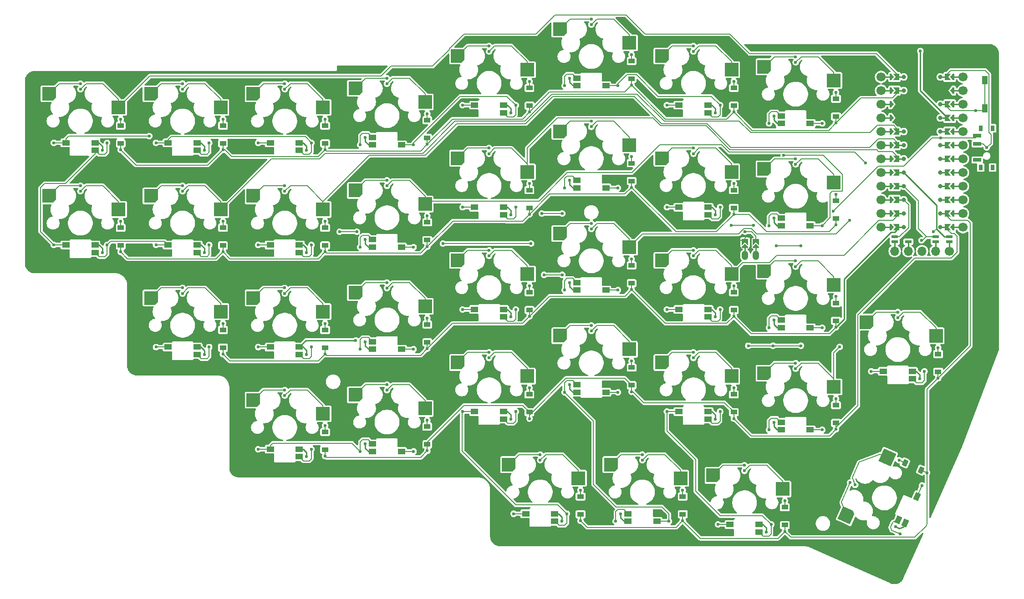
<source format=gbr>
%TF.GenerationSoftware,KiCad,Pcbnew,8.0.6*%
%TF.CreationDate,2025-01-09T22:44:34+01:00*%
%TF.ProjectId,deley,64656c65-792e-46b6-9963-61645f706362,0.1*%
%TF.SameCoordinates,Original*%
%TF.FileFunction,Copper,L1,Top*%
%TF.FilePolarity,Positive*%
%FSLAX46Y46*%
G04 Gerber Fmt 4.6, Leading zero omitted, Abs format (unit mm)*
G04 Created by KiCad (PCBNEW 8.0.6) date 2025-01-09 22:44:34*
%MOMM*%
%LPD*%
G01*
G04 APERTURE LIST*
G04 Aperture macros list*
%AMRotRect*
0 Rectangle, with rotation*
0 The origin of the aperture is its center*
0 $1 length*
0 $2 width*
0 $3 Rotation angle, in degrees counterclockwise*
0 Add horizontal line*
21,1,$1,$2,0,0,$3*%
%AMOutline5P*
0 Free polygon, 5 corners , with rotation*
0 The origin of the aperture is its center*
0 number of corners: always 5*
0 $1 to $10 corner X, Y*
0 $11 Rotation angle, in degrees counterclockwise*
0 create outline with 5 corners*
4,1,5,$1,$2,$3,$4,$5,$6,$7,$8,$9,$10,$1,$2,$11*%
%AMOutline6P*
0 Free polygon, 6 corners , with rotation*
0 The origin of the aperture is its center*
0 number of corners: always 6*
0 $1 to $12 corner X, Y*
0 $13 Rotation angle, in degrees counterclockwise*
0 create outline with 6 corners*
4,1,6,$1,$2,$3,$4,$5,$6,$7,$8,$9,$10,$11,$12,$1,$2,$13*%
%AMOutline7P*
0 Free polygon, 7 corners , with rotation*
0 The origin of the aperture is its center*
0 number of corners: always 7*
0 $1 to $14 corner X, Y*
0 $15 Rotation angle, in degrees counterclockwise*
0 create outline with 7 corners*
4,1,7,$1,$2,$3,$4,$5,$6,$7,$8,$9,$10,$11,$12,$13,$14,$1,$2,$15*%
%AMOutline8P*
0 Free polygon, 8 corners , with rotation*
0 The origin of the aperture is its center*
0 number of corners: always 8*
0 $1 to $16 corner X, Y*
0 $17 Rotation angle, in degrees counterclockwise*
0 create outline with 8 corners*
4,1,8,$1,$2,$3,$4,$5,$6,$7,$8,$9,$10,$11,$12,$13,$14,$15,$16,$1,$2,$17*%
%AMFreePoly0*
4,1,6,0.500000,-0.625000,-0.650000,-0.625000,-0.150000,0.000000,-0.650000,0.625000,0.500000,0.625000,0.500000,-0.625000,0.500000,-0.625000,$1*%
%AMFreePoly1*
4,1,6,0.250000,0.000000,-0.250000,-0.625000,-0.500000,-0.625000,-0.500000,0.625000,-0.250000,0.625000,0.250000,0.000000,0.250000,0.000000,$1*%
%AMFreePoly2*
4,1,6,0.600000,-0.200000,0.600000,-0.400000,-0.600000,-0.400000,-0.600000,-0.200000,0.000000,0.400000,0.600000,-0.200000,0.600000,-0.200000,$1*%
%AMFreePoly3*
4,1,6,0.600000,-1.000000,0.000000,-0.400000,-0.600000,-1.000000,-0.600000,0.250000,0.600000,0.250000,0.600000,-1.000000,0.600000,-1.000000,$1*%
G04 Aperture macros list end*
%TA.AperFunction,SMDPad,CuDef*%
%ADD10R,1.200000X0.900000*%
%TD*%
%TA.AperFunction,SMDPad,CuDef*%
%ADD11RotRect,0.900000X1.200000X156.000000*%
%TD*%
%TA.AperFunction,ComponentPad*%
%ADD12C,0.800000*%
%TD*%
%TA.AperFunction,SMDPad,CuDef*%
%ADD13FreePoly0,0.000000*%
%TD*%
%TA.AperFunction,SMDPad,CuDef*%
%ADD14FreePoly0,180.000000*%
%TD*%
%TA.AperFunction,SMDPad,CuDef*%
%ADD15FreePoly1,0.000000*%
%TD*%
%TA.AperFunction,ComponentPad*%
%ADD16C,1.700000*%
%TD*%
%TA.AperFunction,SMDPad,CuDef*%
%ADD17FreePoly1,180.000000*%
%TD*%
%TA.AperFunction,SMDPad,CuDef*%
%ADD18R,1.500000X0.700000*%
%TD*%
%TA.AperFunction,SMDPad,CuDef*%
%ADD19R,0.800000X1.000000*%
%TD*%
%TA.AperFunction,SMDPad,CuDef*%
%ADD20R,1.000000X1.550000*%
%TD*%
%TA.AperFunction,SMDPad,CuDef*%
%ADD21R,1.200000X0.600000*%
%TD*%
%TA.AperFunction,ComponentPad*%
%ADD22O,1.700000X1.700000*%
%TD*%
%TA.AperFunction,SMDPad,CuDef*%
%ADD23RotRect,1.400000X1.000000X246.000000*%
%TD*%
%TA.AperFunction,SMDPad,CuDef*%
%ADD24R,1.400000X1.000000*%
%TD*%
%TA.AperFunction,SMDPad,CuDef*%
%ADD25Outline5P,-1.275000X1.250000X1.275000X1.250000X1.275000X-0.750000X0.775000X-1.250000X-1.275000X-1.250000X0.000000*%
%TD*%
%TA.AperFunction,SMDPad,CuDef*%
%ADD26R,2.550000X2.500000*%
%TD*%
%TA.AperFunction,SMDPad,CuDef*%
%ADD27FreePoly2,0.000000*%
%TD*%
%TA.AperFunction,ComponentPad*%
%ADD28O,1.200000X1.750000*%
%TD*%
%TA.AperFunction,SMDPad,CuDef*%
%ADD29FreePoly3,0.000000*%
%TD*%
%TA.AperFunction,SMDPad,CuDef*%
%ADD30Outline5P,-1.275000X1.250000X1.275000X1.250000X1.275000X-0.750000X0.775000X-1.250000X-1.275000X-1.250000X66.000000*%
%TD*%
%TA.AperFunction,SMDPad,CuDef*%
%ADD31RotRect,2.550000X2.500000X66.000000*%
%TD*%
%TA.AperFunction,ViaPad*%
%ADD32C,0.600000*%
%TD*%
%TA.AperFunction,Conductor*%
%ADD33C,0.250000*%
%TD*%
%TA.AperFunction,Conductor*%
%ADD34C,0.200000*%
%TD*%
G04 APERTURE END LIST*
D10*
%TO.P,D22,2*%
%TO.N,index_bottom*%
X231500000Y-163850000D03*
%TO.P,D22,1*%
%TO.N,P10*%
X231500000Y-167150000D03*
%TD*%
D11*
%TO.P,D33,2*%
%TO.N,double_bottom*%
X263327039Y-176594136D03*
%TO.P,D33,1*%
%TO.N,P16*%
X266341739Y-177936366D03*
%TD*%
D12*
%TO.P,MCU1,124*%
%TO.N,P1*%
X263100000Y-104800000D03*
D13*
X261725000Y-104800000D03*
D12*
%TO.P,MCU1,123*%
%TO.N,P0*%
X263100000Y-107340000D03*
D13*
X261725000Y-107340000D03*
D12*
%TO.P,MCU1,122*%
%TO.N,GND*%
X263100000Y-109880000D03*
D13*
X261725000Y-109880000D03*
D12*
%TO.P,MCU1,121*%
X263100000Y-112420000D03*
D13*
X261725000Y-112420000D03*
D12*
%TO.P,MCU1,120*%
%TO.N,P2*%
X263100000Y-114960000D03*
D13*
X261725000Y-114960000D03*
D12*
%TO.P,MCU1,119*%
%TO.N,P3*%
X263100000Y-117500000D03*
D13*
X261725000Y-117500000D03*
D12*
%TO.P,MCU1,118*%
%TO.N,P4*%
X263100000Y-120040000D03*
D13*
X261725000Y-120040000D03*
D12*
%TO.P,MCU1,117*%
%TO.N,P5*%
X263100000Y-122580000D03*
D13*
X261725000Y-122580000D03*
D12*
%TO.P,MCU1,116*%
%TO.N,P6*%
X263100000Y-125120000D03*
D13*
X261725000Y-125120000D03*
D12*
%TO.P,MCU1,115*%
%TO.N,P7*%
X263100000Y-127660000D03*
D13*
X261725000Y-127660000D03*
D12*
%TO.P,MCU1,114*%
%TO.N,P8*%
X263100000Y-130200000D03*
D13*
X261725000Y-130200000D03*
D12*
%TO.P,MCU1,113*%
%TO.N,P9*%
X263100000Y-132740000D03*
D13*
X261725000Y-132740000D03*
D14*
%TO.P,MCU1,112*%
%TO.N,P10*%
X271275000Y-132740000D03*
D12*
X269900000Y-132740000D03*
D14*
%TO.P,MCU1,111*%
%TO.N,P16*%
X271275000Y-130200000D03*
D12*
X269900000Y-130200000D03*
D14*
%TO.P,MCU1,110*%
%TO.N,P14*%
X271275000Y-127660000D03*
D12*
X269900000Y-127660000D03*
D14*
%TO.P,MCU1,109*%
%TO.N,P15*%
X271275000Y-125120000D03*
D12*
X269900000Y-125120000D03*
D14*
%TO.P,MCU1,108*%
%TO.N,P18*%
X271275000Y-122580000D03*
D12*
X269900000Y-122580000D03*
D14*
%TO.P,MCU1,107*%
%TO.N,P19*%
X271275000Y-120040000D03*
D12*
X269900000Y-120040000D03*
D14*
%TO.P,MCU1,106*%
%TO.N,LED_0*%
X271275000Y-117500000D03*
D12*
X269900000Y-117500000D03*
D14*
%TO.P,MCU1,105*%
%TO.N,P21*%
X271275000Y-114960000D03*
D12*
X269900000Y-114960000D03*
D14*
%TO.P,MCU1,104*%
%TO.N,VCC*%
X271275000Y-112420000D03*
D12*
X269900000Y-112420000D03*
D14*
%TO.P,MCU1,103*%
%TO.N,RST*%
X271275000Y-109880000D03*
D12*
X269900000Y-109880000D03*
D14*
%TO.P,MCU1,102*%
%TO.N,GND*%
X271275000Y-107340000D03*
D12*
X269900000Y-107340000D03*
D14*
%TO.P,MCU1,101*%
%TO.N,RAW*%
X271275000Y-104800000D03*
D12*
X269900000Y-104800000D03*
D15*
%TO.P,MCU1,24*%
%TO.N,MCU1_24*%
X261000000Y-104800000D03*
D16*
X258880000Y-104800000D03*
D15*
%TO.P,MCU1,23*%
%TO.N,MCU1_23*%
X261000000Y-107340000D03*
D16*
X258880000Y-107340000D03*
D15*
%TO.P,MCU1,22*%
%TO.N,MCU1_22*%
X261000000Y-109880000D03*
D16*
X258880000Y-109880000D03*
D15*
%TO.P,MCU1,21*%
%TO.N,MCU1_21*%
X261000000Y-112420000D03*
D16*
X258880000Y-112420000D03*
D15*
%TO.P,MCU1,20*%
%TO.N,MCU1_20*%
X261000000Y-114960000D03*
D16*
X258880000Y-114960000D03*
D15*
%TO.P,MCU1,19*%
%TO.N,MCU1_19*%
X261000000Y-117500000D03*
D16*
X258880000Y-117500000D03*
D15*
%TO.P,MCU1,18*%
%TO.N,MCU1_18*%
X261000000Y-120040000D03*
D16*
X258880000Y-120040000D03*
D15*
%TO.P,MCU1,17*%
%TO.N,MCU1_17*%
X261000000Y-122580000D03*
D16*
X258880000Y-122580000D03*
D15*
%TO.P,MCU1,16*%
%TO.N,MCU1_16*%
X261000000Y-125120000D03*
D16*
X258880000Y-125120000D03*
D15*
%TO.P,MCU1,15*%
%TO.N,MCU1_15*%
X261000000Y-127660000D03*
D16*
X258880000Y-127660000D03*
D15*
%TO.P,MCU1,14*%
%TO.N,MCU1_14*%
X261000000Y-130200000D03*
D16*
X258880000Y-130200000D03*
D15*
%TO.P,MCU1,13*%
%TO.N,MCU1_13*%
X261000000Y-132740000D03*
D16*
X258880000Y-132740000D03*
%TO.P,MCU1,12*%
%TO.N,MCU1_12*%
X274120000Y-132740000D03*
D17*
X272000000Y-132740000D03*
D16*
%TO.P,MCU1,11*%
%TO.N,MCU1_11*%
X274120000Y-130200000D03*
D17*
X272000000Y-130200000D03*
D16*
%TO.P,MCU1,10*%
%TO.N,MCU1_10*%
X274120000Y-127660000D03*
D17*
X272000000Y-127660000D03*
D16*
%TO.P,MCU1,9*%
%TO.N,MCU1_9*%
X274120000Y-125120000D03*
D17*
X272000000Y-125120000D03*
D16*
%TO.P,MCU1,8*%
%TO.N,MCU1_8*%
X274120000Y-122580000D03*
D17*
X272000000Y-122580000D03*
D16*
%TO.P,MCU1,7*%
%TO.N,MCU1_7*%
X274120000Y-120040000D03*
D17*
X272000000Y-120040000D03*
D16*
%TO.P,MCU1,6*%
%TO.N,MCU1_6*%
X274120000Y-117500000D03*
D17*
X272000000Y-117500000D03*
D16*
%TO.P,MCU1,5*%
%TO.N,MCU1_5*%
X274120000Y-114960000D03*
D17*
X272000000Y-114960000D03*
D16*
%TO.P,MCU1,4*%
%TO.N,MCU1_4*%
X274120000Y-112420000D03*
D17*
X272000000Y-112420000D03*
D16*
%TO.P,MCU1,3*%
%TO.N,MCU1_3*%
X274120000Y-109880000D03*
D17*
X272000000Y-109880000D03*
D16*
%TO.P,MCU1,2*%
%TO.N,MCU1_2*%
X274120000Y-107340000D03*
D17*
X272000000Y-107340000D03*
D16*
%TO.P,MCU1,1*%
%TO.N,MCU1_1*%
X274120000Y-104800000D03*
D17*
X272000000Y-104800000D03*
%TD*%
D10*
%TO.P,D14,2*%
%TO.N,ring_bottom*%
X193500000Y-163850000D03*
%TO.P,D14,1*%
%TO.N,P10*%
X193500000Y-167150000D03*
%TD*%
%TO.P,D17,2*%
%TO.N,ring_number*%
X193500000Y-106850000D03*
%TO.P,D17,1*%
%TO.N,P0*%
X193500000Y-110150000D03*
%TD*%
%TO.P,D7,2*%
%TO.N,outer_home*%
X155500000Y-151850000D03*
%TO.P,D7,1*%
%TO.N,P9*%
X155500000Y-155150000D03*
%TD*%
%TO.P,D2,2*%
%TO.N,outer3_number*%
X117500000Y-113850000D03*
%TO.P,D2,1*%
%TO.N,P0*%
X117500000Y-117150000D03*
%TD*%
%TO.P,D16,2*%
%TO.N,ring_top*%
X193500000Y-125850000D03*
%TO.P,D16,1*%
%TO.N,P15*%
X193500000Y-129150000D03*
%TD*%
%TO.P,D21,2*%
%TO.N,middle_number*%
X212500000Y-101850000D03*
%TO.P,D21,1*%
%TO.N,P0*%
X212500000Y-105150000D03*
%TD*%
%TO.P,D9,2*%
%TO.N,outer_number*%
X155500000Y-113850000D03*
%TO.P,D9,1*%
%TO.N,P0*%
X155500000Y-117150000D03*
%TD*%
%TO.P,D15,2*%
%TO.N,ring_home*%
X193500000Y-144850000D03*
%TO.P,D15,1*%
%TO.N,P9*%
X193500000Y-148150000D03*
%TD*%
%TO.P,D24,2*%
%TO.N,index_top*%
X231500000Y-125850000D03*
%TO.P,D24,1*%
%TO.N,P15*%
X231500000Y-129150000D03*
%TD*%
%TO.P,D18,2*%
%TO.N,middle_bottom*%
X212500000Y-158850000D03*
%TO.P,D18,1*%
%TO.N,P10*%
X212500000Y-162150000D03*
%TD*%
%TO.P,D32,2*%
%TO.N,far_bottom*%
X241000000Y-184850000D03*
%TO.P,D32,1*%
%TO.N,P16*%
X241000000Y-188150000D03*
%TD*%
D18*
%TO.P,PWR1,3*%
%TO.N,pos*%
X276765000Y-115750000D03*
%TO.P,PWR1,2*%
%TO.N,RAW*%
X276765000Y-117250000D03*
%TO.P,PWR1,1*%
%TO.N,N/C*%
X276765000Y-120250000D03*
D19*
%TO.P,PWR1,*%
%TO.N,*%
X279625000Y-121650000D03*
X279625000Y-114350000D03*
X277415000Y-121650000D03*
X277415000Y-114350000D03*
%TD*%
D10*
%TO.P,D23,2*%
%TO.N,index_home*%
X231500000Y-144850000D03*
%TO.P,D23,1*%
%TO.N,P9*%
X231500000Y-148150000D03*
%TD*%
%TO.P,D28,2*%
%TO.N,inner_top*%
X250500000Y-127850000D03*
%TO.P,D28,1*%
%TO.N,P15*%
X250500000Y-131150000D03*
%TD*%
%TO.P,D13,2*%
%TO.N,pinky_number*%
X174500000Y-112850000D03*
%TO.P,D13,1*%
%TO.N,P0*%
X174500000Y-116150000D03*
%TD*%
%TO.P,D10,2*%
%TO.N,pinky_bottom*%
X174500000Y-169850000D03*
%TO.P,D10,1*%
%TO.N,P10*%
X174500000Y-173150000D03*
%TD*%
%TO.P,D27,2*%
%TO.N,inner_home*%
X250500000Y-146850000D03*
%TO.P,D27,1*%
%TO.N,P9*%
X250500000Y-150150000D03*
%TD*%
%TO.P,D20,2*%
%TO.N,middle_top*%
X212500000Y-120850000D03*
%TO.P,D20,1*%
%TO.N,P15*%
X212500000Y-124150000D03*
%TD*%
%TO.P,D4,2*%
%TO.N,outer2_top*%
X136500000Y-132850000D03*
%TO.P,D4,1*%
%TO.N,P15*%
X136500000Y-136150000D03*
%TD*%
%TO.P,D31,2*%
%TO.N,home_bottom*%
X222000000Y-182850000D03*
%TO.P,D31,1*%
%TO.N,P16*%
X222000000Y-186150000D03*
%TD*%
%TO.P,D19,2*%
%TO.N,middle_home*%
X212500000Y-139850000D03*
%TO.P,D19,1*%
%TO.N,P9*%
X212500000Y-143150000D03*
%TD*%
D20*
%TO.P,RST1,4*%
%TO.N,RST*%
X278150000Y-105375000D03*
%TO.P,RST1,3*%
%TO.N,GND*%
X279850000Y-105375000D03*
%TO.P,RST1,2*%
%TO.N,RST*%
X278150000Y-110625000D03*
%TO.P,RST1,1*%
%TO.N,GND*%
X279850000Y-110625000D03*
%TD*%
D10*
%TO.P,D30,2*%
%TO.N,near_bottom*%
X203000000Y-182850000D03*
%TO.P,D30,1*%
%TO.N,P16*%
X203000000Y-186150000D03*
%TD*%
%TO.P,D6,2*%
%TO.N,outer_bottom*%
X155500000Y-170850000D03*
%TO.P,D6,1*%
%TO.N,P10*%
X155500000Y-174150000D03*
%TD*%
%TO.P,D12,2*%
%TO.N,pinky_top*%
X174500000Y-131850000D03*
%TO.P,D12,1*%
%TO.N,P15*%
X174500000Y-135150000D03*
%TD*%
%TO.P,D3,2*%
%TO.N,outer2_home*%
X136500000Y-151850000D03*
%TO.P,D3,1*%
%TO.N,P9*%
X136500000Y-155150000D03*
%TD*%
%TO.P,D34,2*%
%TO.N,main_main*%
X269500000Y-156350000D03*
%TO.P,D34,1*%
%TO.N,P16*%
X269500000Y-159650000D03*
%TD*%
%TO.P,D8,2*%
%TO.N,outer_top*%
X155500000Y-132850000D03*
%TO.P,D8,1*%
%TO.N,P15*%
X155500000Y-136150000D03*
%TD*%
%TO.P,D29,2*%
%TO.N,inner_number*%
X250500000Y-108850000D03*
%TO.P,D29,1*%
%TO.N,P0*%
X250500000Y-112150000D03*
%TD*%
%TO.P,D26,2*%
%TO.N,inner_bottom*%
X250500000Y-165850000D03*
%TO.P,D26,1*%
%TO.N,P10*%
X250500000Y-169150000D03*
%TD*%
%TO.P,D25,2*%
%TO.N,index_number*%
X231500000Y-106850000D03*
%TO.P,D25,1*%
%TO.N,P0*%
X231500000Y-110150000D03*
%TD*%
%TO.P,D11,2*%
%TO.N,pinky_home*%
X174500000Y-150850000D03*
%TO.P,D11,1*%
%TO.N,P9*%
X174500000Y-154150000D03*
%TD*%
D21*
%TO.P,DISP1,17*%
%TO.N,P5*%
X271580000Y-134550000D03*
%TO.P,DISP1,16*%
%TO.N,P6*%
X269040000Y-134550000D03*
%TO.P,DISP1,15*%
%TO.N,GND*%
X263960000Y-134550000D03*
%TO.P,DISP1,14*%
%TO.N,P7*%
X261420000Y-134550000D03*
%TO.P,DISP1,13*%
%TO.N,DISP1_5*%
X271580000Y-135450000D03*
%TO.P,DISP1,12*%
%TO.N,DISP1_4*%
X269040000Y-135450000D03*
%TO.P,DISP1,11*%
%TO.N,DISP1_2*%
X263960000Y-135450000D03*
%TO.P,DISP1,10*%
%TO.N,DISP1_1*%
X261420000Y-135450000D03*
D16*
%TO.P,DISP1,5*%
%TO.N,DISP1_5*%
X271580000Y-137200000D03*
D22*
%TO.P,DISP1,4*%
%TO.N,DISP1_4*%
X269040000Y-137200000D03*
%TO.P,DISP1,3*%
%TO.N,VCC*%
X266500000Y-137200000D03*
%TO.P,DISP1,2*%
%TO.N,DISP1_2*%
X263960000Y-137200000D03*
%TO.P,DISP1,1*%
%TO.N,DISP1_1*%
X261420000Y-137200000D03*
%TD*%
D10*
%TO.P,D5,2*%
%TO.N,outer2_number*%
X136500000Y-113850000D03*
%TO.P,D5,1*%
%TO.N,P0*%
X136500000Y-117150000D03*
%TD*%
%TO.P,D1,2*%
%TO.N,outer3_top*%
X117500000Y-132850000D03*
%TO.P,D1,1*%
%TO.N,P15*%
X117500000Y-136150000D03*
%TD*%
D23*
%TO.P,LED34,4*%
%TO.N,LED_5*%
X265577012Y-182850142D03*
%TO.P,LED34,3*%
%TO.N,GND*%
X264298048Y-182280711D03*
%TO.P,LED34,2*%
%TO.N,LED_6*%
X262101670Y-187213856D03*
%TO.P,LED34,1*%
%TO.N,VCC*%
X263380634Y-187783287D03*
%TD*%
D24*
%TO.P,LED6,4*%
%TO.N,LED_25*%
X145300000Y-174050000D03*
%TO.P,LED6,3*%
%TO.N,GND*%
X145300000Y-175450000D03*
%TO.P,LED6,2*%
%TO.N,LED_26*%
X150700000Y-175450000D03*
%TO.P,LED6,1*%
%TO.N,VCC*%
X150700000Y-174050000D03*
%TD*%
%TO.P,LED11,4*%
%TO.N,LED_18*%
X183300000Y-148050000D03*
%TO.P,LED11,3*%
%TO.N,GND*%
X183300000Y-149450000D03*
%TO.P,LED11,2*%
%TO.N,LED_19*%
X188700000Y-149450000D03*
%TO.P,LED11,1*%
%TO.N,VCC*%
X188700000Y-148050000D03*
%TD*%
D25*
%TO.P,S30,2*%
%TO.N,near_bottom*%
X189658000Y-176920000D03*
D26*
%TO.P,S30,1*%
%TO.N,P18*%
X202585000Y-179460000D03*
%TD*%
D27*
%TO.P,JST1,22*%
%TO.N,JST1_2*%
X233600000Y-136200000D03*
%TO.P,JST1,21*%
%TO.N,JST1_1*%
X235600000Y-136200000D03*
D28*
%TO.P,JST1,12*%
%TO.N,JST1_2*%
X233600000Y-138000000D03*
%TO.P,JST1,11*%
%TO.N,JST1_1*%
X235600000Y-138000000D03*
D29*
%TO.P,JST1,2*%
%TO.N,GND*%
X233600000Y-135184000D03*
%TO.P,JST1,1*%
%TO.N,pos*%
X235600000Y-135184000D03*
%TD*%
D24*
%TO.P,LED3,4*%
%TO.N,LED_33*%
X126300000Y-155050000D03*
%TO.P,LED3,3*%
%TO.N,GND*%
X126300000Y-156450000D03*
%TO.P,LED3,2*%
%TO.N,LED_34*%
X131700000Y-156450000D03*
%TO.P,LED3,1*%
%TO.N,VCC*%
X131700000Y-155050000D03*
%TD*%
D25*
%TO.P,S16,2*%
%TO.N,ring_top*%
X180158000Y-119920000D03*
D26*
%TO.P,S16,1*%
%TO.N,P4*%
X193085000Y-122460000D03*
%TD*%
D24*
%TO.P,LED26,4*%
%TO.N,LED_13*%
X207700000Y-144450000D03*
%TO.P,LED26,3*%
%TO.N,GND*%
X207700000Y-143050000D03*
%TO.P,LED26,2*%
%TO.N,LED_14*%
X202300000Y-143050000D03*
%TO.P,LED26,1*%
%TO.N,VCC*%
X202300000Y-144450000D03*
%TD*%
D25*
%TO.P,S14,2*%
%TO.N,ring_bottom*%
X180158000Y-157920000D03*
D26*
%TO.P,S14,1*%
%TO.N,P4*%
X193085000Y-160460000D03*
%TD*%
D24*
%TO.P,LED14,4*%
%TO.N,LED_7*%
X221300000Y-167050000D03*
%TO.P,LED14,3*%
%TO.N,GND*%
X221300000Y-168450000D03*
%TO.P,LED14,2*%
%TO.N,LED_8*%
X226700000Y-168450000D03*
%TO.P,LED14,1*%
%TO.N,VCC*%
X226700000Y-167050000D03*
%TD*%
D25*
%TO.P,S25,2*%
%TO.N,index_number*%
X218158000Y-100920000D03*
D26*
%TO.P,S25,1*%
%TO.N,P8*%
X231085000Y-103460000D03*
%TD*%
D25*
%TO.P,S28,2*%
%TO.N,inner_top*%
X237158000Y-121920000D03*
D26*
%TO.P,S28,1*%
%TO.N,P19*%
X250085000Y-124460000D03*
%TD*%
D24*
%TO.P,LED21,4*%
%TO.N,LED_24*%
X169700000Y-174450000D03*
%TO.P,LED21,3*%
%TO.N,GND*%
X169700000Y-173050000D03*
%TO.P,LED21,2*%
%TO.N,LED_25*%
X164300000Y-173050000D03*
%TO.P,LED21,1*%
%TO.N,VCC*%
X164300000Y-174450000D03*
%TD*%
%TO.P,LED12,4*%
%TO.N,LED_19*%
X183300000Y-129050000D03*
%TO.P,LED12,3*%
%TO.N,GND*%
X183300000Y-130450000D03*
%TO.P,LED12,2*%
%TO.N,LED_20*%
X188700000Y-130450000D03*
%TO.P,LED12,1*%
%TO.N,VCC*%
X188700000Y-129050000D03*
%TD*%
%TO.P,LED25,4*%
%TO.N,LED_14*%
X207700000Y-163450000D03*
%TO.P,LED25,3*%
%TO.N,GND*%
X207700000Y-162050000D03*
%TO.P,LED25,2*%
%TO.N,LED_15*%
X202300000Y-162050000D03*
%TO.P,LED25,1*%
%TO.N,VCC*%
X202300000Y-163450000D03*
%TD*%
%TO.P,LED8,4*%
%TO.N,LED_27*%
X145300000Y-136050000D03*
%TO.P,LED8,3*%
%TO.N,GND*%
X145300000Y-137450000D03*
%TO.P,LED8,2*%
%TO.N,LED_28*%
X150700000Y-137450000D03*
%TO.P,LED8,1*%
%TO.N,VCC*%
X150700000Y-136050000D03*
%TD*%
%TO.P,LED20,4*%
%TO.N,LED_4*%
X259300000Y-159550000D03*
%TO.P,LED20,3*%
%TO.N,GND*%
X259300000Y-160950000D03*
%TO.P,LED20,2*%
%TO.N,LED_5*%
X264700000Y-160950000D03*
%TO.P,LED20,1*%
%TO.N,VCC*%
X264700000Y-159550000D03*
%TD*%
D25*
%TO.P,S31,2*%
%TO.N,home_bottom*%
X208658000Y-176920000D03*
D26*
%TO.P,S31,1*%
%TO.N,P4*%
X221585000Y-179460000D03*
%TD*%
D25*
%TO.P,S24,2*%
%TO.N,index_top*%
X218158000Y-119920000D03*
D26*
%TO.P,S24,1*%
%TO.N,P8*%
X231085000Y-122460000D03*
%TD*%
D24*
%TO.P,LED30,4*%
%TO.N,LED_2*%
X245700000Y-151450000D03*
%TO.P,LED30,3*%
%TO.N,GND*%
X245700000Y-150050000D03*
%TO.P,LED30,2*%
%TO.N,LED_3*%
X240300000Y-150050000D03*
%TO.P,LED30,1*%
%TO.N,VCC*%
X240300000Y-151450000D03*
%TD*%
%TO.P,LED19,4*%
%TO.N,LED_6*%
X230800000Y-188050000D03*
%TO.P,LED19,3*%
%TO.N,GND*%
X230800000Y-189450000D03*
%TO.P,LED19,2*%
%TO.N,LED_7*%
X236200000Y-189450000D03*
%TO.P,LED19,1*%
%TO.N,VCC*%
X236200000Y-188050000D03*
%TD*%
%TO.P,LED9,4*%
%TO.N,LED_28*%
X145300000Y-117050000D03*
%TO.P,LED9,3*%
%TO.N,GND*%
X145300000Y-118450000D03*
%TO.P,LED9,2*%
%TO.N,LED_29*%
X150700000Y-118450000D03*
%TO.P,LED9,1*%
%TO.N,VCC*%
X150700000Y-117050000D03*
%TD*%
D25*
%TO.P,S21,2*%
%TO.N,middle_number*%
X199158000Y-95920000D03*
D26*
%TO.P,S21,1*%
%TO.N,P14*%
X212085000Y-98460000D03*
%TD*%
D25*
%TO.P,S13,2*%
%TO.N,pinky_number*%
X161158000Y-106920000D03*
D26*
%TO.P,S13,1*%
%TO.N,P18*%
X174085000Y-109460000D03*
%TD*%
D24*
%TO.P,LED23,4*%
%TO.N,LED_22*%
X169700000Y-136450000D03*
%TO.P,LED23,3*%
%TO.N,GND*%
X169700000Y-135050000D03*
%TO.P,LED23,2*%
%TO.N,LED_23*%
X164300000Y-135050000D03*
%TO.P,LED23,1*%
%TO.N,VCC*%
X164300000Y-136450000D03*
%TD*%
%TO.P,LED31,4*%
%TO.N,LED_1*%
X245700000Y-132450000D03*
%TO.P,LED31,3*%
%TO.N,GND*%
X245700000Y-131050000D03*
%TO.P,LED31,2*%
%TO.N,LED_2*%
X240300000Y-131050000D03*
%TO.P,LED31,1*%
%TO.N,VCC*%
X240300000Y-132450000D03*
%TD*%
%TO.P,LED1,4*%
%TO.N,LED_31*%
X107300000Y-136050000D03*
%TO.P,LED1,3*%
%TO.N,GND*%
X107300000Y-137450000D03*
%TO.P,LED1,2*%
%TO.N,LED_32*%
X112700000Y-137450000D03*
%TO.P,LED1,1*%
%TO.N,VCC*%
X112700000Y-136050000D03*
%TD*%
%TO.P,LED24,4*%
%TO.N,LED_21*%
X169700000Y-117450000D03*
%TO.P,LED24,3*%
%TO.N,GND*%
X169700000Y-116050000D03*
%TO.P,LED24,2*%
%TO.N,LED_22*%
X164300000Y-116050000D03*
%TO.P,LED24,1*%
%TO.N,VCC*%
X164300000Y-117450000D03*
%TD*%
D25*
%TO.P,S27,2*%
%TO.N,inner_home*%
X237158000Y-140920000D03*
D26*
%TO.P,S27,1*%
%TO.N,P19*%
X250085000Y-143460000D03*
%TD*%
D25*
%TO.P,S32,2*%
%TO.N,far_bottom*%
X227658000Y-178920000D03*
D26*
%TO.P,S32,1*%
%TO.N,P14*%
X240585000Y-181460000D03*
%TD*%
D24*
%TO.P,LED5,4*%
%TO.N,LED_29*%
X126300000Y-117050000D03*
%TO.P,LED5,3*%
%TO.N,GND*%
X126300000Y-118450000D03*
%TO.P,LED5,2*%
%TO.N,LED_30*%
X131700000Y-118450000D03*
%TO.P,LED5,1*%
%TO.N,VCC*%
X131700000Y-117050000D03*
%TD*%
D25*
%TO.P,S11,2*%
%TO.N,pinky_home*%
X161158000Y-144920000D03*
D26*
%TO.P,S11,1*%
%TO.N,P18*%
X174085000Y-147460000D03*
%TD*%
D25*
%TO.P,S3,2*%
%TO.N,outer2_home*%
X123158000Y-145920000D03*
D26*
%TO.P,S3,1*%
%TO.N,P2*%
X136085000Y-148460000D03*
%TD*%
D25*
%TO.P,S10,2*%
%TO.N,pinky_bottom*%
X161158000Y-163920000D03*
D26*
%TO.P,S10,1*%
%TO.N,P18*%
X174085000Y-166460000D03*
%TD*%
D24*
%TO.P,LED33,4*%
%TO.N,LED_15*%
X217200000Y-187450000D03*
%TO.P,LED33,3*%
%TO.N,GND*%
X217200000Y-186050000D03*
%TO.P,LED33,2*%
%TO.N,LED_16*%
X211800000Y-186050000D03*
%TO.P,LED33,1*%
%TO.N,VCC*%
X211800000Y-187450000D03*
%TD*%
D25*
%TO.P,S7,2*%
%TO.N,outer_home*%
X142158000Y-145920000D03*
D26*
%TO.P,S7,1*%
%TO.N,P3*%
X155085000Y-148460000D03*
%TD*%
D24*
%TO.P,LED22,4*%
%TO.N,LED_23*%
X169700000Y-155450000D03*
%TO.P,LED22,3*%
%TO.N,GND*%
X169700000Y-154050000D03*
%TO.P,LED22,2*%
%TO.N,LED_24*%
X164300000Y-154050000D03*
%TO.P,LED22,1*%
%TO.N,VCC*%
X164300000Y-155450000D03*
%TD*%
%TO.P,LED28,4*%
%TO.N,LED_11*%
X207700000Y-106450000D03*
%TO.P,LED28,3*%
%TO.N,GND*%
X207700000Y-105050000D03*
%TO.P,LED28,2*%
%TO.N,LED_12*%
X202300000Y-105050000D03*
%TO.P,LED28,1*%
%TO.N,VCC*%
X202300000Y-106450000D03*
%TD*%
D25*
%TO.P,S8,2*%
%TO.N,outer_top*%
X142158000Y-126920000D03*
D26*
%TO.P,S8,1*%
%TO.N,P3*%
X155085000Y-129460000D03*
%TD*%
D25*
%TO.P,S18,2*%
%TO.N,middle_bottom*%
X199158000Y-152920000D03*
D26*
%TO.P,S18,1*%
%TO.N,P14*%
X212085000Y-155460000D03*
%TD*%
D25*
%TO.P,S23,2*%
%TO.N,index_home*%
X218158000Y-138920000D03*
D26*
%TO.P,S23,1*%
%TO.N,P8*%
X231085000Y-141460000D03*
%TD*%
D25*
%TO.P,S1,2*%
%TO.N,outer3_top*%
X104158000Y-126920000D03*
D26*
%TO.P,S1,1*%
%TO.N,P1*%
X117085000Y-129460000D03*
%TD*%
D24*
%TO.P,LED27,4*%
%TO.N,LED_12*%
X207700000Y-125450000D03*
%TO.P,LED27,3*%
%TO.N,GND*%
X207700000Y-124050000D03*
%TO.P,LED27,2*%
%TO.N,LED_13*%
X202300000Y-124050000D03*
%TO.P,LED27,1*%
%TO.N,VCC*%
X202300000Y-125450000D03*
%TD*%
%TO.P,LED18,4*%
%TO.N,LED_16*%
X192800000Y-186050000D03*
%TO.P,LED18,3*%
%TO.N,GND*%
X192800000Y-187450000D03*
%TO.P,LED18,2*%
%TO.N,LED_17*%
X198200000Y-187450000D03*
%TO.P,LED18,1*%
%TO.N,VCC*%
X198200000Y-186050000D03*
%TD*%
%TO.P,LED16,4*%
%TO.N,LED_9*%
X221300000Y-129050000D03*
%TO.P,LED16,3*%
%TO.N,GND*%
X221300000Y-130450000D03*
%TO.P,LED16,2*%
%TO.N,LED_10*%
X226700000Y-130450000D03*
%TO.P,LED16,1*%
%TO.N,VCC*%
X226700000Y-129050000D03*
%TD*%
%TO.P,LED7,4*%
%TO.N,LED_26*%
X145300000Y-155050000D03*
%TO.P,LED7,3*%
%TO.N,GND*%
X145300000Y-156450000D03*
%TO.P,LED7,2*%
%TO.N,LED_27*%
X150700000Y-156450000D03*
%TO.P,LED7,1*%
%TO.N,VCC*%
X150700000Y-155050000D03*
%TD*%
D25*
%TO.P,S4,2*%
%TO.N,outer2_top*%
X123158000Y-126920000D03*
D26*
%TO.P,S4,1*%
%TO.N,P2*%
X136085000Y-129460000D03*
%TD*%
D25*
%TO.P,S29,2*%
%TO.N,inner_number*%
X237158000Y-102920000D03*
D26*
%TO.P,S29,1*%
%TO.N,P19*%
X250085000Y-105460000D03*
%TD*%
D25*
%TO.P,S2,2*%
%TO.N,outer3_number*%
X104158000Y-107920000D03*
D26*
%TO.P,S2,1*%
%TO.N,P1*%
X117085000Y-110460000D03*
%TD*%
D24*
%TO.P,LED15,4*%
%TO.N,LED_8*%
X221300000Y-148050000D03*
%TO.P,LED15,3*%
%TO.N,GND*%
X221300000Y-149450000D03*
%TO.P,LED15,2*%
%TO.N,LED_9*%
X226700000Y-149450000D03*
%TO.P,LED15,1*%
%TO.N,VCC*%
X226700000Y-148050000D03*
%TD*%
%TO.P,LED29,4*%
%TO.N,LED_3*%
X245700000Y-170450000D03*
%TO.P,LED29,3*%
%TO.N,GND*%
X245700000Y-169050000D03*
%TO.P,LED29,2*%
%TO.N,LED_4*%
X240300000Y-169050000D03*
%TO.P,LED29,1*%
%TO.N,VCC*%
X240300000Y-170450000D03*
%TD*%
D25*
%TO.P,S26,2*%
%TO.N,inner_bottom*%
X237158000Y-159920000D03*
D26*
%TO.P,S26,1*%
%TO.N,P19*%
X250085000Y-162460000D03*
%TD*%
D24*
%TO.P,LED13,4*%
%TO.N,LED_20*%
X183300000Y-110050000D03*
%TO.P,LED13,3*%
%TO.N,GND*%
X183300000Y-111450000D03*
%TO.P,LED13,2*%
%TO.N,LED_21*%
X188700000Y-111450000D03*
%TO.P,LED13,1*%
%TO.N,VCC*%
X188700000Y-110050000D03*
%TD*%
D30*
%TO.P,S33,2*%
%TO.N,double_bottom*%
X252483034Y-186370710D03*
D31*
%TO.P,S33,1*%
%TO.N,P8*%
X260061324Y-175594419D03*
%TD*%
D25*
%TO.P,S6,2*%
%TO.N,outer_bottom*%
X142158000Y-164920000D03*
D26*
%TO.P,S6,1*%
%TO.N,P3*%
X155085000Y-167460000D03*
%TD*%
D25*
%TO.P,S34,2*%
%TO.N,main_main*%
X256158000Y-150420000D03*
D26*
%TO.P,S34,1*%
%TO.N,P19*%
X269085000Y-152960000D03*
%TD*%
D25*
%TO.P,S19,2*%
%TO.N,middle_home*%
X199158000Y-133920000D03*
D26*
%TO.P,S19,1*%
%TO.N,P14*%
X212085000Y-136460000D03*
%TD*%
D25*
%TO.P,S15,2*%
%TO.N,ring_home*%
X180158000Y-138920000D03*
D26*
%TO.P,S15,1*%
%TO.N,P4*%
X193085000Y-141460000D03*
%TD*%
D25*
%TO.P,S20,2*%
%TO.N,middle_top*%
X199158000Y-114920000D03*
D26*
%TO.P,S20,1*%
%TO.N,P14*%
X212085000Y-117460000D03*
%TD*%
D24*
%TO.P,LED17,4*%
%TO.N,LED_10*%
X221300000Y-110050000D03*
%TO.P,LED17,3*%
%TO.N,GND*%
X221300000Y-111450000D03*
%TO.P,LED17,2*%
%TO.N,LED_11*%
X226700000Y-111450000D03*
%TO.P,LED17,1*%
%TO.N,VCC*%
X226700000Y-110050000D03*
%TD*%
%TO.P,LED32,4*%
%TO.N,LED_0*%
X245700000Y-113450000D03*
%TO.P,LED32,3*%
%TO.N,GND*%
X245700000Y-112050000D03*
%TO.P,LED32,2*%
%TO.N,LED_1*%
X240300000Y-112050000D03*
%TO.P,LED32,1*%
%TO.N,VCC*%
X240300000Y-113450000D03*
%TD*%
D25*
%TO.P,S22,2*%
%TO.N,index_bottom*%
X218158000Y-157920000D03*
D26*
%TO.P,S22,1*%
%TO.N,P8*%
X231085000Y-160460000D03*
%TD*%
D25*
%TO.P,S5,2*%
%TO.N,outer2_number*%
X123158000Y-107920000D03*
D26*
%TO.P,S5,1*%
%TO.N,P2*%
X136085000Y-110460000D03*
%TD*%
D24*
%TO.P,LED10,4*%
%TO.N,LED_17*%
X183300000Y-167050000D03*
%TO.P,LED10,3*%
%TO.N,GND*%
X183300000Y-168450000D03*
%TO.P,LED10,2*%
%TO.N,LED_18*%
X188700000Y-168450000D03*
%TO.P,LED10,1*%
%TO.N,VCC*%
X188700000Y-167050000D03*
%TD*%
%TO.P,LED4,4*%
%TO.N,LED_32*%
X126300000Y-136050000D03*
%TO.P,LED4,3*%
%TO.N,GND*%
X126300000Y-137450000D03*
%TO.P,LED4,2*%
%TO.N,LED_33*%
X131700000Y-137450000D03*
%TO.P,LED4,1*%
%TO.N,VCC*%
X131700000Y-136050000D03*
%TD*%
D25*
%TO.P,S12,2*%
%TO.N,pinky_top*%
X161158000Y-125920000D03*
D26*
%TO.P,S12,1*%
%TO.N,P18*%
X174085000Y-128460000D03*
%TD*%
D24*
%TO.P,LED2,4*%
%TO.N,LED_30*%
X107300000Y-117050000D03*
%TO.P,LED2,3*%
%TO.N,GND*%
X107300000Y-118450000D03*
%TO.P,LED2,2*%
%TO.N,LED_31*%
X112700000Y-118450000D03*
%TO.P,LED2,1*%
%TO.N,VCC*%
X112700000Y-117050000D03*
%TD*%
D25*
%TO.P,S9,2*%
%TO.N,outer_number*%
X142158000Y-107920000D03*
D26*
%TO.P,S9,1*%
%TO.N,P3*%
X155085000Y-110460000D03*
%TD*%
D25*
%TO.P,S17,2*%
%TO.N,ring_number*%
X180158000Y-100920000D03*
D26*
%TO.P,S17,1*%
%TO.N,P4*%
X193085000Y-103460000D03*
%TD*%
D32*
%TO.N,GND*%
X278000000Y-143800000D03*
X272800000Y-143800000D03*
X226400000Y-189400000D03*
%TO.N,VCC*%
X235200000Y-132400000D03*
X231000000Y-132400000D03*
X199600000Y-141600000D03*
X196200000Y-141600000D03*
X199600000Y-130200000D03*
X195800000Y-130200000D03*
%TO.N,GND*%
X222400000Y-172400000D03*
X256235000Y-106165000D03*
%TO.N,VCC*%
X266200000Y-100000000D03*
X193800000Y-135800000D03*
X177400000Y-135800000D03*
%TO.N,GND*%
X221610441Y-132458864D03*
X267600000Y-135600000D03*
%TO.N,P5*%
X268600000Y-133600000D03*
%TO.N,P6*%
X266400000Y-135200000D03*
%TO.N,VCC*%
X234200000Y-154800000D03*
X244000000Y-154800000D03*
X238800000Y-154800000D03*
X244000000Y-136200000D03*
X239400000Y-136200000D03*
%TO.N,pos*%
X270000000Y-116110000D03*
%TO.N,GND*%
X214200000Y-106800000D03*
X213800000Y-103800000D03*
%TO.N,VCC*%
X161400000Y-133600000D03*
X158200000Y-133600000D03*
%TO.N,GND*%
X120200000Y-137000000D03*
X120200000Y-134000000D03*
X131700000Y-120500000D03*
X139200000Y-121600000D03*
X139200000Y-118200000D03*
%TO.N,VCC*%
X161200000Y-153800000D03*
%TO.N,P18*%
X256000000Y-120800000D03*
%TO.N,GND*%
X227600000Y-135400000D03*
X234200000Y-134400000D03*
X279850000Y-108000000D03*
%TO.N,LED_30*%
X122800000Y-115800000D03*
%TO.N,P19*%
X251200000Y-155000000D03*
%TO.N,LED_1*%
X240800000Y-119400000D03*
%TO.N,RAW*%
X278532500Y-117932500D03*
%TO.N,pos*%
X233600000Y-133600000D03*
X250016827Y-129816827D03*
%TO.N,RST*%
X276500000Y-111030000D03*
%TO.N,P14*%
X253000000Y-131500000D03*
%TO.N,P1*%
X110000000Y-126070000D03*
X110000000Y-107070000D03*
%TO.N,outer3_top*%
X117500000Y-131650000D03*
X110000000Y-125041000D03*
%TO.N,GND*%
X124940000Y-137450000D03*
X209060000Y-143050000D03*
X181940000Y-149450000D03*
X171060000Y-135050000D03*
X143940000Y-137450000D03*
X105940000Y-137450000D03*
X219940000Y-130450000D03*
X219940000Y-168450000D03*
X209060000Y-124050000D03*
X171060000Y-116050000D03*
X247060000Y-131050000D03*
X218560000Y-186050000D03*
X247060000Y-169050000D03*
X247060000Y-112050000D03*
X181940000Y-168450000D03*
X191440000Y-187450000D03*
X181940000Y-130450000D03*
X143940000Y-118450000D03*
X247060000Y-150050000D03*
X181940000Y-111450000D03*
X257940000Y-160950000D03*
X171060000Y-154050000D03*
X209060000Y-162050000D03*
X219940000Y-149450000D03*
X124940000Y-156450000D03*
X143940000Y-156450000D03*
X219940000Y-111450000D03*
X143940000Y-175450000D03*
X124940000Y-118450000D03*
X229440000Y-189450000D03*
X264851210Y-181038289D03*
X105940000Y-118450000D03*
X171060000Y-173050000D03*
X209060000Y-105050000D03*
%TO.N,outer3_number*%
X117500000Y-112650000D03*
X110000000Y-106041000D03*
%TO.N,P2*%
X129000000Y-145070000D03*
X129000000Y-107070000D03*
X129000000Y-126070000D03*
%TO.N,outer2_home*%
X129000000Y-144041000D03*
X136500000Y-150650000D03*
%TO.N,outer2_top*%
X136500000Y-131650000D03*
X129000000Y-125041000D03*
%TO.N,outer2_number*%
X136500000Y-112650000D03*
X129000000Y-106041000D03*
%TO.N,P3*%
X148000000Y-164070000D03*
X148000000Y-126070000D03*
X148000000Y-145070000D03*
X148000000Y-107070000D03*
%TO.N,outer_bottom*%
X155500000Y-169650000D03*
X148000000Y-163041000D03*
%TO.N,outer_home*%
X148000000Y-144041000D03*
X155500000Y-150650000D03*
%TO.N,outer_top*%
X148000000Y-125041000D03*
X155500000Y-131650000D03*
%TO.N,outer_number*%
X148000000Y-106041000D03*
X155500000Y-112650000D03*
%TO.N,P18*%
X195500000Y-176070000D03*
X167000000Y-163070000D03*
X167000000Y-144070000D03*
X167000000Y-125070000D03*
X167000000Y-106070000D03*
%TO.N,pinky_bottom*%
X174500000Y-168650000D03*
X167000000Y-162041000D03*
%TO.N,pinky_home*%
X174500000Y-149650000D03*
X167000000Y-143041000D03*
%TO.N,pinky_top*%
X174500000Y-130650000D03*
X167000000Y-124041000D03*
%TO.N,pinky_number*%
X167000000Y-105041000D03*
X174500000Y-111650000D03*
%TO.N,P4*%
X186000000Y-138070000D03*
X186000000Y-157070000D03*
X186000000Y-100070000D03*
X186000000Y-119070000D03*
X214500000Y-176070000D03*
%TO.N,ring_bottom*%
X186000000Y-156041000D03*
X193500000Y-162650000D03*
%TO.N,ring_home*%
X186000000Y-137041000D03*
X193500000Y-143650000D03*
%TO.N,ring_top*%
X186000000Y-118041000D03*
X193500000Y-124650000D03*
%TO.N,ring_number*%
X193500000Y-105650000D03*
X186000000Y-99041000D03*
%TO.N,P14*%
X233500000Y-178070000D03*
X205000000Y-114070000D03*
X205000000Y-95070000D03*
X205000000Y-152070000D03*
X205000000Y-133070000D03*
%TO.N,middle_bottom*%
X205000000Y-151041000D03*
X212500000Y-157650000D03*
%TO.N,middle_home*%
X205000000Y-132041000D03*
X212500000Y-138650000D03*
%TO.N,middle_top*%
X212500000Y-119650000D03*
X205000000Y-113041000D03*
%TO.N,middle_number*%
X205000000Y-94041000D03*
X212500000Y-100650000D03*
%TO.N,P8*%
X224000000Y-100070000D03*
X224000000Y-157070000D03*
X224000000Y-138070000D03*
X254082675Y-180688052D03*
X224000000Y-119070000D03*
%TO.N,index_bottom*%
X224000000Y-156041000D03*
X231500000Y-162650000D03*
%TO.N,index_home*%
X224000000Y-137041000D03*
X231500000Y-143650000D03*
%TO.N,index_top*%
X231500000Y-124650000D03*
X224000000Y-118041000D03*
%TO.N,index_number*%
X231500000Y-105650000D03*
X224000000Y-99041000D03*
%TO.N,P19*%
X243000000Y-121070000D03*
X243000000Y-159070000D03*
X243000000Y-102070000D03*
X262000000Y-149570000D03*
X243000000Y-140070000D03*
%TO.N,inner_bottom*%
X243000000Y-158041000D03*
X250500000Y-164650000D03*
%TO.N,inner_home*%
X250500000Y-145650000D03*
X243000000Y-139041000D03*
%TO.N,inner_top*%
X243000000Y-120041000D03*
X250500000Y-126650000D03*
%TO.N,inner_number*%
X243000000Y-101041000D03*
X250500000Y-107650000D03*
%TO.N,near_bottom*%
X203000000Y-181650000D03*
X195500000Y-175041000D03*
%TO.N,home_bottom*%
X222000000Y-181650000D03*
X214500000Y-175041000D03*
%TO.N,far_bottom*%
X241000000Y-183650000D03*
X233500000Y-177041000D03*
%TO.N,double_bottom*%
X253142637Y-180269520D03*
X262230784Y-176106051D03*
%TO.N,main_main*%
X262000000Y-148541000D03*
X269500000Y-155150000D03*
%TO.N,VCC*%
X200940000Y-143050000D03*
X133060000Y-137450000D03*
X228060000Y-168450000D03*
X133060000Y-156450000D03*
X162940000Y-116050000D03*
X114060000Y-137450000D03*
X228060000Y-149450000D03*
X152060000Y-156450000D03*
X238940000Y-150050000D03*
X200940000Y-162050000D03*
X152060000Y-175450000D03*
X238940000Y-112050000D03*
X238940000Y-131050000D03*
X162940000Y-135050000D03*
X190060000Y-111450000D03*
X228060000Y-111450000D03*
X237560000Y-189450000D03*
X210440000Y-186050000D03*
X261548508Y-188456278D03*
X228060000Y-130450000D03*
X190060000Y-149450000D03*
X152060000Y-137450000D03*
X199560000Y-187450000D03*
X162940000Y-173050000D03*
X152060000Y-118450000D03*
X200940000Y-124050000D03*
X190060000Y-130450000D03*
X190060000Y-168450000D03*
X162940000Y-154050000D03*
X238940000Y-169050000D03*
X133060000Y-118450000D03*
X114060000Y-118450000D03*
X266060000Y-160950000D03*
X200940000Y-105050000D03*
%TO.N,LED_32*%
X124050000Y-136050000D03*
X114950000Y-136050000D03*
%TO.N,LED_31*%
X105050000Y-136050000D03*
X114950000Y-117050000D03*
%TO.N,LED_30*%
X133950000Y-117050000D03*
X105050000Y-117050000D03*
%TO.N,LED_34*%
X133950000Y-155050000D03*
%TO.N,LED_33*%
X133950000Y-136050000D03*
X124050000Y-155050000D03*
%TO.N,LED_29*%
X152950000Y-117050000D03*
X124050000Y-117050000D03*
%TO.N,LED_26*%
X143050000Y-155050000D03*
X152950000Y-174050000D03*
%TO.N,LED_25*%
X143050000Y-174050000D03*
X162050000Y-174450000D03*
%TO.N,LED_27*%
X143050000Y-136050000D03*
X152950000Y-155050000D03*
%TO.N,LED_28*%
X143050000Y-117050000D03*
X152950000Y-136050000D03*
%TO.N,LED_18*%
X190950000Y-167050000D03*
X181050000Y-148050000D03*
%TO.N,LED_17*%
X200450000Y-186050000D03*
X181050000Y-167050000D03*
%TO.N,LED_19*%
X190950000Y-148050000D03*
X181050000Y-129050000D03*
%TO.N,LED_20*%
X190950000Y-129050000D03*
X181050000Y-110050000D03*
%TO.N,LED_21*%
X190950000Y-110050000D03*
X171950000Y-117450000D03*
%TO.N,LED_8*%
X228950000Y-167050000D03*
X219050000Y-148050000D03*
%TO.N,LED_7*%
X238450000Y-188050000D03*
X219050000Y-167050000D03*
%TO.N,LED_9*%
X219050000Y-129050000D03*
X228950000Y-148050000D03*
%TO.N,LED_10*%
X219050000Y-110050000D03*
X228950000Y-129050000D03*
%TO.N,LED_11*%
X228950000Y-110050000D03*
X209950000Y-106450000D03*
%TO.N,LED_16*%
X209550000Y-187450000D03*
X190550000Y-186050000D03*
%TO.N,LED_6*%
X262465476Y-189838765D03*
X228550000Y-188050000D03*
%TO.N,LED_5*%
X266492169Y-180794665D03*
X266950000Y-159550000D03*
%TO.N,LED_4*%
X257050000Y-159550000D03*
%TO.N,LED_24*%
X162050000Y-155450000D03*
X171950000Y-174450000D03*
%TO.N,LED_23*%
X162050000Y-136450000D03*
X171950000Y-155450000D03*
%TO.N,LED_22*%
X162050000Y-117450000D03*
X171950000Y-136450000D03*
%TO.N,LED_15*%
X200050000Y-163450000D03*
X219450000Y-187450000D03*
%TO.N,LED_14*%
X200050000Y-144450000D03*
X209950000Y-163450000D03*
%TO.N,LED_13*%
X200050000Y-125450000D03*
X209950000Y-144450000D03*
%TO.N,LED_12*%
X200050000Y-106450000D03*
X209950000Y-125450000D03*
%TO.N,LED_3*%
X238050000Y-151450000D03*
X247950000Y-170450000D03*
%TO.N,LED_2*%
X247950000Y-151450000D03*
X238050000Y-132450000D03*
%TO.N,LED_1*%
X247950000Y-132450000D03*
X238050000Y-113450000D03*
%TO.N,LED_0*%
X247950000Y-113450000D03*
%TO.N,P15*%
X155500000Y-137350000D03*
X250500000Y-132350000D03*
X174500000Y-136350000D03*
X212500000Y-125350000D03*
X193500000Y-130350000D03*
X136500000Y-137350000D03*
X117500000Y-137350000D03*
X231500000Y-130350000D03*
%TO.N,P16*%
X267437993Y-178424450D03*
X203000000Y-187350000D03*
X241000000Y-189350000D03*
X269500000Y-160850000D03*
X222000000Y-187350000D03*
%TO.N,P10*%
X174500000Y-174350000D03*
X212500000Y-163350000D03*
X155500000Y-175350000D03*
X250500000Y-170350000D03*
X193500000Y-168350000D03*
X231500000Y-168350000D03*
%TO.N,P0*%
X193500000Y-111350000D03*
X174500000Y-117350000D03*
X231500000Y-111350000D03*
X212500000Y-106350000D03*
X136500000Y-118350000D03*
X117500000Y-118350000D03*
X155500000Y-118350000D03*
X250500000Y-113350000D03*
%TO.N,P9*%
X212500000Y-144350000D03*
X250500000Y-151350000D03*
X136500000Y-156350000D03*
X155500000Y-156350000D03*
X174500000Y-155350000D03*
X193500000Y-149350000D03*
X231500000Y-149350000D03*
%TO.N,LED_4*%
X238050000Y-170450000D03*
%TO.N,GND*%
X177000000Y-113400000D03*
X177000000Y-109800000D03*
%TD*%
D33*
%TO.N,GND*%
X226400000Y-189400000D02*
X229390000Y-189400000D01*
X229390000Y-189400000D02*
X229440000Y-189450000D01*
D34*
%TO.N,VCC*%
X231000000Y-132400000D02*
X235200000Y-132400000D01*
X196200000Y-141600000D02*
X199600000Y-141600000D01*
X195800000Y-130200000D02*
X199600000Y-130200000D01*
%TO.N,RAW*%
X278532500Y-117932500D02*
X279329000Y-117136000D01*
X279329000Y-117136000D02*
X279329000Y-115554000D01*
X271275000Y-104170000D02*
X271275000Y-104800000D01*
X279329000Y-115554000D02*
X278925000Y-115150000D01*
X278950000Y-104300000D02*
X278250000Y-103600000D01*
X278925000Y-115150000D02*
X278925000Y-111700000D01*
X278925000Y-111700000D02*
X278950000Y-111675000D01*
X271845000Y-103600000D02*
X271275000Y-104170000D01*
X278950000Y-111675000D02*
X278950000Y-104300000D01*
X278250000Y-103600000D02*
X271845000Y-103600000D01*
D33*
%TO.N,VCC*%
X266200000Y-107345000D02*
X266200000Y-100000000D01*
X271275000Y-112420000D02*
X266200000Y-107345000D01*
D34*
X177400000Y-135800000D02*
X193800000Y-135800000D01*
D33*
%TO.N,GND*%
X221300000Y-132100000D02*
X221600000Y-132400000D01*
X221300000Y-130450000D02*
X221300000Y-132100000D01*
D34*
%TO.N,P15*%
X212500000Y-125350000D02*
X220750000Y-133600000D01*
X220750000Y-133600000D02*
X228250000Y-133600000D01*
X228250000Y-133600000D02*
X231500000Y-130350000D01*
%TO.N,P14*%
X212085000Y-136460000D02*
X214545000Y-134000000D01*
X234765686Y-133000000D02*
X235765686Y-134000000D01*
X235765686Y-134000000D02*
X250500000Y-134000000D01*
X214545000Y-134000000D02*
X232351471Y-134000000D01*
X232351471Y-134000000D02*
X233351471Y-133000000D01*
X233351471Y-133000000D02*
X234765686Y-133000000D01*
X250500000Y-134000000D02*
X253000000Y-131500000D01*
%TO.N,P5*%
X268600000Y-133600000D02*
X268615305Y-133600000D01*
X268615305Y-133600000D02*
X269175000Y-133040305D01*
%TO.N,P6*%
X269040000Y-134550000D02*
X267350000Y-134550000D01*
X267350000Y-134550000D02*
X265800000Y-133000000D01*
X265800000Y-133000000D02*
X265800000Y-127820000D01*
X265800000Y-127820000D02*
X263100000Y-125120000D01*
X266400000Y-135200000D02*
X266600000Y-135200000D01*
X266600000Y-135200000D02*
X267250000Y-134550000D01*
X267250000Y-134550000D02*
X269040000Y-134550000D01*
%TO.N,LED_7*%
X219050000Y-167050000D02*
X221300000Y-167050000D01*
%TO.N,VCC*%
X234200000Y-154800000D02*
X238800000Y-154800000D01*
X238800000Y-154800000D02*
X244000000Y-154800000D01*
%TO.N,pos*%
X270000000Y-116110000D02*
X276405000Y-116110000D01*
%TO.N,VCC*%
X158200000Y-133600000D02*
X161400000Y-133600000D01*
%TO.N,P0*%
X117500000Y-118350000D02*
X120350000Y-121200000D01*
X133650000Y-121200000D02*
X136500000Y-118350000D01*
X120350000Y-121200000D02*
X133650000Y-121200000D01*
D33*
%TO.N,VCC*%
X161200000Y-153800000D02*
X151950000Y-153800000D01*
X151950000Y-153800000D02*
X150700000Y-155050000D01*
%TO.N,GND*%
X247060000Y-112050000D02*
X247150000Y-112050000D01*
D34*
%TO.N,P18*%
X253954000Y-118754000D02*
X256000000Y-120800000D01*
X230622628Y-118754000D02*
X253954000Y-118754000D01*
X217728736Y-117400000D02*
X229268628Y-117400000D01*
X229268628Y-117400000D02*
X230622628Y-118754000D01*
X212528736Y-122600000D02*
X217728736Y-117400000D01*
X195250315Y-127920000D02*
X200570315Y-122600000D01*
X200570315Y-122600000D02*
X212528736Y-122600000D01*
X174625000Y-127920000D02*
X195250315Y-127920000D01*
X174085000Y-128460000D02*
X174625000Y-127920000D01*
%TO.N,GND*%
X227816000Y-135184000D02*
X227600000Y-135400000D01*
X233600000Y-135184000D02*
X227816000Y-135184000D01*
X234000000Y-134400000D02*
X234200000Y-134400000D01*
X233600000Y-134800000D02*
X234000000Y-134400000D01*
X233600000Y-135184000D02*
X233600000Y-134800000D01*
%TO.N,pos*%
X235600000Y-134400000D02*
X235600000Y-135184000D01*
X233600000Y-133600000D02*
X234800000Y-133600000D01*
X234800000Y-133600000D02*
X235600000Y-134400000D01*
%TO.N,LED_32*%
X114950000Y-136050000D02*
X115600000Y-135400000D01*
X115600000Y-135400000D02*
X125650000Y-135400000D01*
X125650000Y-135400000D02*
X126300000Y-136050000D01*
%TO.N,LED_31*%
X112700000Y-118450000D02*
X112700000Y-119150000D01*
X103359000Y-124641000D02*
X102583000Y-125417000D01*
X112700000Y-119150000D02*
X107209000Y-124641000D01*
X107209000Y-124641000D02*
X103359000Y-124641000D01*
X102583000Y-125417000D02*
X102583000Y-133583000D01*
X102583000Y-133583000D02*
X105050000Y-136050000D01*
%TO.N,LED_30*%
X122800000Y-115800000D02*
X107850000Y-115800000D01*
X107850000Y-115800000D02*
X107300000Y-116350000D01*
X107300000Y-116350000D02*
X107300000Y-117050000D01*
%TO.N,LED_29*%
X152950000Y-117050000D02*
X151820000Y-115920000D01*
X151820000Y-115920000D02*
X126880000Y-115920000D01*
X126880000Y-115920000D02*
X126300000Y-116500000D01*
X126300000Y-116500000D02*
X126300000Y-117050000D01*
%TO.N,LED_25*%
X162050000Y-174450000D02*
X160520000Y-172920000D01*
X160520000Y-172920000D02*
X145730000Y-172920000D01*
X145730000Y-172920000D02*
X145300000Y-173350000D01*
X145300000Y-173350000D02*
X145300000Y-174050000D01*
%TO.N,LED_21*%
X190950000Y-110050000D02*
X189304000Y-108404000D01*
X171950000Y-117050000D02*
X171950000Y-117450000D01*
X189304000Y-108404000D02*
X180596000Y-108404000D01*
X180596000Y-108404000D02*
X171950000Y-117050000D01*
%TO.N,P10*%
X174500000Y-173150000D02*
X174500000Y-172751471D01*
X174500000Y-172751471D02*
X181331471Y-165920000D01*
X181331471Y-165920000D02*
X192270000Y-165920000D01*
X192270000Y-165920000D02*
X193500000Y-167150000D01*
X212500000Y-163350000D02*
X212750000Y-163350000D01*
X212750000Y-163350000D02*
X214804000Y-165404000D01*
X214804000Y-165404000D02*
X229754000Y-165404000D01*
X229754000Y-165404000D02*
X231500000Y-167150000D01*
%TO.N,P19*%
X250085000Y-156115000D02*
X251200000Y-155000000D01*
X250085000Y-162460000D02*
X250085000Y-156115000D01*
%TO.N,LED_1*%
X240800000Y-119400000D02*
X248150000Y-119400000D01*
X248150000Y-119400000D02*
X251660000Y-122910000D01*
X251660000Y-122910000D02*
X251660000Y-126010000D01*
X251660000Y-126010000D02*
X249833866Y-126010000D01*
X249833866Y-126010000D02*
X249400000Y-126443866D01*
X249400000Y-126443866D02*
X249400000Y-131000000D01*
X249400000Y-131000000D02*
X247950000Y-132450000D01*
%TO.N,pos*%
X276405000Y-116110000D02*
X276765000Y-115750000D01*
X250016827Y-129816827D02*
X258403654Y-121430000D01*
X258403654Y-121430000D02*
X263070000Y-121430000D01*
X263070000Y-121430000D02*
X268390000Y-116110000D01*
X268390000Y-116110000D02*
X270000000Y-116110000D01*
%TO.N,RAW*%
X278532500Y-117932500D02*
X277850000Y-117250000D01*
X277850000Y-117250000D02*
X276765000Y-117250000D01*
%TO.N,P15*%
X231500000Y-130350000D02*
X234350000Y-130350000D01*
X234350000Y-130350000D02*
X237600000Y-133600000D01*
X237600000Y-133600000D02*
X249250000Y-133600000D01*
X249250000Y-133600000D02*
X250500000Y-132350000D01*
%TO.N,RST*%
X276500000Y-111030000D02*
X271795000Y-111030000D01*
X278150000Y-110625000D02*
X277745000Y-111030000D01*
X277745000Y-111030000D02*
X276500000Y-111030000D01*
X271795000Y-111030000D02*
X271275000Y-110510000D01*
X271275000Y-110510000D02*
X271275000Y-109880000D01*
X278150000Y-105375000D02*
X278150000Y-110625000D01*
%TO.N,P8*%
X231085000Y-141460000D02*
X233175000Y-139370000D01*
X251993654Y-138000000D02*
X258493654Y-131500000D01*
X233175000Y-139370000D02*
X238130000Y-139370000D01*
X238130000Y-139370000D02*
X239500000Y-138000000D01*
X239500000Y-138000000D02*
X251993654Y-138000000D01*
X258493654Y-131500000D02*
X261055000Y-131500000D01*
X261725000Y-130830000D02*
X261725000Y-130200000D01*
X261055000Y-131500000D02*
X261725000Y-130830000D01*
%TO.N,P10*%
X250500000Y-170000000D02*
X250500000Y-170350000D01*
X273000000Y-134470000D02*
X272480000Y-133950000D01*
X250500000Y-169150000D02*
X250500000Y-170000000D01*
X271906346Y-138500000D02*
X273000000Y-137406346D01*
X250500000Y-170000000D02*
X254583000Y-165917000D01*
X265128736Y-138500000D02*
X271906346Y-138500000D01*
X254583000Y-165917000D02*
X254583000Y-149045736D01*
X273000000Y-137406346D02*
X273000000Y-134470000D01*
X254583000Y-149045736D02*
X265128736Y-138500000D01*
X272480000Y-133950000D02*
X272000000Y-133950000D01*
X272000000Y-133950000D02*
X271275000Y-133225000D01*
X271275000Y-133225000D02*
X271275000Y-132740000D01*
D33*
%TO.N,P9*%
X261725000Y-132740000D02*
X261725000Y-133370000D01*
X261725000Y-133370000D02*
X261400000Y-133695000D01*
X261400000Y-133695000D02*
X260725000Y-133695000D01*
X260725000Y-133695000D02*
X252000000Y-142420000D01*
X252000000Y-142420000D02*
X252000000Y-149850000D01*
X252000000Y-149850000D02*
X250500000Y-151350000D01*
D34*
%TO.N,P7*%
X261420000Y-134550000D02*
X262279950Y-134550000D01*
X262279950Y-134550000D02*
X264000000Y-132829950D01*
X264000000Y-132829950D02*
X264000000Y-128560000D01*
X264000000Y-128560000D02*
X263100000Y-127660000D01*
D33*
%TO.N,P5*%
X263100000Y-122580000D02*
X269175000Y-128655000D01*
X269175000Y-133040305D02*
X270684695Y-134550000D01*
X269175000Y-128655000D02*
X269175000Y-133040305D01*
X270684695Y-134550000D02*
X271580000Y-134550000D01*
D34*
%TO.N,P3*%
X258403654Y-116350000D02*
X261205000Y-116350000D01*
X226500000Y-113500000D02*
X230954000Y-117954000D01*
X213000000Y-108400000D02*
X218100000Y-113500000D01*
X197864214Y-108400000D02*
X213000000Y-108400000D01*
X192764214Y-113500000D02*
X197864214Y-108400000D01*
X180000000Y-113500000D02*
X192764214Y-113500000D01*
X174100000Y-119400000D02*
X180000000Y-113500000D01*
X155085000Y-129460000D02*
X155085000Y-128010000D01*
X230954000Y-117954000D02*
X256799654Y-117954000D01*
X163695000Y-119400000D02*
X174100000Y-119400000D01*
X218100000Y-113500000D02*
X226500000Y-113500000D01*
X155085000Y-128010000D02*
X163695000Y-119400000D01*
X256799654Y-117954000D02*
X258403654Y-116350000D01*
X261205000Y-116350000D02*
X261725000Y-116870000D01*
X261725000Y-116870000D02*
X261725000Y-117500000D01*
%TO.N,P2*%
X136085000Y-129460000D02*
X145499000Y-120046000D01*
X234650000Y-115150000D02*
X256850000Y-115150000D01*
X145499000Y-120046000D02*
X154454000Y-120046000D01*
X261205000Y-113810000D02*
X261725000Y-114330000D01*
X154454000Y-120046000D02*
X155500000Y-119000000D01*
X261725000Y-114330000D02*
X261725000Y-114960000D01*
X155500000Y-119000000D02*
X173698529Y-119000000D01*
X173698529Y-119000000D02*
X179662750Y-113035779D01*
X179662750Y-113035779D02*
X192662750Y-113035779D01*
X192662750Y-113035779D02*
X197698529Y-108000000D01*
X197698529Y-108000000D02*
X213500000Y-108000000D01*
X213500000Y-108000000D02*
X218535000Y-113035000D01*
X218535000Y-113035000D02*
X232465000Y-113035000D01*
X232465000Y-113035000D02*
X232500000Y-113000000D01*
X232500000Y-113000000D02*
X234650000Y-115150000D01*
X256850000Y-115150000D02*
X258190000Y-113810000D01*
X258190000Y-113810000D02*
X261205000Y-113810000D01*
%TO.N,P16*%
X275500000Y-154850000D02*
X275500000Y-132000000D01*
X269500000Y-160850000D02*
X275500000Y-154850000D01*
X275500000Y-132000000D02*
X275000000Y-131500000D01*
X275000000Y-131500000D02*
X271945000Y-131500000D01*
X271945000Y-131500000D02*
X271275000Y-130830000D01*
X271275000Y-130830000D02*
X271275000Y-130200000D01*
X267437993Y-178424450D02*
X267437993Y-162912007D01*
X267437993Y-162912007D02*
X269500000Y-160850000D01*
%TO.N,P1*%
X230800000Y-96800000D02*
X234441000Y-100441000D01*
X234441000Y-100441000D02*
X257996000Y-100441000D01*
X114166000Y-106041000D02*
X117085000Y-108960000D01*
X167750000Y-102800000D02*
X175464476Y-102800000D01*
X178583000Y-99681476D02*
X178583000Y-99545736D01*
X117085000Y-108960000D02*
X117085000Y-110460000D01*
X110000000Y-126070000D02*
X111029000Y-125041000D01*
D33*
X261725000Y-104800000D02*
X263100000Y-104800000D01*
D34*
X175464476Y-102800000D02*
X178583000Y-99681476D01*
X114166000Y-125041000D02*
X117085000Y-127960000D01*
X215050000Y-96800000D02*
X230800000Y-96800000D01*
X194692795Y-96807205D02*
X198250000Y-93250000D01*
X110000000Y-107070000D02*
X111029000Y-106041000D01*
X111029000Y-106041000D02*
X114166000Y-106041000D01*
X261725000Y-104170000D02*
X261725000Y-104800000D01*
X178583000Y-99545736D02*
X181321531Y-96807205D01*
X198250000Y-93250000D02*
X211500000Y-93250000D01*
X181321531Y-96807205D02*
X194692795Y-96807205D01*
X257996000Y-100441000D02*
X261725000Y-104170000D01*
X211500000Y-93250000D02*
X215050000Y-96800000D01*
X165909000Y-104641000D02*
X167750000Y-102800000D01*
X117085000Y-127960000D02*
X117085000Y-129460000D01*
X122904000Y-104641000D02*
X165909000Y-104641000D01*
X117085000Y-110460000D02*
X122904000Y-104641000D01*
X111029000Y-125041000D02*
X114166000Y-125041000D01*
%TO.N,outer3_top*%
X106037000Y-125041000D02*
X110000000Y-125041000D01*
X117500000Y-132850000D02*
X117500000Y-131650000D01*
X104158000Y-126920000D02*
X106037000Y-125041000D01*
D33*
%TO.N,GND*%
X183300000Y-168450000D02*
X181940000Y-168450000D01*
X126300000Y-118450000D02*
X124940000Y-118450000D01*
X245700000Y-150050000D02*
X247060000Y-150050000D01*
X245700000Y-169050000D02*
X247060000Y-169050000D01*
X221300000Y-130450000D02*
X219940000Y-130450000D01*
X207700000Y-124050000D02*
X209060000Y-124050000D01*
X264298048Y-182280711D02*
X264851210Y-181038289D01*
X221300000Y-149450000D02*
X219940000Y-149450000D01*
X207700000Y-162050000D02*
X209060000Y-162050000D01*
X169700000Y-154050000D02*
X171060000Y-154050000D01*
X107300000Y-137450000D02*
X105940000Y-137450000D01*
X169700000Y-116050000D02*
X171060000Y-116050000D01*
X245700000Y-131050000D02*
X247060000Y-131050000D01*
X192800000Y-187450000D02*
X191440000Y-187450000D01*
X107300000Y-118450000D02*
X105940000Y-118450000D01*
X145300000Y-156450000D02*
X143940000Y-156450000D01*
X183300000Y-130450000D02*
X181940000Y-130450000D01*
X271275000Y-107340000D02*
X269900000Y-107340000D01*
X169700000Y-173050000D02*
X171060000Y-173050000D01*
X245700000Y-112050000D02*
X247060000Y-112050000D01*
X145300000Y-175450000D02*
X143940000Y-175450000D01*
X183300000Y-111450000D02*
X181940000Y-111450000D01*
X261725000Y-109880000D02*
X263100000Y-109880000D01*
X217200000Y-186050000D02*
X218560000Y-186050000D01*
X145300000Y-137450000D02*
X143940000Y-137450000D01*
X221300000Y-111450000D02*
X219940000Y-111450000D01*
X230800000Y-189450000D02*
X229440000Y-189450000D01*
X207700000Y-143050000D02*
X209060000Y-143050000D01*
X183300000Y-149450000D02*
X181940000Y-149450000D01*
X169700000Y-135050000D02*
X171060000Y-135050000D01*
X145300000Y-118450000D02*
X143940000Y-118450000D01*
X221300000Y-168450000D02*
X219940000Y-168450000D01*
X207700000Y-105050000D02*
X209060000Y-105050000D01*
X259300000Y-160950000D02*
X257940000Y-160950000D01*
X261725000Y-112420000D02*
X263100000Y-112420000D01*
D34*
%TO.N,outer3_number*%
X117500000Y-113850000D02*
X117500000Y-112650000D01*
X104158000Y-107920000D02*
X106037000Y-106041000D01*
X106037000Y-106041000D02*
X110000000Y-106041000D01*
%TO.N,P2*%
X130029000Y-106041000D02*
X133166000Y-106041000D01*
X136085000Y-127960000D02*
X136085000Y-129460000D01*
X133166000Y-106041000D02*
X136085000Y-108960000D01*
X129000000Y-126070000D02*
X130029000Y-125041000D01*
X130029000Y-125041000D02*
X133166000Y-125041000D01*
X133166000Y-144041000D02*
X136085000Y-146960000D01*
X136085000Y-108960000D02*
X136085000Y-110460000D01*
X129000000Y-145070000D02*
X130029000Y-144041000D01*
D33*
X261725000Y-114960000D02*
X263100000Y-114960000D01*
D34*
X129000000Y-107070000D02*
X130029000Y-106041000D01*
X136085000Y-146960000D02*
X136085000Y-148460000D01*
X133166000Y-125041000D02*
X136085000Y-127960000D01*
X130029000Y-144041000D02*
X133166000Y-144041000D01*
%TO.N,outer2_home*%
X123158000Y-145920000D02*
X125037000Y-144041000D01*
X125037000Y-144041000D02*
X129000000Y-144041000D01*
X136500000Y-151850000D02*
X136500000Y-150650000D01*
%TO.N,outer2_top*%
X123158000Y-126920000D02*
X125037000Y-125041000D01*
X136500000Y-132850000D02*
X136500000Y-131650000D01*
X125037000Y-125041000D02*
X129000000Y-125041000D01*
%TO.N,outer2_number*%
X125037000Y-106041000D02*
X129000000Y-106041000D01*
X123158000Y-107920000D02*
X125037000Y-106041000D01*
X136500000Y-113850000D02*
X136500000Y-112650000D01*
%TO.N,P3*%
X152166000Y-106041000D02*
X155085000Y-108960000D01*
X148000000Y-107070000D02*
X149029000Y-106041000D01*
X152166000Y-144041000D02*
X155085000Y-146960000D01*
D33*
X261725000Y-117500000D02*
X263100000Y-117500000D01*
D34*
X148000000Y-126070000D02*
X149029000Y-125041000D01*
X155085000Y-108960000D02*
X155085000Y-110460000D01*
X152166000Y-125041000D02*
X155085000Y-127960000D01*
X155085000Y-146960000D02*
X155085000Y-148460000D01*
X155085000Y-165960000D02*
X155085000Y-167460000D01*
X149029000Y-125041000D02*
X152166000Y-125041000D01*
X152166000Y-163041000D02*
X155085000Y-165960000D01*
X149029000Y-144041000D02*
X152166000Y-144041000D01*
X148000000Y-145070000D02*
X149029000Y-144041000D01*
X149029000Y-163041000D02*
X152166000Y-163041000D01*
X148000000Y-164070000D02*
X149029000Y-163041000D01*
X149029000Y-106041000D02*
X152166000Y-106041000D01*
X155085000Y-127960000D02*
X155085000Y-129460000D01*
%TO.N,outer_bottom*%
X142158000Y-164920000D02*
X144037000Y-163041000D01*
X155500000Y-170850000D02*
X155500000Y-169650000D01*
X144037000Y-163041000D02*
X148000000Y-163041000D01*
%TO.N,outer_home*%
X155500000Y-151850000D02*
X155500000Y-150650000D01*
X142158000Y-145920000D02*
X144037000Y-144041000D01*
X144037000Y-144041000D02*
X148000000Y-144041000D01*
%TO.N,outer_top*%
X155500000Y-132850000D02*
X155500000Y-131650000D01*
X142158000Y-126920000D02*
X144037000Y-125041000D01*
X144037000Y-125041000D02*
X148000000Y-125041000D01*
%TO.N,outer_number*%
X142158000Y-107920000D02*
X144037000Y-106041000D01*
X155500000Y-113850000D02*
X155500000Y-112650000D01*
X144037000Y-106041000D02*
X148000000Y-106041000D01*
%TO.N,P18*%
X168029000Y-162041000D02*
X171166000Y-162041000D01*
X168029000Y-124041000D02*
X171166000Y-124041000D01*
X167000000Y-106070000D02*
X168029000Y-105041000D01*
X196529000Y-175041000D02*
X199666000Y-175041000D01*
X174085000Y-164960000D02*
X174085000Y-166460000D01*
X202585000Y-177960000D02*
X202585000Y-179460000D01*
X171166000Y-124041000D02*
X174085000Y-126960000D01*
X195500000Y-176070000D02*
X196529000Y-175041000D01*
X168029000Y-105041000D02*
X171166000Y-105041000D01*
X167000000Y-144070000D02*
X168029000Y-143041000D01*
D33*
X271275000Y-122580000D02*
X269900000Y-122580000D01*
D34*
X171166000Y-143041000D02*
X174085000Y-145960000D01*
X171166000Y-105041000D02*
X174085000Y-107960000D01*
X174085000Y-145960000D02*
X174085000Y-147460000D01*
X171166000Y-162041000D02*
X174085000Y-164960000D01*
X167000000Y-163070000D02*
X168029000Y-162041000D01*
X168029000Y-143041000D02*
X171166000Y-143041000D01*
X167000000Y-125070000D02*
X168029000Y-124041000D01*
X174085000Y-107960000D02*
X174085000Y-109460000D01*
X199666000Y-175041000D02*
X202585000Y-177960000D01*
%TO.N,pinky_bottom*%
X174500000Y-169850000D02*
X174500000Y-168650000D01*
X163037000Y-162041000D02*
X167000000Y-162041000D01*
X161158000Y-163920000D02*
X163037000Y-162041000D01*
%TO.N,pinky_home*%
X163037000Y-143041000D02*
X167000000Y-143041000D01*
X161158000Y-144920000D02*
X163037000Y-143041000D01*
X174500000Y-150850000D02*
X174500000Y-149650000D01*
%TO.N,pinky_top*%
X174500000Y-131850000D02*
X174500000Y-130650000D01*
X161158000Y-125920000D02*
X163037000Y-124041000D01*
X163037000Y-124041000D02*
X167000000Y-124041000D01*
%TO.N,pinky_number*%
X163037000Y-105041000D02*
X167000000Y-105041000D01*
X161158000Y-106920000D02*
X163037000Y-105041000D01*
X174500000Y-112850000D02*
X174500000Y-111650000D01*
%TO.N,P4*%
X215529000Y-175041000D02*
X218666000Y-175041000D01*
X186000000Y-119070000D02*
X187029000Y-118041000D01*
X214500000Y-176070000D02*
X215529000Y-175041000D01*
X190166000Y-156041000D02*
X193085000Y-158960000D01*
X186000000Y-138070000D02*
X187029000Y-137041000D01*
X193085000Y-158960000D02*
X193085000Y-160460000D01*
X186000000Y-100070000D02*
X187029000Y-99041000D01*
X193085000Y-120960000D02*
X193085000Y-122460000D01*
X193085000Y-139960000D02*
X193085000Y-141460000D01*
X187029000Y-137041000D02*
X190166000Y-137041000D01*
X193085000Y-101960000D02*
X193085000Y-103460000D01*
X190166000Y-99041000D02*
X193085000Y-101960000D01*
X186000000Y-157070000D02*
X187029000Y-156041000D01*
X187029000Y-156041000D02*
X190166000Y-156041000D01*
D33*
X261725000Y-120040000D02*
X263100000Y-120040000D01*
D34*
X190166000Y-137041000D02*
X193085000Y-139960000D01*
X221585000Y-177960000D02*
X221585000Y-179460000D01*
X187029000Y-118041000D02*
X190166000Y-118041000D01*
X187029000Y-99041000D02*
X190166000Y-99041000D01*
X218666000Y-175041000D02*
X221585000Y-177960000D01*
X190166000Y-118041000D02*
X193085000Y-120960000D01*
%TO.N,ring_bottom*%
X193500000Y-163850000D02*
X193500000Y-162650000D01*
X180158000Y-157920000D02*
X182037000Y-156041000D01*
X182037000Y-156041000D02*
X186000000Y-156041000D01*
%TO.N,ring_home*%
X180158000Y-138920000D02*
X182037000Y-137041000D01*
X182037000Y-137041000D02*
X186000000Y-137041000D01*
X193500000Y-144850000D02*
X193500000Y-143650000D01*
%TO.N,ring_top*%
X182037000Y-118041000D02*
X186000000Y-118041000D01*
X180158000Y-119920000D02*
X182037000Y-118041000D01*
X193500000Y-125850000D02*
X193500000Y-124650000D01*
%TO.N,ring_number*%
X180158000Y-100920000D02*
X182037000Y-99041000D01*
X193500000Y-106850000D02*
X193500000Y-105650000D01*
X182037000Y-99041000D02*
X186000000Y-99041000D01*
D33*
%TO.N,P14*%
X271275000Y-127660000D02*
X269900000Y-127660000D01*
D34*
X206029000Y-94041000D02*
X209166000Y-94041000D01*
X206029000Y-132041000D02*
X209166000Y-132041000D01*
X205000000Y-152070000D02*
X206029000Y-151041000D01*
X240585000Y-179960000D02*
X240585000Y-181460000D01*
X206029000Y-151041000D02*
X209166000Y-151041000D01*
X209166000Y-113041000D02*
X212085000Y-115960000D01*
X206029000Y-113041000D02*
X209166000Y-113041000D01*
X209166000Y-132041000D02*
X212085000Y-134960000D01*
X212085000Y-115960000D02*
X212085000Y-117460000D01*
X205000000Y-133070000D02*
X206029000Y-132041000D01*
X209166000Y-94041000D02*
X212085000Y-96960000D01*
X234529000Y-177041000D02*
X237666000Y-177041000D01*
X212085000Y-153960000D02*
X212085000Y-155460000D01*
X237666000Y-177041000D02*
X240585000Y-179960000D01*
X212085000Y-96960000D02*
X212085000Y-98460000D01*
X209166000Y-151041000D02*
X212085000Y-153960000D01*
X212085000Y-134960000D02*
X212085000Y-136460000D01*
X205000000Y-114070000D02*
X206029000Y-113041000D01*
X233500000Y-178070000D02*
X234529000Y-177041000D01*
X205000000Y-95070000D02*
X206029000Y-94041000D01*
%TO.N,middle_bottom*%
X201037000Y-151041000D02*
X205000000Y-151041000D01*
X199158000Y-152920000D02*
X201037000Y-151041000D01*
X212500000Y-158850000D02*
X212500000Y-157650000D01*
%TO.N,middle_home*%
X212500000Y-139850000D02*
X212500000Y-138650000D01*
X199158000Y-133920000D02*
X201037000Y-132041000D01*
X201037000Y-132041000D02*
X205000000Y-132041000D01*
%TO.N,middle_top*%
X212500000Y-120850000D02*
X212500000Y-119650000D01*
X201037000Y-113041000D02*
X205000000Y-113041000D01*
X199158000Y-114920000D02*
X201037000Y-113041000D01*
%TO.N,middle_number*%
X201037000Y-94041000D02*
X205000000Y-94041000D01*
X199158000Y-95920000D02*
X201037000Y-94041000D01*
X212500000Y-101850000D02*
X212500000Y-100650000D01*
%TO.N,P8*%
X224000000Y-138070000D02*
X225029000Y-137041000D01*
X225029000Y-118041000D02*
X228166000Y-118041000D01*
X224000000Y-119070000D02*
X225029000Y-118041000D01*
X231085000Y-158960000D02*
X231085000Y-160460000D01*
X254082675Y-180688052D02*
X253561169Y-179329481D01*
X254837102Y-176463689D02*
X258691006Y-174984314D01*
D33*
X261725000Y-130200000D02*
X263100000Y-130200000D01*
D34*
X228166000Y-156041000D02*
X231085000Y-158960000D01*
X228166000Y-137041000D02*
X231085000Y-139960000D01*
X224000000Y-157070000D02*
X225029000Y-156041000D01*
X225029000Y-137041000D02*
X228166000Y-137041000D01*
X258691006Y-174984314D02*
X260061324Y-175594419D01*
X231085000Y-139960000D02*
X231085000Y-141460000D01*
X228166000Y-99041000D02*
X231085000Y-101960000D01*
X225029000Y-99041000D02*
X228166000Y-99041000D01*
X224000000Y-100070000D02*
X225029000Y-99041000D01*
X253561169Y-179329481D02*
X254837102Y-176463689D01*
X231085000Y-101960000D02*
X231085000Y-103460000D01*
X228166000Y-118041000D02*
X231085000Y-120960000D01*
X231085000Y-120960000D02*
X231085000Y-122460000D01*
X225029000Y-156041000D02*
X228166000Y-156041000D01*
%TO.N,index_bottom*%
X218158000Y-157920000D02*
X220037000Y-156041000D01*
X220037000Y-156041000D02*
X224000000Y-156041000D01*
X231500000Y-163850000D02*
X231500000Y-162650000D01*
%TO.N,index_home*%
X231500000Y-144850000D02*
X231500000Y-143650000D01*
X220037000Y-137041000D02*
X224000000Y-137041000D01*
X218158000Y-138920000D02*
X220037000Y-137041000D01*
%TO.N,index_top*%
X218158000Y-119920000D02*
X220037000Y-118041000D01*
X220037000Y-118041000D02*
X224000000Y-118041000D01*
X231500000Y-125850000D02*
X231500000Y-124650000D01*
%TO.N,index_number*%
X231500000Y-106850000D02*
X231500000Y-105650000D01*
X220037000Y-99041000D02*
X224000000Y-99041000D01*
X218158000Y-100920000D02*
X220037000Y-99041000D01*
%TO.N,P19*%
X269085000Y-151460000D02*
X269085000Y-152960000D01*
X250085000Y-103960000D02*
X250085000Y-105460000D01*
X250085000Y-122960000D02*
X250085000Y-124460000D01*
X244029000Y-158041000D02*
X247166000Y-158041000D01*
X243000000Y-102070000D02*
X244029000Y-101041000D01*
X244029000Y-101041000D02*
X247166000Y-101041000D01*
X262000000Y-149570000D02*
X263029000Y-148541000D01*
X244029000Y-139041000D02*
X247166000Y-139041000D01*
X263029000Y-148541000D02*
X266166000Y-148541000D01*
X250085000Y-160960000D02*
X250085000Y-162460000D01*
X250085000Y-141960000D02*
X250085000Y-143460000D01*
X247166000Y-120041000D02*
X250085000Y-122960000D01*
X243000000Y-159070000D02*
X244029000Y-158041000D01*
X243000000Y-121070000D02*
X244029000Y-120041000D01*
X266166000Y-148541000D02*
X269085000Y-151460000D01*
D33*
X271275000Y-120040000D02*
X269900000Y-120040000D01*
D34*
X244029000Y-120041000D02*
X247166000Y-120041000D01*
X247166000Y-139041000D02*
X250085000Y-141960000D01*
X243000000Y-140070000D02*
X244029000Y-139041000D01*
X247166000Y-101041000D02*
X250085000Y-103960000D01*
X247166000Y-158041000D02*
X250085000Y-160960000D01*
%TO.N,inner_bottom*%
X239037000Y-158041000D02*
X243000000Y-158041000D01*
X250500000Y-165850000D02*
X250500000Y-164650000D01*
X237158000Y-159920000D02*
X239037000Y-158041000D01*
%TO.N,inner_home*%
X237158000Y-140920000D02*
X239037000Y-139041000D01*
X250500000Y-146850000D02*
X250500000Y-145650000D01*
X239037000Y-139041000D02*
X243000000Y-139041000D01*
%TO.N,inner_top*%
X239037000Y-120041000D02*
X243000000Y-120041000D01*
X250500000Y-127850000D02*
X250500000Y-126650000D01*
X237158000Y-121920000D02*
X239037000Y-120041000D01*
%TO.N,inner_number*%
X250500000Y-108850000D02*
X250500000Y-107650000D01*
X237158000Y-102920000D02*
X239037000Y-101041000D01*
X239037000Y-101041000D02*
X243000000Y-101041000D01*
%TO.N,near_bottom*%
X191537000Y-175041000D02*
X195500000Y-175041000D01*
X203000000Y-182850000D02*
X203000000Y-181650000D01*
X189658000Y-176920000D02*
X191537000Y-175041000D01*
%TO.N,home_bottom*%
X222000000Y-182850000D02*
X222000000Y-181650000D01*
X208658000Y-176920000D02*
X210537000Y-175041000D01*
X210537000Y-175041000D02*
X214500000Y-175041000D01*
%TO.N,far_bottom*%
X241000000Y-184850000D02*
X241000000Y-183650000D01*
X227658000Y-178920000D02*
X229537000Y-177041000D01*
X229537000Y-177041000D02*
X233500000Y-177041000D01*
%TO.N,double_bottom*%
X263327039Y-176594135D02*
X262230784Y-176106051D01*
X252483034Y-186370710D02*
X251530740Y-183889900D01*
X251530740Y-183889900D02*
X253142637Y-180269520D01*
%TO.N,main_main*%
X256158000Y-150420000D02*
X258037000Y-148541000D01*
X258037000Y-148541000D02*
X262000000Y-148541000D01*
X269500000Y-156350000D02*
X269500000Y-155150000D01*
D33*
%TO.N,VCC*%
X227400000Y-167050000D02*
X228060000Y-167644084D01*
X228060000Y-167644084D02*
X228060000Y-168450000D01*
X263095918Y-188422769D02*
X262284749Y-188784074D01*
X189400000Y-129050000D02*
X190060000Y-129644084D01*
X264700000Y-159550000D02*
X265400000Y-159550000D01*
X210440000Y-186855916D02*
X210440000Y-186050000D01*
X152060000Y-174644084D02*
X152060000Y-175450000D01*
X227400000Y-129050000D02*
X228060000Y-129644084D01*
X163600000Y-136450000D02*
X162940000Y-135855916D01*
X132400000Y-136050000D02*
X133060000Y-136644084D01*
X152060000Y-155644084D02*
X152060000Y-156450000D01*
X162940000Y-173855916D02*
X162940000Y-173050000D01*
X188700000Y-148050000D02*
X189400000Y-148050000D01*
X263380634Y-187783288D02*
X263095918Y-188422769D01*
X198200000Y-186050000D02*
X198900000Y-186050000D01*
X114060000Y-136644084D02*
X114060000Y-137450000D01*
X239600000Y-151450000D02*
X238940000Y-150855916D01*
X132400000Y-117050000D02*
X133060000Y-117644084D01*
X200940000Y-143855916D02*
X200940000Y-143050000D01*
X113400000Y-136050000D02*
X114060000Y-136644084D01*
X150700000Y-155050000D02*
X151400000Y-155050000D01*
X131700000Y-136050000D02*
X132400000Y-136050000D01*
X271275000Y-112420000D02*
X269900000Y-112420000D01*
X150700000Y-117050000D02*
X151400000Y-117050000D01*
X202300000Y-144450000D02*
X201600000Y-144450000D01*
X236900000Y-188050000D02*
X237560000Y-188644084D01*
X190060000Y-110644084D02*
X190060000Y-111450000D01*
X133060000Y-117644084D02*
X133060000Y-118450000D01*
X163600000Y-174450000D02*
X162940000Y-173855916D01*
X265400000Y-159550000D02*
X266060000Y-160144084D01*
X163600000Y-117450000D02*
X162940000Y-116855916D01*
X163600000Y-155450000D02*
X162940000Y-154855916D01*
X266060000Y-160144084D02*
X266060000Y-160950000D01*
X188700000Y-129050000D02*
X189400000Y-129050000D01*
X201600000Y-106450000D02*
X200940000Y-105855916D01*
X240300000Y-170450000D02*
X239600000Y-170450000D01*
X133060000Y-155644084D02*
X133060000Y-156450000D01*
X151400000Y-174050000D02*
X152060000Y-174644084D01*
X239600000Y-113450000D02*
X238940000Y-112855916D01*
X152060000Y-117644084D02*
X152060000Y-118450000D01*
X199560000Y-186644084D02*
X199560000Y-187450000D01*
X132400000Y-155050000D02*
X133060000Y-155644084D01*
X200940000Y-124855916D02*
X200940000Y-124050000D01*
X162940000Y-154855916D02*
X162940000Y-154050000D01*
X164300000Y-136450000D02*
X163600000Y-136450000D01*
X226700000Y-129050000D02*
X227400000Y-129050000D01*
X152060000Y-136644084D02*
X152060000Y-137450000D01*
X190060000Y-148644084D02*
X190060000Y-149450000D01*
X151400000Y-117050000D02*
X152060000Y-117644084D01*
X226700000Y-110050000D02*
X227400000Y-110050000D01*
X164300000Y-155450000D02*
X163600000Y-155450000D01*
X202300000Y-163450000D02*
X201600000Y-163450000D01*
X202300000Y-106450000D02*
X201600000Y-106450000D01*
X228060000Y-129644084D02*
X228060000Y-130450000D01*
X188700000Y-167050000D02*
X189400000Y-167050000D01*
X201600000Y-144450000D02*
X200940000Y-143855916D01*
X227400000Y-148050000D02*
X228060000Y-148644084D01*
X164300000Y-117450000D02*
X163600000Y-117450000D01*
X198900000Y-186050000D02*
X199560000Y-186644084D01*
X200940000Y-162855916D02*
X200940000Y-162050000D01*
X164300000Y-174450000D02*
X163600000Y-174450000D01*
X133060000Y-136644084D02*
X133060000Y-137450000D01*
X162940000Y-116855916D02*
X162940000Y-116050000D01*
X239600000Y-170450000D02*
X238940000Y-169855916D01*
X228060000Y-110644084D02*
X228060000Y-111450000D01*
X112700000Y-117050000D02*
X113400000Y-117050000D01*
X150700000Y-174050000D02*
X151400000Y-174050000D01*
X238940000Y-150855916D02*
X238940000Y-150050000D01*
X237560000Y-188644084D02*
X237560000Y-189450000D01*
X226700000Y-167050000D02*
X227400000Y-167050000D01*
X131700000Y-117050000D02*
X132400000Y-117050000D01*
X113400000Y-117050000D02*
X114060000Y-117644084D01*
X238940000Y-131855916D02*
X238940000Y-131050000D01*
X239600000Y-132450000D02*
X238940000Y-131855916D01*
X236200000Y-188050000D02*
X236900000Y-188050000D01*
X131700000Y-155050000D02*
X132400000Y-155050000D01*
X151400000Y-155050000D02*
X152060000Y-155644084D01*
X240300000Y-113450000D02*
X239600000Y-113450000D01*
X162940000Y-135855916D02*
X162940000Y-135050000D01*
X189400000Y-167050000D02*
X190060000Y-167644084D01*
X150700000Y-136050000D02*
X151400000Y-136050000D01*
X201600000Y-125450000D02*
X200940000Y-124855916D01*
X240300000Y-151450000D02*
X239600000Y-151450000D01*
X238940000Y-112855916D02*
X238940000Y-112050000D01*
X211100000Y-187450000D02*
X210440000Y-186855916D01*
X189400000Y-110050000D02*
X190060000Y-110644084D01*
X240300000Y-132450000D02*
X239600000Y-132450000D01*
X188700000Y-110050000D02*
X189400000Y-110050000D01*
X200940000Y-105855916D02*
X200940000Y-105050000D01*
X226700000Y-148050000D02*
X227400000Y-148050000D01*
X189400000Y-148050000D02*
X190060000Y-148644084D01*
X202300000Y-125450000D02*
X201600000Y-125450000D01*
X228060000Y-148644084D02*
X228060000Y-149450000D01*
X262284749Y-188784074D02*
X261548508Y-188456278D01*
X227400000Y-110050000D02*
X228060000Y-110644084D01*
X211800000Y-187450000D02*
X211100000Y-187450000D01*
X151400000Y-136050000D02*
X152060000Y-136644084D01*
X201600000Y-163450000D02*
X200940000Y-162855916D01*
X190060000Y-167644084D02*
X190060000Y-168450000D01*
X190060000Y-129644084D02*
X190060000Y-130450000D01*
X238940000Y-169855916D02*
X238940000Y-169050000D01*
X114060000Y-117644084D02*
X114060000Y-118450000D01*
X112700000Y-136050000D02*
X113400000Y-136050000D01*
D34*
%TO.N,LED_32*%
X114950000Y-137810000D02*
X114950000Y-136050000D01*
X114529000Y-138235000D02*
X114950000Y-137810000D01*
X112700000Y-137450000D02*
X113481000Y-138235000D01*
X113481000Y-138235000D02*
X114529000Y-138235000D01*
%TO.N,LED_31*%
X112700000Y-118450000D02*
X113481000Y-119235000D01*
X113481000Y-119235000D02*
X114529000Y-119235000D01*
X114950000Y-118810000D02*
X114950000Y-117050000D01*
X114529000Y-119235000D02*
X114950000Y-118810000D01*
X105050000Y-136050000D02*
X107300000Y-136050000D01*
%TO.N,LED_30*%
X133950000Y-118810000D02*
X133950000Y-117050000D01*
X133529000Y-119235000D02*
X133950000Y-118810000D01*
X105050000Y-117050000D02*
X107300000Y-117050000D01*
X132481000Y-119235000D02*
X133529000Y-119235000D01*
X131700000Y-118450000D02*
X132481000Y-119235000D01*
%TO.N,LED_34*%
X132481000Y-157235000D02*
X133529000Y-157235000D01*
X133950000Y-156810000D02*
X133950000Y-155050000D01*
X131700000Y-156450000D02*
X132481000Y-157235000D01*
X133529000Y-157235000D02*
X133950000Y-156810000D01*
%TO.N,LED_33*%
X132481000Y-138235000D02*
X133529000Y-138235000D01*
X133529000Y-138235000D02*
X133950000Y-137810000D01*
X133950000Y-137810000D02*
X133950000Y-136050000D01*
X131700000Y-137450000D02*
X132481000Y-138235000D01*
%TO.N,LED_29*%
X151481000Y-119235000D02*
X152529000Y-119235000D01*
X124050000Y-117050000D02*
X126300000Y-117050000D01*
X150700000Y-118450000D02*
X151481000Y-119235000D01*
X152950000Y-118810000D02*
X152950000Y-117050000D01*
X152529000Y-119235000D02*
X152950000Y-118810000D01*
%TO.N,LED_26*%
X143050000Y-155050000D02*
X145300000Y-155050000D01*
X152950000Y-175810000D02*
X152950000Y-174050000D01*
X150700000Y-175450000D02*
X151481000Y-176235000D01*
X152529000Y-176235000D02*
X152950000Y-175810000D01*
X151481000Y-176235000D02*
X152529000Y-176235000D01*
%TO.N,LED_25*%
X162471000Y-172265000D02*
X162050000Y-172690000D01*
X164300000Y-173050000D02*
X163519000Y-172265000D01*
X163519000Y-172265000D02*
X162471000Y-172265000D01*
X143050000Y-174050000D02*
X145300000Y-174050000D01*
X162050000Y-172690000D02*
X162050000Y-174450000D01*
%TO.N,LED_27*%
X152529000Y-157235000D02*
X152950000Y-156810000D01*
X152950000Y-156810000D02*
X152950000Y-155050000D01*
X150700000Y-156450000D02*
X151481000Y-157235000D01*
X143050000Y-136050000D02*
X145300000Y-136050000D01*
X151481000Y-157235000D02*
X152529000Y-157235000D01*
%TO.N,LED_28*%
X152950000Y-137810000D02*
X152950000Y-136050000D01*
X152529000Y-138235000D02*
X152950000Y-137810000D01*
X143050000Y-117050000D02*
X145300000Y-117050000D01*
X150700000Y-137450000D02*
X151481000Y-138235000D01*
X151481000Y-138235000D02*
X152529000Y-138235000D01*
%TO.N,LED_18*%
X188700000Y-168450000D02*
X189481000Y-169235000D01*
X190529000Y-169235000D02*
X190950000Y-168810000D01*
X181050000Y-148050000D02*
X183300000Y-148050000D01*
X190950000Y-168810000D02*
X190950000Y-167050000D01*
X189481000Y-169235000D02*
X190529000Y-169235000D01*
%TO.N,LED_17*%
X198200000Y-187450000D02*
X198981000Y-188235000D01*
X200029000Y-188235000D02*
X200450000Y-187810000D01*
X198981000Y-188235000D02*
X200029000Y-188235000D01*
X200450000Y-187810000D02*
X200450000Y-186050000D01*
X181050000Y-167050000D02*
X183300000Y-167050000D01*
%TO.N,LED_19*%
X190529000Y-150235000D02*
X190950000Y-149810000D01*
X181050000Y-129050000D02*
X183300000Y-129050000D01*
X188700000Y-149450000D02*
X189481000Y-150235000D01*
X189481000Y-150235000D02*
X190529000Y-150235000D01*
X190950000Y-149810000D02*
X190950000Y-148050000D01*
%TO.N,LED_20*%
X189481000Y-131235000D02*
X190529000Y-131235000D01*
X181050000Y-110050000D02*
X183300000Y-110050000D01*
X190529000Y-131235000D02*
X190950000Y-130810000D01*
X188700000Y-130450000D02*
X189481000Y-131235000D01*
X190950000Y-130810000D02*
X190950000Y-129050000D01*
%TO.N,LED_21*%
X190529000Y-112235000D02*
X190950000Y-111810000D01*
X190950000Y-111810000D02*
X190950000Y-110050000D01*
X188700000Y-111450000D02*
X189481000Y-112235000D01*
X171950000Y-117450000D02*
X169700000Y-117450000D01*
X189481000Y-112235000D02*
X190529000Y-112235000D01*
%TO.N,LED_8*%
X227481000Y-169235000D02*
X228529000Y-169235000D01*
X219050000Y-148050000D02*
X221300000Y-148050000D01*
X228950000Y-168810000D02*
X228950000Y-167050000D01*
X226700000Y-168450000D02*
X227481000Y-169235000D01*
X228529000Y-169235000D02*
X228950000Y-168810000D01*
%TO.N,LED_7*%
X238029000Y-190235000D02*
X238450000Y-189810000D01*
X236200000Y-189450000D02*
X236981000Y-190235000D01*
X236981000Y-190235000D02*
X238029000Y-190235000D01*
X238450000Y-189810000D02*
X238450000Y-188050000D01*
%TO.N,LED_9*%
X226700000Y-149450000D02*
X227481000Y-150235000D01*
X227481000Y-150235000D02*
X228529000Y-150235000D01*
X228529000Y-150235000D02*
X228950000Y-149810000D01*
X228950000Y-149810000D02*
X228950000Y-148050000D01*
X219050000Y-129050000D02*
X221300000Y-129050000D01*
%TO.N,LED_10*%
X228950000Y-130810000D02*
X228950000Y-129050000D01*
X219050000Y-110050000D02*
X221300000Y-110050000D01*
X226700000Y-130450000D02*
X227481000Y-131235000D01*
X227481000Y-131235000D02*
X228529000Y-131235000D01*
X228529000Y-131235000D02*
X228950000Y-130810000D01*
%TO.N,LED_11*%
X228950000Y-111810000D02*
X228950000Y-110050000D01*
X209950000Y-106450000D02*
X207700000Y-106450000D01*
X227481000Y-112235000D02*
X228529000Y-112235000D01*
X226700000Y-111450000D02*
X227481000Y-112235000D01*
X228529000Y-112235000D02*
X228950000Y-111810000D01*
%TO.N,LED_16*%
X211019000Y-185265000D02*
X209971000Y-185265000D01*
X209550000Y-185690000D02*
X209550000Y-187450000D01*
X209971000Y-185265000D02*
X209550000Y-185690000D01*
X190550000Y-186050000D02*
X192800000Y-186050000D01*
X211800000Y-186050000D02*
X211019000Y-185265000D01*
%TO.N,LED_6*%
X260857636Y-189122908D02*
X262465476Y-189838765D01*
X262101670Y-187213856D02*
X261066876Y-187608047D01*
X228550000Y-188050000D02*
X230800000Y-188050000D01*
X260640616Y-188565443D02*
X260857636Y-189122908D01*
X261066876Y-187608047D02*
X260640616Y-188565443D01*
%TO.N,LED_5*%
X266492169Y-180794665D02*
X265577012Y-182850142D01*
X266529000Y-161735000D02*
X266950000Y-161310000D01*
X266950000Y-161310000D02*
X266950000Y-159550000D01*
X264700000Y-160950000D02*
X265481000Y-161735000D01*
X265481000Y-161735000D02*
X266529000Y-161735000D01*
%TO.N,LED_4*%
X238471000Y-168265000D02*
X238050000Y-168690000D01*
X257050000Y-159550000D02*
X259300000Y-159550000D01*
X240300000Y-169050000D02*
X239519000Y-168265000D01*
X239519000Y-168265000D02*
X238471000Y-168265000D01*
X238050000Y-168690000D02*
X238050000Y-170450000D01*
%TO.N,LED_24*%
X163519000Y-153265000D02*
X162471000Y-153265000D01*
X162471000Y-153265000D02*
X162050000Y-153690000D01*
X164300000Y-154050000D02*
X163519000Y-153265000D01*
X171950000Y-174450000D02*
X169700000Y-174450000D01*
X162050000Y-153690000D02*
X162050000Y-155450000D01*
%TO.N,LED_23*%
X164300000Y-135050000D02*
X163519000Y-134265000D01*
X163519000Y-134265000D02*
X162471000Y-134265000D01*
X162471000Y-134265000D02*
X162050000Y-134690000D01*
X171950000Y-155450000D02*
X169700000Y-155450000D01*
X162050000Y-134690000D02*
X162050000Y-136450000D01*
%TO.N,LED_22*%
X171950000Y-136450000D02*
X169700000Y-136450000D01*
X162050000Y-115690000D02*
X162050000Y-117450000D01*
X163519000Y-115265000D02*
X162471000Y-115265000D01*
X164300000Y-116050000D02*
X163519000Y-115265000D01*
X162471000Y-115265000D02*
X162050000Y-115690000D01*
%TO.N,LED_15*%
X200471000Y-161265000D02*
X200050000Y-161690000D01*
X201519000Y-161265000D02*
X200471000Y-161265000D01*
X219450000Y-187450000D02*
X217200000Y-187450000D01*
X202300000Y-162050000D02*
X201519000Y-161265000D01*
X200050000Y-161690000D02*
X200050000Y-163450000D01*
%TO.N,LED_14*%
X201519000Y-142265000D02*
X200471000Y-142265000D01*
X202300000Y-143050000D02*
X201519000Y-142265000D01*
X200050000Y-142690000D02*
X200050000Y-144450000D01*
X209950000Y-163450000D02*
X207700000Y-163450000D01*
X200471000Y-142265000D02*
X200050000Y-142690000D01*
%TO.N,LED_13*%
X200471000Y-123265000D02*
X200050000Y-123690000D01*
X201519000Y-123265000D02*
X200471000Y-123265000D01*
X209950000Y-144450000D02*
X207700000Y-144450000D01*
X202300000Y-124050000D02*
X201519000Y-123265000D01*
X200050000Y-123690000D02*
X200050000Y-125450000D01*
%TO.N,LED_12*%
X200471000Y-104265000D02*
X200050000Y-104690000D01*
X201519000Y-104265000D02*
X200471000Y-104265000D01*
X200050000Y-104690000D02*
X200050000Y-106450000D01*
X209950000Y-125450000D02*
X207700000Y-125450000D01*
X202300000Y-105050000D02*
X201519000Y-104265000D01*
%TO.N,LED_3*%
X238050000Y-149690000D02*
X238050000Y-151450000D01*
X247950000Y-170450000D02*
X245700000Y-170450000D01*
X239519000Y-149265000D02*
X238471000Y-149265000D01*
X238471000Y-149265000D02*
X238050000Y-149690000D01*
X240300000Y-150050000D02*
X239519000Y-149265000D01*
%TO.N,LED_2*%
X247950000Y-151450000D02*
X245700000Y-151450000D01*
X239519000Y-130265000D02*
X238471000Y-130265000D01*
X238471000Y-130265000D02*
X238050000Y-130690000D01*
X240300000Y-131050000D02*
X239519000Y-130265000D01*
X238050000Y-130690000D02*
X238050000Y-132450000D01*
%TO.N,LED_1*%
X238471000Y-111265000D02*
X238050000Y-111690000D01*
X240300000Y-112050000D02*
X239519000Y-111265000D01*
X247950000Y-132450000D02*
X245700000Y-132450000D01*
X239519000Y-111265000D02*
X238471000Y-111265000D01*
X238050000Y-111690000D02*
X238050000Y-113450000D01*
%TO.N,LED_0*%
X247950000Y-113450000D02*
X245700000Y-113450000D01*
D33*
X271275000Y-117500000D02*
X269900000Y-117500000D01*
%TO.N,RAW*%
X271275000Y-104800000D02*
X269900000Y-104800000D01*
%TO.N,RST*%
X271275000Y-109880000D02*
X269900000Y-109880000D01*
%TO.N,P21*%
X271275000Y-114960000D02*
X269900000Y-114960000D01*
D34*
%TO.N,P15*%
X212500000Y-124150000D02*
X212500000Y-125350000D01*
X189185779Y-131635779D02*
X192214221Y-131635779D01*
X118785000Y-138635000D02*
X135215000Y-138635000D01*
X137785000Y-138635000D02*
X154215000Y-138635000D01*
X211250000Y-126600000D02*
X212500000Y-125350000D01*
D33*
X271275000Y-125120000D02*
X269900000Y-125120000D01*
D34*
X173250000Y-137600000D02*
X174500000Y-136350000D01*
X136500000Y-136150000D02*
X136500000Y-137350000D01*
X117500000Y-137350000D02*
X118785000Y-138635000D01*
X117500000Y-136150000D02*
X117500000Y-137350000D01*
X179250000Y-131600000D02*
X189150000Y-131600000D01*
X155500000Y-136150000D02*
X155500000Y-137350000D01*
X193500000Y-130350000D02*
X197250000Y-126600000D01*
X136500000Y-137350000D02*
X137785000Y-138635000D01*
X155500000Y-137350000D02*
X155750000Y-137600000D01*
X174500000Y-136350000D02*
X179250000Y-131600000D01*
X250500000Y-131150000D02*
X250500000Y-132350000D01*
X197250000Y-126600000D02*
X211250000Y-126600000D01*
X189150000Y-131600000D02*
X189185779Y-131635779D01*
X231500000Y-129150000D02*
X231500000Y-130350000D01*
X174500000Y-135150000D02*
X174500000Y-136350000D01*
X192214221Y-131635779D02*
X193500000Y-130350000D01*
X193500000Y-129150000D02*
X193500000Y-130350000D01*
X154215000Y-138635000D02*
X155500000Y-137350000D01*
X155750000Y-137600000D02*
X173250000Y-137600000D01*
X135215000Y-138635000D02*
X136500000Y-137350000D01*
D33*
%TO.N,P16*%
X271275000Y-130200000D02*
X269900000Y-130200000D01*
D34*
X267259186Y-188340814D02*
X267437993Y-187939206D01*
X222000000Y-187350000D02*
X225285000Y-190635000D01*
X204230000Y-188580000D02*
X220770000Y-188580000D01*
X242088765Y-190438765D02*
X265161235Y-190438765D01*
X265161235Y-190438765D02*
X267259186Y-188340814D01*
X241000000Y-189350000D02*
X242088765Y-190438765D01*
X203000000Y-186150000D02*
X203000000Y-187350000D01*
X203000000Y-187350000D02*
X204230000Y-188580000D01*
X220770000Y-188580000D02*
X222000000Y-187350000D01*
X269500000Y-159650000D02*
X269500000Y-160850000D01*
X267437993Y-187939206D02*
X267437993Y-178424450D01*
X225285000Y-190635000D02*
X239715000Y-190635000D01*
X222000000Y-186150000D02*
X222000000Y-187350000D01*
X266341738Y-177936366D02*
X267437993Y-178424450D01*
X241000000Y-188150000D02*
X241000000Y-189350000D01*
X239715000Y-190635000D02*
X241000000Y-189350000D01*
%TO.N,P10*%
X231500000Y-168350000D02*
X234730000Y-171580000D01*
X174500000Y-173150000D02*
X174500000Y-174350000D01*
X231500000Y-167150000D02*
X231500000Y-168350000D01*
D33*
X271275000Y-132740000D02*
X269900000Y-132740000D01*
D34*
X234730000Y-171580000D02*
X249270000Y-171580000D01*
X193500000Y-167150000D02*
X193500000Y-168350000D01*
X249270000Y-171580000D02*
X250500000Y-170350000D01*
X212500000Y-162150000D02*
X212500000Y-163350000D01*
X155500000Y-174150000D02*
X155500000Y-175350000D01*
X173270000Y-175580000D02*
X174500000Y-174350000D01*
X155500000Y-175350000D02*
X155730000Y-175580000D01*
X155730000Y-175580000D02*
X173270000Y-175580000D01*
%TO.N,P0*%
X212500000Y-105150000D02*
X212500000Y-106350000D01*
X218785000Y-112635000D02*
X230215000Y-112635000D01*
X136500000Y-118350000D02*
X136850000Y-118350000D01*
X211250000Y-107600000D02*
X212500000Y-106350000D01*
X155750000Y-118600000D02*
X173250000Y-118600000D01*
X173250000Y-118600000D02*
X174500000Y-117350000D01*
X136850000Y-118350000D02*
X138135000Y-119635000D01*
X212500000Y-106350000D02*
X218785000Y-112635000D01*
D33*
X261725000Y-107340000D02*
X263100000Y-107340000D01*
D34*
X249100000Y-114750000D02*
X250500000Y-113350000D01*
X154215000Y-119635000D02*
X155500000Y-118350000D01*
X155500000Y-118350000D02*
X155750000Y-118600000D01*
X231500000Y-110150000D02*
X231500000Y-111350000D01*
X260965000Y-108730000D02*
X261725000Y-107970000D01*
X250500000Y-113350000D02*
X255120000Y-108730000D01*
X174500000Y-117350000D02*
X179214221Y-112635779D01*
X136500000Y-117150000D02*
X136500000Y-118350000D01*
X231500000Y-111350000D02*
X234900000Y-114750000D01*
X261725000Y-107970000D02*
X261725000Y-107340000D01*
X138135000Y-119635000D02*
X154215000Y-119635000D01*
X174500000Y-116150000D02*
X174500000Y-117350000D01*
X117500000Y-117150000D02*
X117500000Y-118350000D01*
X192214221Y-112635779D02*
X193500000Y-111350000D01*
X179214221Y-112635779D02*
X192214221Y-112635779D01*
X193500000Y-111350000D02*
X197250000Y-107600000D01*
X155500000Y-117150000D02*
X155500000Y-118350000D01*
X193500000Y-110150000D02*
X193500000Y-111350000D01*
X197250000Y-107600000D02*
X211250000Y-107600000D01*
X234900000Y-114750000D02*
X249100000Y-114750000D01*
X255120000Y-108730000D02*
X260965000Y-108730000D01*
X230215000Y-112635000D02*
X231500000Y-111350000D01*
X250500000Y-112150000D02*
X250500000Y-113350000D01*
D33*
%TO.N,P5*%
X261725000Y-122580000D02*
X263100000Y-122580000D01*
%TO.N,P6*%
X261725000Y-125120000D02*
X263100000Y-125120000D01*
%TO.N,P7*%
X261725000Y-127660000D02*
X263100000Y-127660000D01*
%TO.N,P9*%
X261725000Y-132740000D02*
X263100000Y-132740000D01*
D34*
X250500000Y-150150000D02*
X250500000Y-151350000D01*
X136500000Y-156350000D02*
X137785000Y-157635000D01*
X231500000Y-148150000D02*
X231500000Y-149350000D01*
X174500000Y-155350000D02*
X179215000Y-150635000D01*
X174500000Y-154150000D02*
X174500000Y-155350000D01*
X155500000Y-156350000D02*
X155600000Y-156350000D01*
X173270000Y-156580000D02*
X174500000Y-155350000D01*
X154215000Y-157635000D02*
X155500000Y-156350000D01*
X230215425Y-150634575D02*
X231500000Y-149350000D01*
X192215000Y-150635000D02*
X193500000Y-149350000D01*
X179215000Y-150635000D02*
X192215000Y-150635000D01*
X234730000Y-152580000D02*
X249270000Y-152580000D01*
X212500000Y-143150000D02*
X212500000Y-144350000D01*
X212500000Y-144350000D02*
X218784575Y-150634575D01*
X155830000Y-156580000D02*
X173270000Y-156580000D01*
X231500000Y-149350000D02*
X234730000Y-152580000D01*
X249270000Y-152580000D02*
X250500000Y-151350000D01*
X136500000Y-155150000D02*
X136500000Y-156350000D01*
X211270000Y-145580000D02*
X212500000Y-144350000D01*
X197270000Y-145580000D02*
X211270000Y-145580000D01*
X193500000Y-148150000D02*
X193500000Y-149350000D01*
X155500000Y-155150000D02*
X155500000Y-156350000D01*
X218784575Y-150634575D02*
X230215425Y-150634575D01*
X137785000Y-157635000D02*
X154215000Y-157635000D01*
X155600000Y-156350000D02*
X155830000Y-156580000D01*
X193500000Y-149350000D02*
X197270000Y-145580000D01*
D33*
%TO.N,MCU1_24*%
X258880000Y-104800000D02*
X261000000Y-104800000D01*
%TO.N,MCU1_1*%
X272000000Y-104800000D02*
X274120000Y-104800000D01*
%TO.N,MCU1_23*%
X258880000Y-107340000D02*
X261000000Y-107340000D01*
%TO.N,MCU1_2*%
X272000000Y-107340000D02*
X274120000Y-107340000D01*
%TO.N,MCU1_22*%
X258880000Y-109880000D02*
X261000000Y-109880000D01*
%TO.N,MCU1_3*%
X272000000Y-109880000D02*
X274120000Y-109880000D01*
%TO.N,MCU1_21*%
X258880000Y-112420000D02*
X261000000Y-112420000D01*
%TO.N,MCU1_4*%
X272000000Y-112420000D02*
X274120000Y-112420000D01*
%TO.N,MCU1_20*%
X258880000Y-114960000D02*
X261000000Y-114960000D01*
%TO.N,MCU1_5*%
X272000000Y-114960000D02*
X274120000Y-114960000D01*
%TO.N,MCU1_19*%
X258880000Y-117500000D02*
X261000000Y-117500000D01*
%TO.N,MCU1_6*%
X272000000Y-117500000D02*
X274120000Y-117500000D01*
%TO.N,MCU1_18*%
X258880000Y-120040000D02*
X261000000Y-120040000D01*
%TO.N,MCU1_7*%
X272000000Y-120040000D02*
X274120000Y-120040000D01*
%TO.N,MCU1_17*%
X258880000Y-122580000D02*
X261000000Y-122580000D01*
%TO.N,MCU1_8*%
X272000000Y-122580000D02*
X274120000Y-122580000D01*
%TO.N,MCU1_16*%
X258880000Y-125120000D02*
X261000000Y-125120000D01*
%TO.N,MCU1_9*%
X272000000Y-125120000D02*
X274120000Y-125120000D01*
%TO.N,MCU1_15*%
X258880000Y-127660000D02*
X261000000Y-127660000D01*
%TO.N,MCU1_10*%
X272000000Y-127660000D02*
X274120000Y-127660000D01*
%TO.N,MCU1_14*%
X258880000Y-130200000D02*
X261000000Y-130200000D01*
%TO.N,MCU1_11*%
X272000000Y-130200000D02*
X274120000Y-130200000D01*
%TO.N,MCU1_13*%
X258880000Y-132740000D02*
X261000000Y-132740000D01*
%TO.N,MCU1_12*%
X272000000Y-132740000D02*
X274120000Y-132740000D01*
%TO.N,DISP1_1*%
X261420000Y-137200000D02*
X261420000Y-135450000D01*
%TO.N,DISP1_2*%
X263960000Y-137200000D02*
X263960000Y-135450000D01*
%TO.N,DISP1_4*%
X269040000Y-137200000D02*
X269040000Y-135450000D01*
%TO.N,DISP1_5*%
X271580000Y-137200000D02*
X271580000Y-135450000D01*
%TO.N,JST1_1*%
X235600000Y-136200000D02*
X235600000Y-138000000D01*
%TO.N,JST1_2*%
X233600000Y-136200000D02*
X233600000Y-138000000D01*
D34*
%TO.N,P4*%
X193085000Y-122460000D02*
X193085000Y-118043736D01*
X193085000Y-118043736D02*
X198687736Y-112441000D01*
X230788314Y-118354000D02*
X258107654Y-118354000D01*
X198687736Y-112441000D02*
X216441000Y-112441000D01*
X226334314Y-113900000D02*
X230788314Y-118354000D01*
X216441000Y-112441000D02*
X217900000Y-113900000D01*
X217900000Y-113900000D02*
X226334314Y-113900000D01*
X258107654Y-118354000D02*
X258403654Y-118650000D01*
X258403654Y-118650000D02*
X260965000Y-118650000D01*
X260965000Y-118650000D02*
X261725000Y-119410000D01*
X261725000Y-119410000D02*
X261725000Y-120040000D01*
%TO.N,P18*%
X174085000Y-126960000D02*
X174085000Y-128460000D01*
%TO.N,LED_11*%
X228950000Y-110050000D02*
X227304000Y-108404000D01*
X227304000Y-108404000D02*
X217404000Y-108404000D01*
X217404000Y-108404000D02*
X213400000Y-104400000D01*
X213400000Y-104400000D02*
X211600000Y-104400000D01*
X211600000Y-104400000D02*
X209950000Y-106050000D01*
X209950000Y-106050000D02*
X209950000Y-106450000D01*
%TO.N,LED_33*%
X124050000Y-155050000D02*
X126300000Y-155050000D01*
D33*
%TO.N,GND*%
X126300000Y-156450000D02*
X124940000Y-156450000D01*
D34*
%TO.N,LED_32*%
X124050000Y-136050000D02*
X126300000Y-136050000D01*
D33*
%TO.N,GND*%
X126300000Y-137450000D02*
X124940000Y-137450000D01*
D34*
%TO.N,VCC*%
X239400000Y-136200000D02*
X244000000Y-136200000D01*
%TO.N,LED_7*%
X219050000Y-167050000D02*
X219050000Y-170650000D01*
X219050000Y-170650000D02*
X224400000Y-176000000D01*
X224400000Y-176000000D02*
X224400000Y-181824134D01*
X224400000Y-181824134D02*
X228979866Y-186404000D01*
X228979866Y-186404000D02*
X236804000Y-186404000D01*
X236804000Y-186404000D02*
X238450000Y-188050000D01*
%TO.N,P10*%
X193500000Y-168350000D02*
X193500000Y-167670315D01*
X193500000Y-167670315D02*
X200305315Y-160865000D01*
X200305315Y-160865000D02*
X211215000Y-160865000D01*
X211215000Y-160865000D02*
X212500000Y-162150000D01*
%TO.N,LED_17*%
X181000000Y-167100000D02*
X181050000Y-167050000D01*
X181000000Y-174424134D02*
X181000000Y-167100000D01*
X190979866Y-184404000D02*
X181000000Y-174424134D01*
X198804000Y-184404000D02*
X190979866Y-184404000D01*
X200450000Y-186050000D02*
X198804000Y-184404000D01*
%TO.N,LED_15*%
X200050000Y-163450000D02*
X205400000Y-168800000D01*
X218158529Y-184800000D02*
X219450000Y-186091471D01*
X205400000Y-168800000D02*
X205400000Y-180599999D01*
X205400000Y-180599999D02*
X209600001Y-184800000D01*
X209600001Y-184800000D02*
X218158529Y-184800000D01*
X219450000Y-186091471D02*
X219450000Y-187450000D01*
%TD*%
%TA.AperFunction,Conductor*%
%TO.N,GND*%
G36*
X167070784Y-102700185D02*
G01*
X167116539Y-102752989D01*
X167126483Y-102822147D01*
X167097458Y-102885703D01*
X167091426Y-102892181D01*
X165779426Y-104204181D01*
X165718103Y-104237666D01*
X165691745Y-104240500D01*
X122964339Y-104240500D01*
X122964323Y-104240499D01*
X122956727Y-104240499D01*
X122851273Y-104240499D01*
X122753190Y-104266781D01*
X122753188Y-104266781D01*
X122749414Y-104267791D01*
X122749414Y-104267792D01*
X122658085Y-104320521D01*
X118105426Y-108873181D01*
X118044103Y-108906666D01*
X118017745Y-108909500D01*
X117581245Y-108909500D01*
X117514206Y-108889815D01*
X117468451Y-108837011D01*
X117461470Y-108817592D01*
X117458721Y-108807334D01*
X117458207Y-108805413D01*
X117405480Y-108714087D01*
X117330913Y-108639520D01*
X114411913Y-105720520D01*
X114340297Y-105679172D01*
X114320589Y-105667793D01*
X114254182Y-105650000D01*
X114218727Y-105640500D01*
X114218726Y-105640500D01*
X111089339Y-105640500D01*
X111089323Y-105640499D01*
X111081727Y-105640499D01*
X110976273Y-105640499D01*
X110874412Y-105667793D01*
X110874411Y-105667793D01*
X110874409Y-105667794D01*
X110837452Y-105689132D01*
X110837450Y-105689133D01*
X110783093Y-105720515D01*
X110783089Y-105720518D01*
X110726321Y-105777286D01*
X110664997Y-105810770D01*
X110595306Y-105805785D01*
X110539372Y-105763914D01*
X110528685Y-105745145D01*
X110528599Y-105745196D01*
X110524539Y-105738163D01*
X110522058Y-105734930D01*
X110428282Y-105612718D01*
X110302841Y-105516464D01*
X110263093Y-105500000D01*
X110156762Y-105455956D01*
X110156760Y-105455955D01*
X110000001Y-105435318D01*
X109999999Y-105435318D01*
X109843239Y-105455955D01*
X109843237Y-105455956D01*
X109697160Y-105516463D01*
X109697159Y-105516464D01*
X109571718Y-105612718D01*
X109571716Y-105612720D01*
X109568907Y-105614876D01*
X109503737Y-105640070D01*
X109493420Y-105640500D01*
X105984273Y-105640500D01*
X105882410Y-105667793D01*
X105791087Y-105720520D01*
X105791084Y-105720522D01*
X105178425Y-106333181D01*
X105117102Y-106366666D01*
X105090744Y-106369500D01*
X102838143Y-106369500D01*
X102838117Y-106369502D01*
X102813012Y-106372413D01*
X102813008Y-106372415D01*
X102710235Y-106417793D01*
X102630794Y-106497234D01*
X102585415Y-106600006D01*
X102585415Y-106600008D01*
X102582500Y-106625131D01*
X102582500Y-109214856D01*
X102582502Y-109214882D01*
X102585413Y-109239987D01*
X102585415Y-109239991D01*
X102630793Y-109342764D01*
X102630794Y-109342765D01*
X102710235Y-109422206D01*
X102813009Y-109467585D01*
X102838135Y-109470500D01*
X104520591Y-109470500D01*
X104587630Y-109490185D01*
X104633385Y-109542989D01*
X104643329Y-109612147D01*
X104627978Y-109656500D01*
X104613061Y-109682335D01*
X104613057Y-109682345D01*
X104525049Y-109894814D01*
X104525046Y-109894824D01*
X104475492Y-110079766D01*
X104465521Y-110116977D01*
X104465518Y-110116990D01*
X104435501Y-110344994D01*
X104435500Y-110345010D01*
X104435500Y-110574989D01*
X104435501Y-110575005D01*
X104465518Y-110803009D01*
X104465519Y-110803014D01*
X104465520Y-110803020D01*
X104524685Y-111023829D01*
X104525046Y-111025175D01*
X104525049Y-111025185D01*
X104613057Y-111237654D01*
X104613061Y-111237664D01*
X104728055Y-111436839D01*
X104857088Y-111604999D01*
X104882282Y-111670168D01*
X104868243Y-111738613D01*
X104819429Y-111788602D01*
X104778110Y-111802958D01*
X104637950Y-111825157D01*
X104637948Y-111825157D01*
X104637945Y-111825158D01*
X104547788Y-111854452D01*
X104457627Y-111883747D01*
X104288703Y-111969819D01*
X104135319Y-112081260D01*
X104001260Y-112215319D01*
X103889819Y-112368703D01*
X103803747Y-112537627D01*
X103745157Y-112717949D01*
X103715500Y-112905199D01*
X103715500Y-113094800D01*
X103743370Y-113270767D01*
X103745158Y-113282055D01*
X103772650Y-113366666D01*
X103803747Y-113462372D01*
X103877317Y-113606760D01*
X103889819Y-113631296D01*
X104001259Y-113784679D01*
X104135321Y-113918741D01*
X104288704Y-114030181D01*
X104334003Y-114053262D01*
X104457627Y-114116252D01*
X104457629Y-114116252D01*
X104457632Y-114116254D01*
X104637945Y-114174842D01*
X104731574Y-114189671D01*
X104825200Y-114204500D01*
X104825204Y-114204500D01*
X105014800Y-114204500D01*
X105098022Y-114191318D01*
X105202055Y-114174842D01*
X105382368Y-114116254D01*
X105551296Y-114030181D01*
X105704679Y-113918741D01*
X105838741Y-113784679D01*
X105950181Y-113631296D01*
X106036254Y-113462368D01*
X106094842Y-113282055D01*
X106113430Y-113164694D01*
X106124500Y-113094800D01*
X106124500Y-112905199D01*
X106098745Y-112742591D01*
X106094842Y-112717945D01*
X106036254Y-112537632D01*
X106036252Y-112537629D01*
X106036252Y-112537627D01*
X105963475Y-112394795D01*
X105950579Y-112326126D01*
X105976855Y-112261385D01*
X106033962Y-112221128D01*
X106073960Y-112214500D01*
X106304989Y-112214500D01*
X106304996Y-112214500D01*
X106533020Y-112184480D01*
X106755176Y-112124954D01*
X106967661Y-112036940D01*
X107166840Y-111921944D01*
X107349305Y-111781934D01*
X107511934Y-111619305D01*
X107651944Y-111436840D01*
X107766940Y-111237661D01*
X107854954Y-111025176D01*
X107914480Y-110803020D01*
X107944500Y-110574996D01*
X107944500Y-110345004D01*
X107914480Y-110116980D01*
X107854954Y-109894824D01*
X107854950Y-109894814D01*
X107810539Y-109787596D01*
X107803070Y-109718126D01*
X107834345Y-109655647D01*
X107893006Y-109620368D01*
X108025176Y-109584954D01*
X108237661Y-109496940D01*
X108436840Y-109381944D01*
X108619305Y-109241934D01*
X108781934Y-109079305D01*
X108921944Y-108896840D01*
X109036940Y-108697661D01*
X109124954Y-108485176D01*
X109184480Y-108263020D01*
X109214500Y-108034996D01*
X109214500Y-107805004D01*
X109184480Y-107576980D01*
X109124954Y-107354824D01*
X109121779Y-107347160D01*
X109086928Y-107263022D01*
X109036940Y-107142339D01*
X109028482Y-107127690D01*
X108921944Y-106943160D01*
X108781935Y-106760696D01*
X108781929Y-106760689D01*
X108674421Y-106653181D01*
X108640936Y-106591858D01*
X108645920Y-106522166D01*
X108687792Y-106466233D01*
X108753256Y-106441816D01*
X108762102Y-106441500D01*
X109473904Y-106441500D01*
X109540943Y-106461185D01*
X109586698Y-106513989D01*
X109596642Y-106583147D01*
X109572280Y-106640987D01*
X109571720Y-106641715D01*
X109571718Y-106641718D01*
X109515443Y-106715057D01*
X109475463Y-106767160D01*
X109414956Y-106913237D01*
X109414955Y-106913239D01*
X109394318Y-107069998D01*
X109394318Y-107070001D01*
X109414955Y-107226760D01*
X109414956Y-107226762D01*
X109464826Y-107347160D01*
X109475464Y-107372841D01*
X109571718Y-107498282D01*
X109697159Y-107594536D01*
X109843238Y-107655044D01*
X109884073Y-107660420D01*
X109999999Y-107675682D01*
X110000000Y-107675682D01*
X110000001Y-107675682D01*
X110058875Y-107667931D01*
X110156762Y-107655044D01*
X110302841Y-107594536D01*
X110428282Y-107498282D01*
X110524536Y-107372841D01*
X110585044Y-107226762D01*
X110605682Y-107070000D01*
X110605681Y-107069997D01*
X110606144Y-107066485D01*
X110634410Y-107002589D01*
X110641390Y-106995001D01*
X111009402Y-106626989D01*
X111070723Y-106593506D01*
X111140415Y-106598490D01*
X111196348Y-106640362D01*
X111220765Y-106705826D01*
X111205913Y-106774099D01*
X111195457Y-106790158D01*
X111078055Y-106943160D01*
X110963061Y-107142335D01*
X110963057Y-107142345D01*
X110875049Y-107354814D01*
X110875046Y-107354824D01*
X110822159Y-107552205D01*
X110815521Y-107576977D01*
X110815518Y-107576990D01*
X110785501Y-107804994D01*
X110785500Y-107805010D01*
X110785500Y-108034989D01*
X110785501Y-108035005D01*
X110815518Y-108263009D01*
X110815519Y-108263014D01*
X110815520Y-108263020D01*
X110874507Y-108483163D01*
X110875046Y-108485175D01*
X110875049Y-108485185D01*
X110963057Y-108697654D01*
X110963061Y-108697664D01*
X111078055Y-108896839D01*
X111218064Y-109079303D01*
X111218070Y-109079310D01*
X111380689Y-109241929D01*
X111380696Y-109241935D01*
X111563160Y-109381944D01*
X111762335Y-109496938D01*
X111762336Y-109496938D01*
X111762339Y-109496940D01*
X111974824Y-109584954D01*
X112106993Y-109620368D01*
X112166653Y-109656733D01*
X112197182Y-109719580D01*
X112189460Y-109787595D01*
X112145051Y-109894808D01*
X112145046Y-109894824D01*
X112095492Y-110079766D01*
X112085521Y-110116977D01*
X112085518Y-110116990D01*
X112055501Y-110344994D01*
X112055500Y-110345010D01*
X112055500Y-110574989D01*
X112055501Y-110575005D01*
X112085518Y-110803009D01*
X112085519Y-110803014D01*
X112085520Y-110803020D01*
X112144685Y-111023829D01*
X112145046Y-111025175D01*
X112145049Y-111025185D01*
X112233057Y-111237654D01*
X112233061Y-111237664D01*
X112348055Y-111436839D01*
X112488064Y-111619303D01*
X112488070Y-111619310D01*
X112650689Y-111781929D01*
X112650696Y-111781935D01*
X112833160Y-111921944D01*
X113032335Y-112036938D01*
X113032336Y-112036938D01*
X113032339Y-112036940D01*
X113183375Y-112099501D01*
X113211809Y-112111279D01*
X113244824Y-112124954D01*
X113466980Y-112184480D01*
X113695004Y-112214500D01*
X113695011Y-112214500D01*
X113926040Y-112214500D01*
X113993079Y-112234185D01*
X114038834Y-112286989D01*
X114048778Y-112356147D01*
X114036525Y-112394795D01*
X113963747Y-112537627D01*
X113905157Y-112717949D01*
X113875500Y-112905199D01*
X113875500Y-113094800D01*
X113903370Y-113270767D01*
X113905158Y-113282055D01*
X113932650Y-113366666D01*
X113963747Y-113462372D01*
X114037317Y-113606760D01*
X114049819Y-113631296D01*
X114161259Y-113784679D01*
X114295321Y-113918741D01*
X114448704Y-114030181D01*
X114494003Y-114053262D01*
X114617627Y-114116252D01*
X114617629Y-114116252D01*
X114617632Y-114116254D01*
X114797945Y-114174842D01*
X114891574Y-114189671D01*
X114985200Y-114204500D01*
X114985204Y-114204500D01*
X115174800Y-114204500D01*
X115258022Y-114191318D01*
X115362055Y-114174842D01*
X115542368Y-114116254D01*
X115711296Y-114030181D01*
X115864679Y-113918741D01*
X115998741Y-113784679D01*
X116110181Y-113631296D01*
X116196254Y-113462368D01*
X116254842Y-113282055D01*
X116273430Y-113164694D01*
X116284500Y-113094800D01*
X116284500Y-112905199D01*
X116258745Y-112742591D01*
X116254842Y-112717945D01*
X116196254Y-112537632D01*
X116196252Y-112537629D01*
X116196252Y-112537627D01*
X116137754Y-112422819D01*
X116110181Y-112368704D01*
X115998741Y-112215321D01*
X115998739Y-112215319D01*
X115998492Y-112215030D01*
X115998432Y-112214897D01*
X115995877Y-112211380D01*
X115996615Y-112210843D01*
X115969922Y-112151268D01*
X115980360Y-112082183D01*
X116026491Y-112029707D01*
X116092783Y-112010499D01*
X116983575Y-112010499D01*
X117050614Y-112030184D01*
X117096369Y-112082988D01*
X117106313Y-112152146D01*
X117077288Y-112215702D01*
X117071872Y-112221517D01*
X116975463Y-112347160D01*
X116914956Y-112493237D01*
X116914955Y-112493239D01*
X116894318Y-112649998D01*
X116894318Y-112650001D01*
X116914955Y-112806760D01*
X116914956Y-112806761D01*
X116914956Y-112806762D01*
X116963588Y-112924171D01*
X116965216Y-112928100D01*
X116972685Y-112997570D01*
X116941410Y-113060049D01*
X116881321Y-113095701D01*
X116857808Y-113099347D01*
X116855118Y-113099502D01*
X116830011Y-113102414D01*
X116830008Y-113102415D01*
X116727235Y-113147793D01*
X116647794Y-113227234D01*
X116602415Y-113330006D01*
X116602415Y-113330008D01*
X116599500Y-113355131D01*
X116599500Y-114344856D01*
X116599502Y-114344882D01*
X116602413Y-114369987D01*
X116602415Y-114369991D01*
X116647793Y-114472764D01*
X116647794Y-114472765D01*
X116727235Y-114552206D01*
X116830009Y-114597585D01*
X116855135Y-114600500D01*
X118144864Y-114600499D01*
X118144879Y-114600497D01*
X118144882Y-114600497D01*
X118169987Y-114597586D01*
X118169988Y-114597585D01*
X118169991Y-114597585D01*
X118272765Y-114552206D01*
X118352206Y-114472765D01*
X118397585Y-114369991D01*
X118400500Y-114344865D01*
X118400499Y-113355136D01*
X118400311Y-113353513D01*
X118397586Y-113330012D01*
X118397585Y-113330010D01*
X118397585Y-113330009D01*
X118352206Y-113227235D01*
X118272765Y-113147794D01*
X118271322Y-113147157D01*
X118169992Y-113102415D01*
X118144859Y-113099499D01*
X118142177Y-113099344D01*
X118141531Y-113099113D01*
X118141306Y-113099087D01*
X118141312Y-113099034D01*
X118076388Y-113075817D01*
X118033762Y-113020456D01*
X118027832Y-112950839D01*
X118034781Y-112928106D01*
X118085044Y-112806762D01*
X118105682Y-112650000D01*
X118103641Y-112634500D01*
X118085044Y-112493239D01*
X118085044Y-112493238D01*
X118024536Y-112347159D01*
X117928282Y-112221718D01*
X117928279Y-112221716D01*
X117923334Y-112215271D01*
X117924487Y-112214385D01*
X117895259Y-112160857D01*
X117900243Y-112091165D01*
X117942115Y-112035232D01*
X118007579Y-112010815D01*
X118016425Y-112010499D01*
X118404856Y-112010499D01*
X118404864Y-112010499D01*
X118404879Y-112010497D01*
X118404882Y-112010497D01*
X118429987Y-112007586D01*
X118429988Y-112007585D01*
X118429991Y-112007585D01*
X118532765Y-111962206D01*
X118612206Y-111882765D01*
X118657585Y-111779991D01*
X118660500Y-111754865D01*
X118660499Y-109502253D01*
X118680184Y-109435215D01*
X118696813Y-109414578D01*
X121370821Y-106740570D01*
X121432142Y-106707087D01*
X121501834Y-106712071D01*
X121557767Y-106753943D01*
X121582184Y-106819407D01*
X121582500Y-106828253D01*
X121582500Y-109214856D01*
X121582502Y-109214882D01*
X121585413Y-109239987D01*
X121585415Y-109239991D01*
X121630793Y-109342764D01*
X121630794Y-109342765D01*
X121710235Y-109422206D01*
X121813009Y-109467585D01*
X121838135Y-109470500D01*
X123520591Y-109470500D01*
X123587630Y-109490185D01*
X123633385Y-109542989D01*
X123643329Y-109612147D01*
X123627978Y-109656500D01*
X123613061Y-109682335D01*
X123613057Y-109682345D01*
X123525049Y-109894814D01*
X123525046Y-109894824D01*
X123475492Y-110079766D01*
X123465521Y-110116977D01*
X123465518Y-110116990D01*
X123435501Y-110344994D01*
X123435500Y-110345010D01*
X123435500Y-110574989D01*
X123435501Y-110575005D01*
X123465518Y-110803009D01*
X123465519Y-110803014D01*
X123465520Y-110803020D01*
X123524685Y-111023829D01*
X123525046Y-111025175D01*
X123525049Y-111025185D01*
X123613057Y-111237654D01*
X123613061Y-111237664D01*
X123728055Y-111436839D01*
X123857088Y-111604999D01*
X123882282Y-111670168D01*
X123868243Y-111738613D01*
X123819429Y-111788602D01*
X123778110Y-111802958D01*
X123637950Y-111825157D01*
X123637948Y-111825157D01*
X123637945Y-111825158D01*
X123547788Y-111854452D01*
X123457627Y-111883747D01*
X123288703Y-111969819D01*
X123135319Y-112081260D01*
X123001260Y-112215319D01*
X122889819Y-112368703D01*
X122803747Y-112537627D01*
X122745157Y-112717949D01*
X122715500Y-112905199D01*
X122715500Y-113094800D01*
X122743370Y-113270767D01*
X122745158Y-113282055D01*
X122772650Y-113366666D01*
X122803747Y-113462372D01*
X122877317Y-113606760D01*
X122889819Y-113631296D01*
X123001259Y-113784679D01*
X123135321Y-113918741D01*
X123288704Y-114030181D01*
X123334003Y-114053262D01*
X123457627Y-114116252D01*
X123457629Y-114116252D01*
X123457632Y-114116254D01*
X123637945Y-114174842D01*
X123731574Y-114189671D01*
X123825200Y-114204500D01*
X123825204Y-114204500D01*
X124014800Y-114204500D01*
X124098022Y-114191318D01*
X124202055Y-114174842D01*
X124382368Y-114116254D01*
X124551296Y-114030181D01*
X124704679Y-113918741D01*
X124838741Y-113784679D01*
X124950181Y-113631296D01*
X125036254Y-113462368D01*
X125094842Y-113282055D01*
X125113430Y-113164694D01*
X125124500Y-113094800D01*
X125124500Y-112905199D01*
X125098745Y-112742591D01*
X125094842Y-112717945D01*
X125036254Y-112537632D01*
X125036252Y-112537629D01*
X125036252Y-112537627D01*
X124963475Y-112394795D01*
X124950579Y-112326126D01*
X124976855Y-112261385D01*
X125033962Y-112221128D01*
X125073960Y-112214500D01*
X125304989Y-112214500D01*
X125304996Y-112214500D01*
X125533020Y-112184480D01*
X125755176Y-112124954D01*
X125967661Y-112036940D01*
X126166840Y-111921944D01*
X126349305Y-111781934D01*
X126511934Y-111619305D01*
X126651944Y-111436840D01*
X126766940Y-111237661D01*
X126854954Y-111025176D01*
X126914480Y-110803020D01*
X126944500Y-110574996D01*
X126944500Y-110345004D01*
X126914480Y-110116980D01*
X126854954Y-109894824D01*
X126854950Y-109894814D01*
X126810539Y-109787596D01*
X126803070Y-109718126D01*
X126834345Y-109655647D01*
X126893006Y-109620368D01*
X127025176Y-109584954D01*
X127237661Y-109496940D01*
X127436840Y-109381944D01*
X127619305Y-109241934D01*
X127781934Y-109079305D01*
X127921944Y-108896840D01*
X128036940Y-108697661D01*
X128124954Y-108485176D01*
X128184480Y-108263020D01*
X128214500Y-108034996D01*
X128214500Y-107805004D01*
X128184480Y-107576980D01*
X128124954Y-107354824D01*
X128121779Y-107347160D01*
X128086928Y-107263022D01*
X128036940Y-107142339D01*
X128028482Y-107127690D01*
X127921944Y-106943160D01*
X127781935Y-106760696D01*
X127781929Y-106760689D01*
X127674421Y-106653181D01*
X127640936Y-106591858D01*
X127645920Y-106522166D01*
X127687792Y-106466233D01*
X127753256Y-106441816D01*
X127762102Y-106441500D01*
X128473904Y-106441500D01*
X128540943Y-106461185D01*
X128586698Y-106513989D01*
X128596642Y-106583147D01*
X128572280Y-106640987D01*
X128571720Y-106641715D01*
X128571718Y-106641718D01*
X128515443Y-106715057D01*
X128475463Y-106767160D01*
X128414956Y-106913237D01*
X128414955Y-106913239D01*
X128394318Y-107069998D01*
X128394318Y-107070001D01*
X128414955Y-107226760D01*
X128414956Y-107226762D01*
X128464826Y-107347160D01*
X128475464Y-107372841D01*
X128571718Y-107498282D01*
X128697159Y-107594536D01*
X128843238Y-107655044D01*
X128884073Y-107660420D01*
X128999999Y-107675682D01*
X129000000Y-107675682D01*
X129000001Y-107675682D01*
X129058875Y-107667931D01*
X129156762Y-107655044D01*
X129302841Y-107594536D01*
X129428282Y-107498282D01*
X129524536Y-107372841D01*
X129585044Y-107226762D01*
X129605682Y-107070000D01*
X129605681Y-107069997D01*
X129606144Y-107066485D01*
X129634410Y-107002589D01*
X129641390Y-106995001D01*
X130009402Y-106626989D01*
X130070723Y-106593506D01*
X130140415Y-106598490D01*
X130196348Y-106640362D01*
X130220765Y-106705826D01*
X130205913Y-106774099D01*
X130195457Y-106790158D01*
X130078055Y-106943160D01*
X129963061Y-107142335D01*
X129963057Y-107142345D01*
X129875049Y-107354814D01*
X129875046Y-107354824D01*
X129822159Y-107552205D01*
X129815521Y-107576977D01*
X129815518Y-107576990D01*
X129785501Y-107804994D01*
X129785500Y-107805010D01*
X129785500Y-108034989D01*
X129785501Y-108035005D01*
X129815518Y-108263009D01*
X129815519Y-108263014D01*
X129815520Y-108263020D01*
X129874507Y-108483163D01*
X129875046Y-108485175D01*
X129875049Y-108485185D01*
X129963057Y-108697654D01*
X129963061Y-108697664D01*
X130078055Y-108896839D01*
X130218064Y-109079303D01*
X130218070Y-109079310D01*
X130380689Y-109241929D01*
X130380696Y-109241935D01*
X130563160Y-109381944D01*
X130762335Y-109496938D01*
X130762336Y-109496938D01*
X130762339Y-109496940D01*
X130974824Y-109584954D01*
X131106993Y-109620368D01*
X131166653Y-109656733D01*
X131197182Y-109719580D01*
X131189460Y-109787595D01*
X131145051Y-109894808D01*
X131145046Y-109894824D01*
X131095492Y-110079766D01*
X131085521Y-110116977D01*
X131085518Y-110116990D01*
X131055501Y-110344994D01*
X131055500Y-110345010D01*
X131055500Y-110574989D01*
X131055501Y-110575005D01*
X131085518Y-110803009D01*
X131085519Y-110803014D01*
X131085520Y-110803020D01*
X131144685Y-111023829D01*
X131145046Y-111025175D01*
X131145049Y-111025185D01*
X131233057Y-111237654D01*
X131233061Y-111237664D01*
X131348055Y-111436839D01*
X131488064Y-111619303D01*
X131488070Y-111619310D01*
X131650689Y-111781929D01*
X131650696Y-111781935D01*
X131833160Y-111921944D01*
X132032335Y-112036938D01*
X132032336Y-112036938D01*
X132032339Y-112036940D01*
X132183375Y-112099501D01*
X132211809Y-112111279D01*
X132244824Y-112124954D01*
X132466980Y-112184480D01*
X132695004Y-112214500D01*
X132695011Y-112214500D01*
X132926040Y-112214500D01*
X132993079Y-112234185D01*
X133038834Y-112286989D01*
X133048778Y-112356147D01*
X133036525Y-112394795D01*
X132963747Y-112537627D01*
X132905157Y-112717949D01*
X132875500Y-112905199D01*
X132875500Y-113094800D01*
X132903370Y-113270767D01*
X132905158Y-113282055D01*
X132932650Y-113366666D01*
X132963747Y-113462372D01*
X133037317Y-113606760D01*
X133049819Y-113631296D01*
X133161259Y-113784679D01*
X133295321Y-113918741D01*
X133448704Y-114030181D01*
X133494003Y-114053262D01*
X133617627Y-114116252D01*
X133617629Y-114116252D01*
X133617632Y-114116254D01*
X133797945Y-114174842D01*
X133891574Y-114189671D01*
X133985200Y-114204500D01*
X133985204Y-114204500D01*
X134174800Y-114204500D01*
X134258022Y-114191318D01*
X134362055Y-114174842D01*
X134542368Y-114116254D01*
X134711296Y-114030181D01*
X134864679Y-113918741D01*
X134998741Y-113784679D01*
X135110181Y-113631296D01*
X135196254Y-113462368D01*
X135254842Y-113282055D01*
X135273430Y-113164694D01*
X135284500Y-113094800D01*
X135284500Y-112905199D01*
X135258745Y-112742591D01*
X135254842Y-112717945D01*
X135196254Y-112537632D01*
X135196252Y-112537629D01*
X135196252Y-112537627D01*
X135137754Y-112422819D01*
X135110181Y-112368704D01*
X134998741Y-112215321D01*
X134998739Y-112215319D01*
X134998492Y-112215030D01*
X134998432Y-112214897D01*
X134995877Y-112211380D01*
X134996615Y-112210843D01*
X134969922Y-112151268D01*
X134980360Y-112082183D01*
X135026491Y-112029707D01*
X135092783Y-112010499D01*
X135983575Y-112010499D01*
X136050614Y-112030184D01*
X136096369Y-112082988D01*
X136106313Y-112152146D01*
X136077288Y-112215702D01*
X136071872Y-112221517D01*
X135975463Y-112347160D01*
X135914956Y-112493237D01*
X135914955Y-112493239D01*
X135894318Y-112649998D01*
X135894318Y-112650001D01*
X135914955Y-112806760D01*
X135914956Y-112806761D01*
X135914956Y-112806762D01*
X135963588Y-112924171D01*
X135965216Y-112928100D01*
X135972685Y-112997570D01*
X135941410Y-113060049D01*
X135881321Y-113095701D01*
X135857808Y-113099347D01*
X135855118Y-113099502D01*
X135830011Y-113102414D01*
X135830008Y-113102415D01*
X135727235Y-113147793D01*
X135647794Y-113227234D01*
X135602415Y-113330006D01*
X135602415Y-113330008D01*
X135599500Y-113355131D01*
X135599500Y-114344856D01*
X135599502Y-114344882D01*
X135602413Y-114369987D01*
X135602415Y-114369991D01*
X135647793Y-114472764D01*
X135647794Y-114472765D01*
X135727235Y-114552206D01*
X135830009Y-114597585D01*
X135855135Y-114600500D01*
X137144864Y-114600499D01*
X137144879Y-114600497D01*
X137144882Y-114600497D01*
X137169987Y-114597586D01*
X137169988Y-114597585D01*
X137169991Y-114597585D01*
X137272765Y-114552206D01*
X137352206Y-114472765D01*
X137397585Y-114369991D01*
X137400500Y-114344865D01*
X137400499Y-113355136D01*
X137400311Y-113353513D01*
X137397586Y-113330012D01*
X137397585Y-113330010D01*
X137397585Y-113330009D01*
X137352206Y-113227235D01*
X137272765Y-113147794D01*
X137271322Y-113147157D01*
X137169992Y-113102415D01*
X137144859Y-113099499D01*
X137142177Y-113099344D01*
X137141531Y-113099113D01*
X137141306Y-113099087D01*
X137141312Y-113099034D01*
X137076388Y-113075817D01*
X137033762Y-113020456D01*
X137027832Y-112950839D01*
X137034781Y-112928106D01*
X137085044Y-112806762D01*
X137105682Y-112650000D01*
X137103641Y-112634500D01*
X137085044Y-112493239D01*
X137085044Y-112493238D01*
X137024536Y-112347159D01*
X136928282Y-112221718D01*
X136928279Y-112221716D01*
X136923334Y-112215271D01*
X136924487Y-112214385D01*
X136895259Y-112160857D01*
X136900243Y-112091165D01*
X136942115Y-112035232D01*
X137007579Y-112010815D01*
X137016425Y-112010499D01*
X137404856Y-112010499D01*
X137404864Y-112010499D01*
X137404879Y-112010497D01*
X137404882Y-112010497D01*
X137429987Y-112007586D01*
X137429988Y-112007585D01*
X137429991Y-112007585D01*
X137532765Y-111962206D01*
X137612206Y-111882765D01*
X137657585Y-111779991D01*
X137660500Y-111754865D01*
X137660499Y-109165136D01*
X137660497Y-109165117D01*
X137657586Y-109140012D01*
X137657585Y-109140010D01*
X137657585Y-109140009D01*
X137612206Y-109037235D01*
X137532765Y-108957794D01*
X137476442Y-108932925D01*
X137429992Y-108912415D01*
X137404868Y-108909500D01*
X137404865Y-108909500D01*
X136581245Y-108909500D01*
X136514206Y-108889815D01*
X136468451Y-108837011D01*
X136461470Y-108817592D01*
X136458721Y-108807334D01*
X136458207Y-108805413D01*
X136405480Y-108714087D01*
X136330913Y-108639520D01*
X134316524Y-106625131D01*
X140582500Y-106625131D01*
X140582500Y-109214856D01*
X140582502Y-109214882D01*
X140585413Y-109239987D01*
X140585415Y-109239991D01*
X140630793Y-109342764D01*
X140630794Y-109342765D01*
X140710235Y-109422206D01*
X140813009Y-109467585D01*
X140838135Y-109470500D01*
X142520591Y-109470500D01*
X142587630Y-109490185D01*
X142633385Y-109542989D01*
X142643329Y-109612147D01*
X142627978Y-109656500D01*
X142613061Y-109682335D01*
X142613057Y-109682345D01*
X142525049Y-109894814D01*
X142525046Y-109894824D01*
X142475492Y-110079766D01*
X142465521Y-110116977D01*
X142465518Y-110116990D01*
X142435501Y-110344994D01*
X142435500Y-110345010D01*
X142435500Y-110574989D01*
X142435501Y-110575005D01*
X142465518Y-110803009D01*
X142465519Y-110803014D01*
X142465520Y-110803020D01*
X142524685Y-111023829D01*
X142525046Y-111025175D01*
X142525049Y-111025185D01*
X142613057Y-111237654D01*
X142613061Y-111237664D01*
X142728055Y-111436839D01*
X142857088Y-111604999D01*
X142882282Y-111670168D01*
X142868243Y-111738613D01*
X142819429Y-111788602D01*
X142778110Y-111802958D01*
X142637950Y-111825157D01*
X142637948Y-111825157D01*
X142637945Y-111825158D01*
X142547788Y-111854452D01*
X142457627Y-111883747D01*
X142288703Y-111969819D01*
X142135319Y-112081260D01*
X142001260Y-112215319D01*
X141889819Y-112368703D01*
X141803747Y-112537627D01*
X141745157Y-112717949D01*
X141715500Y-112905199D01*
X141715500Y-113094800D01*
X141743370Y-113270767D01*
X141745158Y-113282055D01*
X141772650Y-113366666D01*
X141803747Y-113462372D01*
X141877317Y-113606760D01*
X141889819Y-113631296D01*
X142001259Y-113784679D01*
X142135321Y-113918741D01*
X142288704Y-114030181D01*
X142334003Y-114053262D01*
X142457627Y-114116252D01*
X142457629Y-114116252D01*
X142457632Y-114116254D01*
X142637945Y-114174842D01*
X142731574Y-114189671D01*
X142825200Y-114204500D01*
X142825204Y-114204500D01*
X143014800Y-114204500D01*
X143098022Y-114191318D01*
X143202055Y-114174842D01*
X143382368Y-114116254D01*
X143551296Y-114030181D01*
X143704679Y-113918741D01*
X143838741Y-113784679D01*
X143950181Y-113631296D01*
X144036254Y-113462368D01*
X144094842Y-113282055D01*
X144113430Y-113164694D01*
X144124500Y-113094800D01*
X144124500Y-112905199D01*
X144098745Y-112742591D01*
X144094842Y-112717945D01*
X144036254Y-112537632D01*
X144036252Y-112537629D01*
X144036252Y-112537627D01*
X143963475Y-112394795D01*
X143950579Y-112326126D01*
X143976855Y-112261385D01*
X144033962Y-112221128D01*
X144073960Y-112214500D01*
X144304989Y-112214500D01*
X144304996Y-112214500D01*
X144533020Y-112184480D01*
X144755176Y-112124954D01*
X144967661Y-112036940D01*
X145166840Y-111921944D01*
X145349305Y-111781934D01*
X145511934Y-111619305D01*
X145651944Y-111436840D01*
X145766940Y-111237661D01*
X145854954Y-111025176D01*
X145914480Y-110803020D01*
X145944500Y-110574996D01*
X145944500Y-110345004D01*
X145914480Y-110116980D01*
X145854954Y-109894824D01*
X145854950Y-109894814D01*
X145810539Y-109787596D01*
X145803070Y-109718126D01*
X145834345Y-109655647D01*
X145893006Y-109620368D01*
X146025176Y-109584954D01*
X146237661Y-109496940D01*
X146436840Y-109381944D01*
X146619305Y-109241934D01*
X146781934Y-109079305D01*
X146921944Y-108896840D01*
X147036940Y-108697661D01*
X147124954Y-108485176D01*
X147184480Y-108263020D01*
X147214500Y-108034996D01*
X147214500Y-107805004D01*
X147184480Y-107576980D01*
X147124954Y-107354824D01*
X147121779Y-107347160D01*
X147086928Y-107263022D01*
X147036940Y-107142339D01*
X147028482Y-107127690D01*
X146921944Y-106943160D01*
X146781935Y-106760696D01*
X146781929Y-106760689D01*
X146674421Y-106653181D01*
X146640936Y-106591858D01*
X146645920Y-106522166D01*
X146687792Y-106466233D01*
X146753256Y-106441816D01*
X146762102Y-106441500D01*
X147473904Y-106441500D01*
X147540943Y-106461185D01*
X147586698Y-106513989D01*
X147596642Y-106583147D01*
X147572280Y-106640987D01*
X147571720Y-106641715D01*
X147571718Y-106641718D01*
X147515443Y-106715057D01*
X147475463Y-106767160D01*
X147414956Y-106913237D01*
X147414955Y-106913239D01*
X147394318Y-107069998D01*
X147394318Y-107070001D01*
X147414955Y-107226760D01*
X147414956Y-107226762D01*
X147464826Y-107347160D01*
X147475464Y-107372841D01*
X147571718Y-107498282D01*
X147697159Y-107594536D01*
X147843238Y-107655044D01*
X147884073Y-107660420D01*
X147999999Y-107675682D01*
X148000000Y-107675682D01*
X148000001Y-107675682D01*
X148058875Y-107667931D01*
X148156762Y-107655044D01*
X148302841Y-107594536D01*
X148428282Y-107498282D01*
X148524536Y-107372841D01*
X148585044Y-107226762D01*
X148605682Y-107070000D01*
X148605681Y-107069997D01*
X148606144Y-107066485D01*
X148634410Y-107002589D01*
X148641390Y-106995001D01*
X149009402Y-106626989D01*
X149070723Y-106593506D01*
X149140415Y-106598490D01*
X149196348Y-106640362D01*
X149220765Y-106705826D01*
X149205913Y-106774099D01*
X149195457Y-106790158D01*
X149078055Y-106943160D01*
X148963061Y-107142335D01*
X148963057Y-107142345D01*
X148875049Y-107354814D01*
X148875046Y-107354824D01*
X148822159Y-107552205D01*
X148815521Y-107576977D01*
X148815518Y-107576990D01*
X148785501Y-107804994D01*
X148785500Y-107805010D01*
X148785500Y-108034989D01*
X148785501Y-108035005D01*
X148815518Y-108263009D01*
X148815519Y-108263014D01*
X148815520Y-108263020D01*
X148874507Y-108483163D01*
X148875046Y-108485175D01*
X148875049Y-108485185D01*
X148963057Y-108697654D01*
X148963061Y-108697664D01*
X149078055Y-108896839D01*
X149218064Y-109079303D01*
X149218070Y-109079310D01*
X149380689Y-109241929D01*
X149380696Y-109241935D01*
X149563160Y-109381944D01*
X149762335Y-109496938D01*
X149762336Y-109496938D01*
X149762339Y-109496940D01*
X149974824Y-109584954D01*
X150106993Y-109620368D01*
X150166653Y-109656733D01*
X150197182Y-109719580D01*
X150189460Y-109787595D01*
X150145051Y-109894808D01*
X150145046Y-109894824D01*
X150095492Y-110079766D01*
X150085521Y-110116977D01*
X150085518Y-110116990D01*
X150055501Y-110344994D01*
X150055500Y-110345010D01*
X150055500Y-110574989D01*
X150055501Y-110575005D01*
X150085518Y-110803009D01*
X150085519Y-110803014D01*
X150085520Y-110803020D01*
X150144685Y-111023829D01*
X150145046Y-111025175D01*
X150145049Y-111025185D01*
X150233057Y-111237654D01*
X150233061Y-111237664D01*
X150348055Y-111436839D01*
X150488064Y-111619303D01*
X150488070Y-111619310D01*
X150650689Y-111781929D01*
X150650696Y-111781935D01*
X150833160Y-111921944D01*
X151032335Y-112036938D01*
X151032336Y-112036938D01*
X151032339Y-112036940D01*
X151183375Y-112099501D01*
X151211809Y-112111279D01*
X151244824Y-112124954D01*
X151466980Y-112184480D01*
X151695004Y-112214500D01*
X151695011Y-112214500D01*
X151926040Y-112214500D01*
X151993079Y-112234185D01*
X152038834Y-112286989D01*
X152048778Y-112356147D01*
X152036525Y-112394795D01*
X151963747Y-112537627D01*
X151905157Y-112717949D01*
X151875500Y-112905199D01*
X151875500Y-113094800D01*
X151903370Y-113270767D01*
X151905158Y-113282055D01*
X151932650Y-113366666D01*
X151963747Y-113462372D01*
X152037317Y-113606760D01*
X152049819Y-113631296D01*
X152161259Y-113784679D01*
X152295321Y-113918741D01*
X152448704Y-114030181D01*
X152494003Y-114053262D01*
X152617627Y-114116252D01*
X152617629Y-114116252D01*
X152617632Y-114116254D01*
X152797945Y-114174842D01*
X152891574Y-114189671D01*
X152985200Y-114204500D01*
X152985204Y-114204500D01*
X153174800Y-114204500D01*
X153258022Y-114191318D01*
X153362055Y-114174842D01*
X153542368Y-114116254D01*
X153711296Y-114030181D01*
X153864679Y-113918741D01*
X153998741Y-113784679D01*
X154110181Y-113631296D01*
X154196254Y-113462368D01*
X154254842Y-113282055D01*
X154273430Y-113164694D01*
X154284500Y-113094800D01*
X154284500Y-112905199D01*
X154258745Y-112742591D01*
X154254842Y-112717945D01*
X154196254Y-112537632D01*
X154196252Y-112537629D01*
X154196252Y-112537627D01*
X154137754Y-112422819D01*
X154110181Y-112368704D01*
X153998741Y-112215321D01*
X153998739Y-112215319D01*
X153998492Y-112215030D01*
X153998432Y-112214897D01*
X153995877Y-112211380D01*
X153996615Y-112210843D01*
X153969922Y-112151268D01*
X153980360Y-112082183D01*
X154026491Y-112029707D01*
X154092783Y-112010499D01*
X154983575Y-112010499D01*
X155050614Y-112030184D01*
X155096369Y-112082988D01*
X155106313Y-112152146D01*
X155077288Y-112215702D01*
X155071872Y-112221517D01*
X154975463Y-112347160D01*
X154914956Y-112493237D01*
X154914955Y-112493239D01*
X154894318Y-112649998D01*
X154894318Y-112650001D01*
X154914955Y-112806760D01*
X154914956Y-112806761D01*
X154914956Y-112806762D01*
X154963588Y-112924171D01*
X154965216Y-112928100D01*
X154972685Y-112997570D01*
X154941410Y-113060049D01*
X154881321Y-113095701D01*
X154857808Y-113099347D01*
X154855118Y-113099502D01*
X154830011Y-113102414D01*
X154830008Y-113102415D01*
X154727235Y-113147793D01*
X154647794Y-113227234D01*
X154602415Y-113330006D01*
X154602415Y-113330008D01*
X154599500Y-113355131D01*
X154599500Y-114344856D01*
X154599502Y-114344882D01*
X154602413Y-114369987D01*
X154602415Y-114369991D01*
X154647793Y-114472764D01*
X154647794Y-114472765D01*
X154727235Y-114552206D01*
X154830009Y-114597585D01*
X154855135Y-114600500D01*
X156144864Y-114600499D01*
X156144879Y-114600497D01*
X156144882Y-114600497D01*
X156169987Y-114597586D01*
X156169988Y-114597585D01*
X156169991Y-114597585D01*
X156272765Y-114552206D01*
X156352206Y-114472765D01*
X156397585Y-114369991D01*
X156400500Y-114344865D01*
X156400499Y-113355136D01*
X156400311Y-113353513D01*
X156397586Y-113330012D01*
X156397585Y-113330010D01*
X156397585Y-113330009D01*
X156352206Y-113227235D01*
X156272765Y-113147794D01*
X156271322Y-113147157D01*
X156169992Y-113102415D01*
X156144859Y-113099499D01*
X156142177Y-113099344D01*
X156141531Y-113099113D01*
X156141306Y-113099087D01*
X156141312Y-113099034D01*
X156076388Y-113075817D01*
X156033762Y-113020456D01*
X156027832Y-112950839D01*
X156034781Y-112928106D01*
X156085044Y-112806762D01*
X156105682Y-112650000D01*
X156103641Y-112634500D01*
X156085044Y-112493239D01*
X156085044Y-112493238D01*
X156024536Y-112347159D01*
X155928282Y-112221718D01*
X155928279Y-112221716D01*
X155923334Y-112215271D01*
X155924487Y-112214385D01*
X155895259Y-112160857D01*
X155900243Y-112091165D01*
X155942115Y-112035232D01*
X156007579Y-112010815D01*
X156016425Y-112010499D01*
X156404856Y-112010499D01*
X156404864Y-112010499D01*
X156404879Y-112010497D01*
X156404882Y-112010497D01*
X156429987Y-112007586D01*
X156429988Y-112007585D01*
X156429991Y-112007585D01*
X156532765Y-111962206D01*
X156612206Y-111882765D01*
X156657585Y-111779991D01*
X156660500Y-111754865D01*
X156660499Y-109165136D01*
X156660497Y-109165117D01*
X156657586Y-109140012D01*
X156657585Y-109140010D01*
X156657585Y-109140009D01*
X156612206Y-109037235D01*
X156532765Y-108957794D01*
X156476442Y-108932925D01*
X156429992Y-108912415D01*
X156404868Y-108909500D01*
X156404865Y-108909500D01*
X155581245Y-108909500D01*
X155514206Y-108889815D01*
X155468451Y-108837011D01*
X155461470Y-108817592D01*
X155458721Y-108807334D01*
X155458207Y-108805413D01*
X155405480Y-108714087D01*
X155330913Y-108639520D01*
X152411913Y-105720520D01*
X152340297Y-105679172D01*
X152320589Y-105667793D01*
X152254182Y-105650000D01*
X152218727Y-105640500D01*
X152218726Y-105640500D01*
X149089339Y-105640500D01*
X149089323Y-105640499D01*
X149081727Y-105640499D01*
X148976273Y-105640499D01*
X148874412Y-105667793D01*
X148874411Y-105667793D01*
X148874409Y-105667794D01*
X148837452Y-105689132D01*
X148837450Y-105689133D01*
X148783093Y-105720515D01*
X148783089Y-105720518D01*
X148726321Y-105777286D01*
X148664997Y-105810770D01*
X148595306Y-105805785D01*
X148539372Y-105763914D01*
X148528685Y-105745145D01*
X148528599Y-105745196D01*
X148524539Y-105738163D01*
X148522058Y-105734930D01*
X148428282Y-105612718D01*
X148302841Y-105516464D01*
X148263093Y-105500000D01*
X148156762Y-105455956D01*
X148156760Y-105455955D01*
X148000001Y-105435318D01*
X147999999Y-105435318D01*
X147843239Y-105455955D01*
X147843237Y-105455956D01*
X147697160Y-105516463D01*
X147697159Y-105516464D01*
X147571718Y-105612718D01*
X147571716Y-105612720D01*
X147568907Y-105614876D01*
X147503737Y-105640070D01*
X147493420Y-105640500D01*
X143984273Y-105640500D01*
X143882410Y-105667793D01*
X143791087Y-105720520D01*
X143791084Y-105720522D01*
X143178425Y-106333181D01*
X143117102Y-106366666D01*
X143090744Y-106369500D01*
X140838143Y-106369500D01*
X140838117Y-106369502D01*
X140813012Y-106372413D01*
X140813008Y-106372415D01*
X140710235Y-106417793D01*
X140630794Y-106497234D01*
X140585415Y-106600006D01*
X140585415Y-106600008D01*
X140582500Y-106625131D01*
X134316524Y-106625131D01*
X133411913Y-105720520D01*
X133340297Y-105679172D01*
X133320589Y-105667793D01*
X133254182Y-105650000D01*
X133218727Y-105640500D01*
X133218726Y-105640500D01*
X130089339Y-105640500D01*
X130089323Y-105640499D01*
X130081727Y-105640499D01*
X129976273Y-105640499D01*
X129874412Y-105667793D01*
X129874411Y-105667793D01*
X129874409Y-105667794D01*
X129837452Y-105689132D01*
X129837450Y-105689133D01*
X129783093Y-105720515D01*
X129783089Y-105720518D01*
X129726321Y-105777286D01*
X129664997Y-105810770D01*
X129595306Y-105805785D01*
X129539372Y-105763914D01*
X129528685Y-105745145D01*
X129528599Y-105745196D01*
X129524539Y-105738163D01*
X129522058Y-105734930D01*
X129428282Y-105612718D01*
X129302841Y-105516464D01*
X129263093Y-105500000D01*
X129156762Y-105455956D01*
X129156760Y-105455955D01*
X129000001Y-105435318D01*
X128999999Y-105435318D01*
X128843239Y-105455955D01*
X128843237Y-105455956D01*
X128697160Y-105516463D01*
X128697159Y-105516464D01*
X128571718Y-105612718D01*
X128571716Y-105612720D01*
X128568907Y-105614876D01*
X128503737Y-105640070D01*
X128493420Y-105640500D01*
X124984273Y-105640500D01*
X124882410Y-105667793D01*
X124791087Y-105720520D01*
X124791084Y-105720522D01*
X124178425Y-106333181D01*
X124117102Y-106366666D01*
X124090744Y-106369500D01*
X122041253Y-106369500D01*
X121974214Y-106349815D01*
X121928459Y-106297011D01*
X121918515Y-106227853D01*
X121947540Y-106164297D01*
X121953558Y-106157833D01*
X123033573Y-105077819D01*
X123094896Y-105044334D01*
X123121254Y-105041500D01*
X162170744Y-105041500D01*
X162237783Y-105061185D01*
X162283538Y-105113989D01*
X162293482Y-105183147D01*
X162264457Y-105246703D01*
X162258425Y-105253181D01*
X162178425Y-105333181D01*
X162117102Y-105366666D01*
X162090744Y-105369500D01*
X159838143Y-105369500D01*
X159838117Y-105369502D01*
X159813012Y-105372413D01*
X159813008Y-105372415D01*
X159710235Y-105417793D01*
X159630794Y-105497234D01*
X159585415Y-105600006D01*
X159585415Y-105600008D01*
X159582500Y-105625131D01*
X159582500Y-108214856D01*
X159582502Y-108214882D01*
X159585413Y-108239987D01*
X159585415Y-108239991D01*
X159630793Y-108342764D01*
X159630794Y-108342765D01*
X159710235Y-108422206D01*
X159813009Y-108467585D01*
X159838135Y-108470500D01*
X161520591Y-108470500D01*
X161587630Y-108490185D01*
X161633385Y-108542989D01*
X161643329Y-108612147D01*
X161627978Y-108656500D01*
X161613061Y-108682335D01*
X161613057Y-108682345D01*
X161525049Y-108894814D01*
X161525046Y-108894824D01*
X161469211Y-109103207D01*
X161465521Y-109116977D01*
X161465518Y-109116990D01*
X161435501Y-109344994D01*
X161435500Y-109345010D01*
X161435500Y-109574989D01*
X161435501Y-109575005D01*
X161465518Y-109803009D01*
X161465519Y-109803014D01*
X161465520Y-109803020D01*
X161499202Y-109928723D01*
X161525046Y-110025175D01*
X161525049Y-110025185D01*
X161613057Y-110237654D01*
X161613061Y-110237664D01*
X161728055Y-110436839D01*
X161857088Y-110604999D01*
X161882282Y-110670168D01*
X161868243Y-110738613D01*
X161819429Y-110788602D01*
X161778110Y-110802958D01*
X161637950Y-110825157D01*
X161637948Y-110825157D01*
X161637945Y-110825158D01*
X161554704Y-110852205D01*
X161457627Y-110883747D01*
X161288703Y-110969819D01*
X161135319Y-111081260D01*
X161001260Y-111215319D01*
X160889819Y-111368703D01*
X160803747Y-111537627D01*
X160767236Y-111649998D01*
X160745485Y-111716941D01*
X160745157Y-111717949D01*
X160715500Y-111905199D01*
X160715500Y-112094800D01*
X160740259Y-112251125D01*
X160745158Y-112282055D01*
X160781790Y-112394795D01*
X160803747Y-112462372D01*
X160889064Y-112629815D01*
X160889819Y-112631296D01*
X161001259Y-112784679D01*
X161135321Y-112918741D01*
X161288704Y-113030181D01*
X161368515Y-113070846D01*
X161457627Y-113116252D01*
X161457629Y-113116252D01*
X161457632Y-113116254D01*
X161637945Y-113174842D01*
X161731574Y-113189671D01*
X161825200Y-113204500D01*
X161825204Y-113204500D01*
X162014800Y-113204500D01*
X162098022Y-113191318D01*
X162202055Y-113174842D01*
X162382368Y-113116254D01*
X162551296Y-113030181D01*
X162704679Y-112918741D01*
X162838741Y-112784679D01*
X162950181Y-112631296D01*
X163036254Y-112462368D01*
X163094842Y-112282055D01*
X163115556Y-112151268D01*
X163124500Y-112094800D01*
X163124500Y-111905199D01*
X163115592Y-111848954D01*
X164695500Y-111848954D01*
X164695500Y-112151045D01*
X164734929Y-112450546D01*
X164813117Y-112742347D01*
X164928719Y-113021434D01*
X164928723Y-113021444D01*
X165079766Y-113283058D01*
X165263665Y-113522721D01*
X165263671Y-113522728D01*
X165477271Y-113736328D01*
X165477278Y-113736334D01*
X165716941Y-113920233D01*
X165978555Y-114071276D01*
X165978556Y-114071276D01*
X165978559Y-114071278D01*
X166257653Y-114186883D01*
X166549450Y-114265070D01*
X166774078Y-114294642D01*
X166848954Y-114304500D01*
X166848955Y-114304500D01*
X167151046Y-114304500D01*
X167217076Y-114295807D01*
X167450550Y-114265070D01*
X167742347Y-114186883D01*
X168021441Y-114071278D01*
X168283059Y-113920233D01*
X168522723Y-113736333D01*
X168736333Y-113522723D01*
X168920233Y-113283059D01*
X169071278Y-113021441D01*
X169186883Y-112742347D01*
X169265070Y-112450550D01*
X169304500Y-112151045D01*
X169304500Y-111848955D01*
X169303224Y-111839266D01*
X169282266Y-111680069D01*
X169265070Y-111549450D01*
X169186883Y-111257653D01*
X169071278Y-110978559D01*
X169051840Y-110944892D01*
X168920233Y-110716941D01*
X168736334Y-110477278D01*
X168736328Y-110477271D01*
X168522728Y-110263671D01*
X168522721Y-110263665D01*
X168283058Y-110079766D01*
X168021444Y-109928723D01*
X168021434Y-109928719D01*
X167742347Y-109813117D01*
X167618775Y-109780006D01*
X167450550Y-109734930D01*
X167450549Y-109734929D01*
X167450546Y-109734929D01*
X167151046Y-109695500D01*
X167151045Y-109695500D01*
X166848955Y-109695500D01*
X166848954Y-109695500D01*
X166549453Y-109734929D01*
X166257652Y-109813117D01*
X165978565Y-109928719D01*
X165978555Y-109928723D01*
X165716941Y-110079766D01*
X165477278Y-110263665D01*
X165477271Y-110263671D01*
X165263671Y-110477271D01*
X165263665Y-110477278D01*
X165079766Y-110716941D01*
X164928723Y-110978555D01*
X164928719Y-110978565D01*
X164813117Y-111257652D01*
X164734929Y-111549453D01*
X164695500Y-111848954D01*
X163115592Y-111848954D01*
X163104977Y-111781935D01*
X163094842Y-111717945D01*
X163036254Y-111537632D01*
X163036252Y-111537629D01*
X163036252Y-111537627D01*
X162963475Y-111394795D01*
X162950579Y-111326126D01*
X162976855Y-111261385D01*
X163033962Y-111221128D01*
X163073960Y-111214500D01*
X163304989Y-111214500D01*
X163304996Y-111214500D01*
X163533020Y-111184480D01*
X163755176Y-111124954D01*
X163967661Y-111036940D01*
X164166840Y-110921944D01*
X164349305Y-110781934D01*
X164511934Y-110619305D01*
X164651944Y-110436840D01*
X164766940Y-110237661D01*
X164854954Y-110025176D01*
X164914480Y-109803020D01*
X164944500Y-109574996D01*
X164944500Y-109345004D01*
X164914480Y-109116980D01*
X164854954Y-108894824D01*
X164854950Y-108894814D01*
X164810539Y-108787596D01*
X164803070Y-108718126D01*
X164834345Y-108655647D01*
X164893006Y-108620368D01*
X165025176Y-108584954D01*
X165237661Y-108496940D01*
X165436840Y-108381944D01*
X165619305Y-108241934D01*
X165781934Y-108079305D01*
X165921944Y-107896840D01*
X166036940Y-107697661D01*
X166124954Y-107485176D01*
X166184480Y-107263020D01*
X166214500Y-107034996D01*
X166214500Y-106805004D01*
X166184480Y-106576980D01*
X166124954Y-106354824D01*
X166036940Y-106142339D01*
X166032524Y-106134691D01*
X165921944Y-105943160D01*
X165781935Y-105760696D01*
X165781929Y-105760689D01*
X165674421Y-105653181D01*
X165640936Y-105591858D01*
X165645920Y-105522166D01*
X165687792Y-105466233D01*
X165753256Y-105441816D01*
X165762102Y-105441500D01*
X166473904Y-105441500D01*
X166540943Y-105461185D01*
X166586698Y-105513989D01*
X166596642Y-105583147D01*
X166572280Y-105640987D01*
X166571720Y-105641715D01*
X166571718Y-105641718D01*
X166500195Y-105734929D01*
X166475463Y-105767160D01*
X166414956Y-105913237D01*
X166414955Y-105913239D01*
X166394318Y-106069998D01*
X166394318Y-106070001D01*
X166414955Y-106226760D01*
X166414956Y-106226762D01*
X166475287Y-106372415D01*
X166475464Y-106372841D01*
X166571718Y-106498282D01*
X166697159Y-106594536D01*
X166843238Y-106655044D01*
X166921619Y-106665363D01*
X166999999Y-106675682D01*
X167000000Y-106675682D01*
X167000001Y-106675682D01*
X167052254Y-106668802D01*
X167156762Y-106655044D01*
X167302841Y-106594536D01*
X167428282Y-106498282D01*
X167524536Y-106372841D01*
X167585044Y-106226762D01*
X167605682Y-106070000D01*
X167605681Y-106069997D01*
X167606144Y-106066485D01*
X167634410Y-106002589D01*
X167641390Y-105995001D01*
X168009402Y-105626989D01*
X168070723Y-105593506D01*
X168140415Y-105598490D01*
X168196348Y-105640362D01*
X168220765Y-105705826D01*
X168205913Y-105774099D01*
X168195457Y-105790158D01*
X168078055Y-105943160D01*
X167963061Y-106142335D01*
X167963057Y-106142345D01*
X167875049Y-106354814D01*
X167875046Y-106354824D01*
X167821276Y-106555500D01*
X167815521Y-106576977D01*
X167815518Y-106576990D01*
X167785501Y-106804994D01*
X167785500Y-106805010D01*
X167785500Y-107034989D01*
X167785501Y-107035005D01*
X167815518Y-107263009D01*
X167815519Y-107263014D01*
X167815520Y-107263020D01*
X167871721Y-107472765D01*
X167875046Y-107485175D01*
X167875049Y-107485185D01*
X167963057Y-107697654D01*
X167963061Y-107697664D01*
X168078055Y-107896839D01*
X168218064Y-108079303D01*
X168218070Y-108079310D01*
X168380689Y-108241929D01*
X168380696Y-108241935D01*
X168563160Y-108381944D01*
X168762335Y-108496938D01*
X168762336Y-108496938D01*
X168762339Y-108496940D01*
X168974824Y-108584954D01*
X169106993Y-108620368D01*
X169166653Y-108656733D01*
X169197182Y-108719580D01*
X169189460Y-108787595D01*
X169145051Y-108894808D01*
X169145046Y-108894824D01*
X169089211Y-109103207D01*
X169085521Y-109116977D01*
X169085518Y-109116990D01*
X169055501Y-109344994D01*
X169055500Y-109345010D01*
X169055500Y-109574989D01*
X169055501Y-109575005D01*
X169085518Y-109803009D01*
X169085519Y-109803014D01*
X169085520Y-109803020D01*
X169119202Y-109928723D01*
X169145046Y-110025175D01*
X169145049Y-110025185D01*
X169233057Y-110237654D01*
X169233061Y-110237664D01*
X169348055Y-110436839D01*
X169488064Y-110619303D01*
X169488070Y-110619310D01*
X169650689Y-110781929D01*
X169650696Y-110781935D01*
X169833160Y-110921944D01*
X170032335Y-111036938D01*
X170032336Y-111036938D01*
X170032339Y-111036940D01*
X170244824Y-111124954D01*
X170466980Y-111184480D01*
X170695004Y-111214500D01*
X170695011Y-111214500D01*
X170926040Y-111214500D01*
X170993079Y-111234185D01*
X171038834Y-111286989D01*
X171048778Y-111356147D01*
X171036525Y-111394795D01*
X170963747Y-111537627D01*
X170927236Y-111649998D01*
X170905485Y-111716941D01*
X170905157Y-111717949D01*
X170875500Y-111905199D01*
X170875500Y-112094800D01*
X170900259Y-112251125D01*
X170905158Y-112282055D01*
X170941790Y-112394795D01*
X170963747Y-112462372D01*
X171049064Y-112629815D01*
X171049819Y-112631296D01*
X171161259Y-112784679D01*
X171295321Y-112918741D01*
X171448704Y-113030181D01*
X171528515Y-113070846D01*
X171617627Y-113116252D01*
X171617629Y-113116252D01*
X171617632Y-113116254D01*
X171797945Y-113174842D01*
X171891574Y-113189671D01*
X171985200Y-113204500D01*
X171985204Y-113204500D01*
X172174800Y-113204500D01*
X172258022Y-113191318D01*
X172362055Y-113174842D01*
X172542368Y-113116254D01*
X172711296Y-113030181D01*
X172864679Y-112918741D01*
X172998741Y-112784679D01*
X173110181Y-112631296D01*
X173196254Y-112462368D01*
X173254842Y-112282055D01*
X173275556Y-112151268D01*
X173284500Y-112094800D01*
X173284500Y-111905199D01*
X173264977Y-111781935D01*
X173254842Y-111717945D01*
X173196254Y-111537632D01*
X173196252Y-111537629D01*
X173196252Y-111537627D01*
X173148604Y-111444113D01*
X173110181Y-111368704D01*
X172998741Y-111215321D01*
X172998739Y-111215319D01*
X172998492Y-111215030D01*
X172998432Y-111214897D01*
X172995877Y-111211380D01*
X172996615Y-111210843D01*
X172969922Y-111151268D01*
X172980360Y-111082183D01*
X173026491Y-111029707D01*
X173092783Y-111010499D01*
X173983575Y-111010499D01*
X174050614Y-111030184D01*
X174096369Y-111082988D01*
X174106313Y-111152146D01*
X174077288Y-111215702D01*
X174071872Y-111221517D01*
X173975463Y-111347160D01*
X173914956Y-111493237D01*
X173914955Y-111493239D01*
X173894318Y-111649998D01*
X173894318Y-111650001D01*
X173914955Y-111806760D01*
X173914956Y-111806761D01*
X173914956Y-111806762D01*
X173959030Y-111913167D01*
X173965216Y-111928100D01*
X173972685Y-111997570D01*
X173941410Y-112060049D01*
X173881321Y-112095701D01*
X173857808Y-112099347D01*
X173855118Y-112099502D01*
X173830011Y-112102414D01*
X173830008Y-112102415D01*
X173727235Y-112147793D01*
X173647794Y-112227234D01*
X173602415Y-112330006D01*
X173602415Y-112330008D01*
X173599500Y-112355131D01*
X173599500Y-113344856D01*
X173599502Y-113344882D01*
X173602413Y-113369987D01*
X173602415Y-113369991D01*
X173647793Y-113472764D01*
X173647794Y-113472765D01*
X173727235Y-113552206D01*
X173830009Y-113597585D01*
X173855135Y-113600500D01*
X174533745Y-113600499D01*
X174600783Y-113620183D01*
X174646538Y-113672987D01*
X174656482Y-113742146D01*
X174627457Y-113805702D01*
X174621425Y-113812180D01*
X171629522Y-116804084D01*
X171629520Y-116804087D01*
X171578048Y-116893239D01*
X171576793Y-116895412D01*
X171563930Y-116943419D01*
X171560132Y-116957594D01*
X171523767Y-117017254D01*
X171460920Y-117047783D01*
X171440357Y-117049500D01*
X170824499Y-117049500D01*
X170757460Y-117029815D01*
X170711705Y-116977011D01*
X170700499Y-116925500D01*
X170700499Y-116905143D01*
X170700499Y-116905136D01*
X170700016Y-116900970D01*
X170697586Y-116880012D01*
X170697585Y-116880010D01*
X170697585Y-116880009D01*
X170652206Y-116777235D01*
X170572765Y-116697794D01*
X170561405Y-116692778D01*
X170469992Y-116652415D01*
X170444868Y-116649500D01*
X170444865Y-116649500D01*
X169104500Y-116649500D01*
X169037461Y-116629815D01*
X168991706Y-116577011D01*
X168980500Y-116525500D01*
X168980500Y-115164097D01*
X168980500Y-115164096D01*
X168953020Y-115097755D01*
X168953018Y-115097753D01*
X168953018Y-115097752D01*
X168902247Y-115046981D01*
X168835904Y-115019500D01*
X165235904Y-115019500D01*
X165164096Y-115019500D01*
X165164095Y-115019500D01*
X165097752Y-115046981D01*
X165046981Y-115097752D01*
X165045050Y-115102415D01*
X165019501Y-115164095D01*
X165015831Y-115172954D01*
X164971989Y-115227357D01*
X164905695Y-115249421D01*
X164901270Y-115249500D01*
X164120078Y-115249500D01*
X164053039Y-115229815D01*
X164032173Y-115212957D01*
X163967133Y-115147584D01*
X163845765Y-115025595D01*
X163844222Y-115023829D01*
X163802436Y-114982043D01*
X163765721Y-114945140D01*
X163765297Y-114944815D01*
X163765038Y-114944615D01*
X163764918Y-114944522D01*
X163719889Y-114918525D01*
X163719616Y-114918367D01*
X163679153Y-114894868D01*
X163674540Y-114892189D01*
X163674539Y-114892188D01*
X163674524Y-114892180D01*
X163674308Y-114892091D01*
X163673853Y-114891901D01*
X163673612Y-114891800D01*
X163673587Y-114891793D01*
X163623181Y-114878287D01*
X163623180Y-114878286D01*
X163623190Y-114878246D01*
X163622876Y-114878204D01*
X163602518Y-114872693D01*
X163572735Y-114864631D01*
X163572471Y-114864597D01*
X163572042Y-114864540D01*
X163571745Y-114864500D01*
X163571727Y-114864500D01*
X163519633Y-114864500D01*
X163517689Y-114864495D01*
X163467296Y-114864366D01*
X163467295Y-114864366D01*
X163460627Y-114864349D01*
X163458289Y-114864500D01*
X162531598Y-114864500D01*
X162527314Y-114864229D01*
X162470165Y-114864499D01*
X162469580Y-114864500D01*
X162418227Y-114864500D01*
X162417517Y-114864597D01*
X162416878Y-114864683D01*
X162416409Y-114864744D01*
X162366629Y-114878335D01*
X162366067Y-114878487D01*
X162316370Y-114891804D01*
X162315785Y-114892050D01*
X162315169Y-114892307D01*
X162314680Y-114892509D01*
X162270160Y-114918493D01*
X162269660Y-114918784D01*
X162225048Y-114944542D01*
X162224598Y-114944892D01*
X162224083Y-114945289D01*
X162223608Y-114945652D01*
X162187260Y-114982344D01*
X162186851Y-114982754D01*
X162146659Y-115022946D01*
X162143834Y-115026183D01*
X161766250Y-115407354D01*
X161765838Y-115407767D01*
X161729493Y-115444113D01*
X161729148Y-115444568D01*
X161728777Y-115445054D01*
X161728381Y-115445569D01*
X161702853Y-115490269D01*
X161702566Y-115490770D01*
X161676770Y-115535453D01*
X161676542Y-115536013D01*
X161676294Y-115536615D01*
X161676077Y-115537136D01*
X161663032Y-115586755D01*
X161662884Y-115587313D01*
X161649490Y-115637307D01*
X161649405Y-115637980D01*
X161649331Y-115638553D01*
X161649255Y-115639129D01*
X161649255Y-115639166D01*
X161649255Y-115639167D01*
X161649355Y-115660420D01*
X161649499Y-115690834D01*
X161649500Y-115691419D01*
X161649500Y-116943419D01*
X161629815Y-117010458D01*
X161623876Y-117018905D01*
X161525464Y-117147157D01*
X161464956Y-117293237D01*
X161464955Y-117293239D01*
X161444318Y-117449998D01*
X161444318Y-117450001D01*
X161464955Y-117606760D01*
X161464956Y-117606762D01*
X161525115Y-117752000D01*
X161525464Y-117752841D01*
X161621718Y-117878282D01*
X161725179Y-117957670D01*
X161750532Y-117977124D01*
X161791734Y-118033552D01*
X161795889Y-118103298D01*
X161761676Y-118164219D01*
X161699959Y-118196971D01*
X161675045Y-118199500D01*
X156170492Y-118199500D01*
X156103453Y-118179815D01*
X156057698Y-118127011D01*
X156055932Y-118122954D01*
X156034784Y-118071900D01*
X156027314Y-118002431D01*
X156058588Y-117939951D01*
X156118677Y-117904298D01*
X156142211Y-117900651D01*
X156144837Y-117900499D01*
X156144864Y-117900499D01*
X156148858Y-117900035D01*
X156169987Y-117897586D01*
X156169988Y-117897585D01*
X156169991Y-117897585D01*
X156272765Y-117852206D01*
X156352206Y-117772765D01*
X156397585Y-117669991D01*
X156400500Y-117644865D01*
X156400499Y-116655136D01*
X156400497Y-116655117D01*
X156397586Y-116630012D01*
X156397585Y-116630010D01*
X156397585Y-116630009D01*
X156352206Y-116527235D01*
X156272765Y-116447794D01*
X156251293Y-116438313D01*
X156169992Y-116402415D01*
X156144865Y-116399500D01*
X154855143Y-116399500D01*
X154855117Y-116399502D01*
X154830012Y-116402413D01*
X154830008Y-116402415D01*
X154727235Y-116447793D01*
X154647794Y-116527234D01*
X154602415Y-116630006D01*
X154602415Y-116630008D01*
X154599500Y-116655131D01*
X154599500Y-117644856D01*
X154599502Y-117644882D01*
X154602413Y-117669987D01*
X154602415Y-117669991D01*
X154647793Y-117772764D01*
X154647794Y-117772765D01*
X154727235Y-117852206D01*
X154830009Y-117897585D01*
X154855135Y-117900500D01*
X154855149Y-117900499D01*
X154857803Y-117900654D01*
X154858447Y-117900884D01*
X154858694Y-117900913D01*
X154858687Y-117900970D01*
X154923596Y-117924171D01*
X154966231Y-117979525D01*
X154972170Y-118049142D01*
X154965215Y-118071900D01*
X154914957Y-118193234D01*
X154914956Y-118193238D01*
X154893855Y-118353513D01*
X154865588Y-118417409D01*
X154858597Y-118425008D01*
X154085426Y-119198181D01*
X154024103Y-119231666D01*
X153997745Y-119234500D01*
X153382394Y-119234500D01*
X153315355Y-119214815D01*
X153269600Y-119162011D01*
X153259656Y-119092853D01*
X153274712Y-119049011D01*
X153297286Y-119009483D01*
X153323207Y-118964587D01*
X153323208Y-118964581D01*
X153323218Y-118964565D01*
X153323448Y-118964005D01*
X153323647Y-118963521D01*
X153323925Y-118962846D01*
X153323930Y-118962825D01*
X153323933Y-118962821D01*
X153337087Y-118912785D01*
X153350500Y-118862727D01*
X153350500Y-118862722D01*
X153350508Y-118862693D01*
X153350598Y-118861986D01*
X153350677Y-118861374D01*
X153350744Y-118860859D01*
X153350743Y-118860837D01*
X153350745Y-118860833D01*
X153350501Y-118809164D01*
X153350500Y-118808579D01*
X153350500Y-117556580D01*
X153370185Y-117489541D01*
X153376124Y-117481093D01*
X153378279Y-117478283D01*
X153378282Y-117478282D01*
X153474536Y-117352841D01*
X153535044Y-117206762D01*
X153551389Y-117082607D01*
X153555682Y-117050001D01*
X153555682Y-117049998D01*
X153536054Y-116900913D01*
X153535044Y-116893238D01*
X153474536Y-116747159D01*
X153378282Y-116621718D01*
X153252841Y-116525464D01*
X153231989Y-116516827D01*
X153203765Y-116505136D01*
X153106762Y-116464956D01*
X153050577Y-116457559D01*
X152946485Y-116443855D01*
X152882589Y-116415588D01*
X152874990Y-116408597D01*
X152065915Y-115599522D01*
X152065913Y-115599520D01*
X152011761Y-115568255D01*
X151974589Y-115546793D01*
X151901595Y-115527235D01*
X151872727Y-115519500D01*
X148409834Y-115519500D01*
X148342795Y-115499815D01*
X148297040Y-115447011D01*
X148287096Y-115377853D01*
X148316121Y-115314297D01*
X148374899Y-115276523D01*
X148393649Y-115272561D01*
X148450550Y-115265070D01*
X148742347Y-115186883D01*
X149021441Y-115071278D01*
X149283059Y-114920233D01*
X149522723Y-114736333D01*
X149736333Y-114522723D01*
X149920233Y-114283059D01*
X150071278Y-114021441D01*
X150186883Y-113742347D01*
X150265070Y-113450550D01*
X150304500Y-113151045D01*
X150304500Y-112848955D01*
X150299115Y-112808055D01*
X150290465Y-112742347D01*
X150265070Y-112549450D01*
X150186883Y-112257653D01*
X150071278Y-111978559D01*
X150069553Y-111975572D01*
X149920233Y-111716941D01*
X149736334Y-111477278D01*
X149736328Y-111477271D01*
X149522728Y-111263671D01*
X149522721Y-111263665D01*
X149283058Y-111079766D01*
X149021444Y-110928723D01*
X149021434Y-110928719D01*
X148742347Y-110813117D01*
X148655588Y-110789870D01*
X148450550Y-110734930D01*
X148450549Y-110734929D01*
X148450546Y-110734929D01*
X148151046Y-110695500D01*
X148151045Y-110695500D01*
X147848955Y-110695500D01*
X147848954Y-110695500D01*
X147549453Y-110734929D01*
X147257652Y-110813117D01*
X146978565Y-110928719D01*
X146978555Y-110928723D01*
X146716941Y-111079766D01*
X146477278Y-111263665D01*
X146477271Y-111263671D01*
X146263671Y-111477271D01*
X146263665Y-111477278D01*
X146079766Y-111716941D01*
X145928723Y-111978555D01*
X145928719Y-111978565D01*
X145813117Y-112257652D01*
X145734929Y-112549453D01*
X145695500Y-112848954D01*
X145695500Y-113151045D01*
X145734857Y-113450001D01*
X145734930Y-113450550D01*
X145773089Y-113592960D01*
X145813117Y-113742347D01*
X145928719Y-114021434D01*
X145928723Y-114021444D01*
X146079766Y-114283058D01*
X146263665Y-114522721D01*
X146263671Y-114522728D01*
X146477271Y-114736328D01*
X146477278Y-114736334D01*
X146716941Y-114920233D01*
X146978555Y-115071276D01*
X146978556Y-115071276D01*
X146978559Y-115071278D01*
X147257653Y-115186883D01*
X147549450Y-115265070D01*
X147595056Y-115271074D01*
X147606351Y-115272561D01*
X147670248Y-115300827D01*
X147708719Y-115359152D01*
X147709550Y-115429016D01*
X147672478Y-115488240D01*
X147609272Y-115518019D01*
X147590166Y-115519500D01*
X129409834Y-115519500D01*
X129342795Y-115499815D01*
X129297040Y-115447011D01*
X129287096Y-115377853D01*
X129316121Y-115314297D01*
X129374899Y-115276523D01*
X129393649Y-115272561D01*
X129450550Y-115265070D01*
X129742347Y-115186883D01*
X130021441Y-115071278D01*
X130283059Y-114920233D01*
X130522723Y-114736333D01*
X130736333Y-114522723D01*
X130920233Y-114283059D01*
X131071278Y-114021441D01*
X131186883Y-113742347D01*
X131265070Y-113450550D01*
X131304500Y-113151045D01*
X131304500Y-112848955D01*
X131299115Y-112808055D01*
X131290465Y-112742347D01*
X131265070Y-112549450D01*
X131186883Y-112257653D01*
X131071278Y-111978559D01*
X131069553Y-111975572D01*
X130920233Y-111716941D01*
X130736334Y-111477278D01*
X130736328Y-111477271D01*
X130522728Y-111263671D01*
X130522721Y-111263665D01*
X130283058Y-111079766D01*
X130021444Y-110928723D01*
X130021434Y-110928719D01*
X129742347Y-110813117D01*
X129655588Y-110789870D01*
X129450550Y-110734930D01*
X129450549Y-110734929D01*
X129450546Y-110734929D01*
X129151046Y-110695500D01*
X129151045Y-110695500D01*
X128848955Y-110695500D01*
X128848954Y-110695500D01*
X128549453Y-110734929D01*
X128257652Y-110813117D01*
X127978565Y-110928719D01*
X127978555Y-110928723D01*
X127716941Y-111079766D01*
X127477278Y-111263665D01*
X127477271Y-111263671D01*
X127263671Y-111477271D01*
X127263665Y-111477278D01*
X127079766Y-111716941D01*
X126928723Y-111978555D01*
X126928719Y-111978565D01*
X126813117Y-112257652D01*
X126734929Y-112549453D01*
X126695500Y-112848954D01*
X126695500Y-113151045D01*
X126734857Y-113450001D01*
X126734930Y-113450550D01*
X126773089Y-113592960D01*
X126813117Y-113742347D01*
X126928719Y-114021434D01*
X126928723Y-114021444D01*
X127079766Y-114283058D01*
X127263665Y-114522721D01*
X127263671Y-114522728D01*
X127477271Y-114736328D01*
X127477278Y-114736334D01*
X127716941Y-114920233D01*
X127978555Y-115071276D01*
X127978556Y-115071276D01*
X127978559Y-115071278D01*
X128257653Y-115186883D01*
X128549450Y-115265070D01*
X128595056Y-115271074D01*
X128606351Y-115272561D01*
X128670248Y-115300827D01*
X128708719Y-115359152D01*
X128709550Y-115429016D01*
X128672478Y-115488240D01*
X128609272Y-115518019D01*
X128590166Y-115519500D01*
X126827273Y-115519500D01*
X126725410Y-115546793D01*
X126634087Y-115599520D01*
X126634084Y-115599522D01*
X126020424Y-116213181D01*
X125959101Y-116246666D01*
X125932743Y-116249500D01*
X125555143Y-116249500D01*
X125555117Y-116249502D01*
X125530012Y-116252413D01*
X125530008Y-116252415D01*
X125427235Y-116297793D01*
X125347794Y-116377234D01*
X125302415Y-116480006D01*
X125302415Y-116480008D01*
X125299500Y-116505131D01*
X125299500Y-116525500D01*
X125279815Y-116592539D01*
X125227011Y-116638294D01*
X125175500Y-116649500D01*
X124556580Y-116649500D01*
X124489541Y-116629815D01*
X124481093Y-116623876D01*
X124478283Y-116621720D01*
X124478282Y-116621718D01*
X124352841Y-116525464D01*
X124331989Y-116516827D01*
X124206762Y-116464956D01*
X124206760Y-116464955D01*
X124050001Y-116444318D01*
X124049999Y-116444318D01*
X123893239Y-116464955D01*
X123893237Y-116464956D01*
X123747160Y-116525463D01*
X123621718Y-116621718D01*
X123525463Y-116747160D01*
X123464956Y-116893237D01*
X123464955Y-116893239D01*
X123444318Y-117049998D01*
X123444318Y-117050001D01*
X123464955Y-117206760D01*
X123464956Y-117206762D01*
X123522213Y-117344994D01*
X123525464Y-117352841D01*
X123621718Y-117478282D01*
X123747159Y-117574536D01*
X123893238Y-117635044D01*
X123934681Y-117640500D01*
X124049999Y-117655682D01*
X124050000Y-117655682D01*
X124050001Y-117655682D01*
X124102254Y-117648802D01*
X124206762Y-117635044D01*
X124352841Y-117574536D01*
X124478282Y-117478282D01*
X124478283Y-117478279D01*
X124481093Y-117476124D01*
X124546263Y-117450930D01*
X124556580Y-117450500D01*
X125175501Y-117450500D01*
X125242540Y-117470185D01*
X125288295Y-117522989D01*
X125299501Y-117574500D01*
X125299501Y-117594856D01*
X125299502Y-117594882D01*
X125302413Y-117619987D01*
X125302415Y-117619991D01*
X125347793Y-117722764D01*
X125347794Y-117722765D01*
X125427235Y-117802206D01*
X125530009Y-117847585D01*
X125555135Y-117850500D01*
X126895500Y-117850499D01*
X126962539Y-117870184D01*
X127008294Y-117922987D01*
X127019500Y-117974499D01*
X127019500Y-119335904D01*
X127032041Y-119366181D01*
X127046981Y-119402247D01*
X127097752Y-119453018D01*
X127097753Y-119453018D01*
X127097755Y-119453020D01*
X127164096Y-119480500D01*
X127164097Y-119480500D01*
X130835903Y-119480500D01*
X130835904Y-119480500D01*
X130902245Y-119453020D01*
X130953020Y-119402245D01*
X130966012Y-119370880D01*
X130984171Y-119327044D01*
X131028013Y-119272642D01*
X131094307Y-119250578D01*
X131098731Y-119250499D01*
X131879921Y-119250499D01*
X131946960Y-119270184D01*
X131967825Y-119287041D01*
X132102524Y-119422430D01*
X132154242Y-119474412D01*
X132155798Y-119476192D01*
X132177888Y-119498281D01*
X132197563Y-119517956D01*
X132234175Y-119554756D01*
X132234275Y-119554856D01*
X132234713Y-119555192D01*
X132234952Y-119555376D01*
X132235085Y-119555479D01*
X132238653Y-119557539D01*
X132280317Y-119581593D01*
X132325460Y-119607811D01*
X132325464Y-119607812D01*
X132325471Y-119607816D01*
X132325733Y-119607925D01*
X132326078Y-119608069D01*
X132326399Y-119608203D01*
X132326412Y-119608206D01*
X132326413Y-119608207D01*
X132376510Y-119621629D01*
X132376793Y-119621802D01*
X132376818Y-119621712D01*
X132427250Y-119635364D01*
X132427262Y-119635367D01*
X132427761Y-119635433D01*
X132428017Y-119635467D01*
X132428263Y-119635500D01*
X132428273Y-119635500D01*
X132480367Y-119635500D01*
X132480507Y-119635500D01*
X132532704Y-119635634D01*
X132532707Y-119635633D01*
X132539372Y-119635650D01*
X132541711Y-119635500D01*
X133468402Y-119635500D01*
X133472685Y-119635770D01*
X133478163Y-119635744D01*
X133478167Y-119635745D01*
X133529607Y-119635502D01*
X133529835Y-119635501D01*
X133530420Y-119635500D01*
X133581754Y-119635500D01*
X133582627Y-119635381D01*
X133583157Y-119635310D01*
X133583604Y-119635250D01*
X133583614Y-119635247D01*
X133583620Y-119635247D01*
X133633502Y-119621627D01*
X133633862Y-119621530D01*
X133651554Y-119616789D01*
X133683587Y-119608207D01*
X133683589Y-119608205D01*
X133683614Y-119608199D01*
X133684412Y-119607865D01*
X133684934Y-119607647D01*
X133685334Y-119607480D01*
X133685344Y-119607473D01*
X133685351Y-119607472D01*
X133730129Y-119581335D01*
X133774913Y-119555480D01*
X133774915Y-119555477D01*
X133774932Y-119555468D01*
X133775414Y-119555095D01*
X133775854Y-119554756D01*
X133776411Y-119554328D01*
X133792950Y-119537632D01*
X133812842Y-119517550D01*
X133849480Y-119480913D01*
X133849480Y-119480912D01*
X133853368Y-119477025D01*
X133856183Y-119473796D01*
X134233853Y-119092539D01*
X134270480Y-119055913D01*
X134270480Y-119055912D01*
X134270492Y-119055901D01*
X134270932Y-119055323D01*
X134271230Y-119054932D01*
X134271631Y-119054408D01*
X134271637Y-119054396D01*
X134271639Y-119054395D01*
X134297286Y-119009483D01*
X134323207Y-118964587D01*
X134323208Y-118964581D01*
X134323218Y-118964565D01*
X134323448Y-118964005D01*
X134323647Y-118963521D01*
X134323925Y-118962846D01*
X134323930Y-118962825D01*
X134323933Y-118962821D01*
X134337087Y-118912785D01*
X134350500Y-118862727D01*
X134350500Y-118862722D01*
X134350508Y-118862693D01*
X134350598Y-118861986D01*
X134350677Y-118861374D01*
X134350744Y-118860859D01*
X134350743Y-118860837D01*
X134350745Y-118860833D01*
X134350501Y-118809164D01*
X134350500Y-118808579D01*
X134350500Y-117556580D01*
X134370185Y-117489541D01*
X134376124Y-117481093D01*
X134378279Y-117478283D01*
X134378282Y-117478282D01*
X134474536Y-117352841D01*
X134535044Y-117206762D01*
X134551389Y-117082607D01*
X134555682Y-117050001D01*
X134555682Y-117049998D01*
X134536054Y-116900913D01*
X134535044Y-116893238D01*
X134474536Y-116747159D01*
X134378282Y-116621718D01*
X134275530Y-116542874D01*
X134234330Y-116486448D01*
X134230175Y-116416702D01*
X134264387Y-116355781D01*
X134326105Y-116323029D01*
X134351019Y-116320500D01*
X135555167Y-116320500D01*
X135622206Y-116340185D01*
X135667961Y-116392989D01*
X135677905Y-116462147D01*
X135652933Y-116516827D01*
X135654288Y-116517755D01*
X135648952Y-116525543D01*
X135648880Y-116525703D01*
X135648742Y-116525850D01*
X135647794Y-116527234D01*
X135602415Y-116630006D01*
X135602415Y-116630008D01*
X135599500Y-116655131D01*
X135599500Y-117644856D01*
X135599502Y-117644882D01*
X135602413Y-117669987D01*
X135602415Y-117669991D01*
X135647793Y-117772764D01*
X135647794Y-117772765D01*
X135727235Y-117852206D01*
X135830009Y-117897585D01*
X135855135Y-117900500D01*
X135855149Y-117900499D01*
X135857803Y-117900654D01*
X135858447Y-117900884D01*
X135858694Y-117900913D01*
X135858687Y-117900970D01*
X135923596Y-117924171D01*
X135966231Y-117979525D01*
X135972170Y-118049142D01*
X135965215Y-118071900D01*
X135914957Y-118193234D01*
X135914956Y-118193238D01*
X135893855Y-118353514D01*
X135865588Y-118417410D01*
X135858597Y-118425009D01*
X133520426Y-120763181D01*
X133459103Y-120796666D01*
X133432745Y-120799500D01*
X120567254Y-120799500D01*
X120500215Y-120779815D01*
X120479573Y-120763181D01*
X118141402Y-118425009D01*
X118107917Y-118363686D01*
X118106144Y-118353513D01*
X118105681Y-118349998D01*
X118085044Y-118193238D01*
X118034782Y-118071896D01*
X118027314Y-118002430D01*
X118058589Y-117939950D01*
X118118678Y-117904298D01*
X118142211Y-117900651D01*
X118144837Y-117900499D01*
X118144864Y-117900499D01*
X118148858Y-117900035D01*
X118169987Y-117897586D01*
X118169988Y-117897585D01*
X118169991Y-117897585D01*
X118272765Y-117852206D01*
X118352206Y-117772765D01*
X118397585Y-117669991D01*
X118400500Y-117644865D01*
X118400499Y-116655136D01*
X118400497Y-116655117D01*
X118397586Y-116630012D01*
X118397585Y-116630010D01*
X118397585Y-116630009D01*
X118352206Y-116527235D01*
X118272765Y-116447794D01*
X118250433Y-116437933D01*
X118197058Y-116392848D01*
X118176531Y-116326061D01*
X118195370Y-116258779D01*
X118247593Y-116212363D01*
X118300521Y-116200500D01*
X122293420Y-116200500D01*
X122360459Y-116220185D01*
X122368907Y-116226124D01*
X122371716Y-116228279D01*
X122371718Y-116228282D01*
X122497159Y-116324536D01*
X122643238Y-116385044D01*
X122702516Y-116392848D01*
X122799999Y-116405682D01*
X122800000Y-116405682D01*
X122800001Y-116405682D01*
X122861503Y-116397585D01*
X122956762Y-116385044D01*
X123102841Y-116324536D01*
X123228282Y-116228282D01*
X123324536Y-116102841D01*
X123385044Y-115956762D01*
X123402710Y-115822573D01*
X123405682Y-115800001D01*
X123405682Y-115799998D01*
X123388132Y-115666697D01*
X123385044Y-115643238D01*
X123324536Y-115497159D01*
X123228282Y-115371718D01*
X123102841Y-115275464D01*
X123072803Y-115263022D01*
X122956762Y-115214956D01*
X122956760Y-115214955D01*
X122800001Y-115194318D01*
X122799999Y-115194318D01*
X122643239Y-115214955D01*
X122643237Y-115214956D01*
X122497160Y-115275463D01*
X122497159Y-115275464D01*
X122371718Y-115371718D01*
X122371716Y-115371720D01*
X122368907Y-115373876D01*
X122303737Y-115399070D01*
X122293420Y-115399500D01*
X110852434Y-115399500D01*
X110785395Y-115379815D01*
X110739640Y-115327011D01*
X110729696Y-115257853D01*
X110758721Y-115194297D01*
X110804981Y-115160939D01*
X110824034Y-115153047D01*
X111021441Y-115071278D01*
X111283059Y-114920233D01*
X111522723Y-114736333D01*
X111736333Y-114522723D01*
X111920233Y-114283059D01*
X112071278Y-114021441D01*
X112186883Y-113742347D01*
X112265070Y-113450550D01*
X112304500Y-113151045D01*
X112304500Y-112848955D01*
X112299115Y-112808055D01*
X112290465Y-112742347D01*
X112265070Y-112549450D01*
X112186883Y-112257653D01*
X112071278Y-111978559D01*
X112069553Y-111975572D01*
X111920233Y-111716941D01*
X111736334Y-111477278D01*
X111736328Y-111477271D01*
X111522728Y-111263671D01*
X111522721Y-111263665D01*
X111283058Y-111079766D01*
X111021444Y-110928723D01*
X111021434Y-110928719D01*
X110742347Y-110813117D01*
X110655588Y-110789870D01*
X110450550Y-110734930D01*
X110450549Y-110734929D01*
X110450546Y-110734929D01*
X110151046Y-110695500D01*
X110151045Y-110695500D01*
X109848955Y-110695500D01*
X109848954Y-110695500D01*
X109549453Y-110734929D01*
X109257652Y-110813117D01*
X108978565Y-110928719D01*
X108978555Y-110928723D01*
X108716941Y-111079766D01*
X108477278Y-111263665D01*
X108477271Y-111263671D01*
X108263671Y-111477271D01*
X108263665Y-111477278D01*
X108079766Y-111716941D01*
X107928723Y-111978555D01*
X107928719Y-111978565D01*
X107813117Y-112257652D01*
X107734929Y-112549453D01*
X107695500Y-112848954D01*
X107695500Y-113151045D01*
X107734857Y-113450001D01*
X107734930Y-113450550D01*
X107773089Y-113592960D01*
X107813117Y-113742347D01*
X107928719Y-114021434D01*
X107928723Y-114021444D01*
X108079766Y-114283058D01*
X108263665Y-114522721D01*
X108263671Y-114522728D01*
X108477271Y-114736328D01*
X108477278Y-114736334D01*
X108716941Y-114920233D01*
X108978555Y-115071276D01*
X108978556Y-115071276D01*
X108978559Y-115071278D01*
X109175966Y-115153047D01*
X109195019Y-115160939D01*
X109249422Y-115204780D01*
X109271487Y-115271074D01*
X109254208Y-115338773D01*
X109203071Y-115386384D01*
X109147566Y-115399500D01*
X107797273Y-115399500D01*
X107695412Y-115426793D01*
X107670090Y-115441413D01*
X107644768Y-115456033D01*
X107632681Y-115463011D01*
X107604087Y-115479519D01*
X106979522Y-116104084D01*
X106979515Y-116104093D01*
X106931359Y-116187501D01*
X106880792Y-116235716D01*
X106823973Y-116249500D01*
X106555143Y-116249500D01*
X106555117Y-116249502D01*
X106530012Y-116252413D01*
X106530008Y-116252415D01*
X106427235Y-116297793D01*
X106347794Y-116377234D01*
X106302415Y-116480006D01*
X106302415Y-116480008D01*
X106299500Y-116505131D01*
X106299500Y-116525500D01*
X106279815Y-116592539D01*
X106227011Y-116638294D01*
X106175500Y-116649500D01*
X105556580Y-116649500D01*
X105489541Y-116629815D01*
X105481093Y-116623876D01*
X105478283Y-116621720D01*
X105478282Y-116621718D01*
X105352841Y-116525464D01*
X105331989Y-116516827D01*
X105206762Y-116464956D01*
X105206760Y-116464955D01*
X105050001Y-116444318D01*
X105049999Y-116444318D01*
X104893239Y-116464955D01*
X104893237Y-116464956D01*
X104747160Y-116525463D01*
X104621718Y-116621718D01*
X104525463Y-116747160D01*
X104464956Y-116893237D01*
X104464955Y-116893239D01*
X104444318Y-117049998D01*
X104444318Y-117050001D01*
X104464955Y-117206760D01*
X104464956Y-117206762D01*
X104522213Y-117344994D01*
X104525464Y-117352841D01*
X104621718Y-117478282D01*
X104747159Y-117574536D01*
X104893238Y-117635044D01*
X104934681Y-117640500D01*
X105049999Y-117655682D01*
X105050000Y-117655682D01*
X105050001Y-117655682D01*
X105102254Y-117648802D01*
X105206762Y-117635044D01*
X105352841Y-117574536D01*
X105478282Y-117478282D01*
X105478283Y-117478279D01*
X105481093Y-117476124D01*
X105546263Y-117450930D01*
X105556580Y-117450500D01*
X106175501Y-117450500D01*
X106242540Y-117470185D01*
X106288295Y-117522989D01*
X106299501Y-117574500D01*
X106299501Y-117594856D01*
X106299502Y-117594882D01*
X106302413Y-117619987D01*
X106302415Y-117619991D01*
X106347793Y-117722764D01*
X106347794Y-117722765D01*
X106427235Y-117802206D01*
X106530009Y-117847585D01*
X106555135Y-117850500D01*
X107895500Y-117850499D01*
X107962539Y-117870184D01*
X108008294Y-117922987D01*
X108019500Y-117974499D01*
X108019500Y-119335904D01*
X108032041Y-119366181D01*
X108046981Y-119402247D01*
X108097752Y-119453018D01*
X108097753Y-119453018D01*
X108097755Y-119453020D01*
X108164096Y-119480500D01*
X108235904Y-119480500D01*
X111503746Y-119480500D01*
X111570785Y-119500185D01*
X111616540Y-119552989D01*
X111626484Y-119622147D01*
X111597459Y-119685703D01*
X111591427Y-119692180D01*
X109328607Y-121955000D01*
X107079426Y-124204181D01*
X107018103Y-124237666D01*
X106991745Y-124240500D01*
X103419339Y-124240500D01*
X103419323Y-124240499D01*
X103411727Y-124240499D01*
X103306273Y-124240499D01*
X103242259Y-124257652D01*
X103204412Y-124267793D01*
X103113084Y-124320522D01*
X102262522Y-125171084D01*
X102262520Y-125171087D01*
X102209791Y-125262414D01*
X102195458Y-125315911D01*
X102182500Y-125364271D01*
X102182500Y-133635726D01*
X102209793Y-133737589D01*
X102209926Y-133737819D01*
X102262520Y-133828913D01*
X102262522Y-133828915D01*
X104408597Y-135974990D01*
X104442082Y-136036313D01*
X104443855Y-136046485D01*
X104444384Y-136050500D01*
X104463203Y-136193450D01*
X104464956Y-136206761D01*
X104464956Y-136206762D01*
X104522213Y-136344994D01*
X104525464Y-136352841D01*
X104621718Y-136478282D01*
X104747159Y-136574536D01*
X104893238Y-136635044D01*
X104934681Y-136640500D01*
X105049999Y-136655682D01*
X105050000Y-136655682D01*
X105050001Y-136655682D01*
X105102254Y-136648802D01*
X105206762Y-136635044D01*
X105352841Y-136574536D01*
X105478282Y-136478282D01*
X105478283Y-136478279D01*
X105481093Y-136476124D01*
X105546263Y-136450930D01*
X105556580Y-136450500D01*
X106175501Y-136450500D01*
X106242540Y-136470185D01*
X106288295Y-136522989D01*
X106299501Y-136574500D01*
X106299501Y-136594856D01*
X106299502Y-136594882D01*
X106302413Y-136619987D01*
X106302415Y-136619991D01*
X106347793Y-136722764D01*
X106347794Y-136722765D01*
X106427235Y-136802206D01*
X106530009Y-136847585D01*
X106555135Y-136850500D01*
X107895500Y-136850499D01*
X107962539Y-136870184D01*
X108008294Y-136922987D01*
X108019500Y-136974499D01*
X108019500Y-138335904D01*
X108024162Y-138347160D01*
X108046981Y-138402247D01*
X108097752Y-138453018D01*
X108097753Y-138453018D01*
X108097755Y-138453020D01*
X108164096Y-138480500D01*
X108164097Y-138480500D01*
X111835903Y-138480500D01*
X111835904Y-138480500D01*
X111902245Y-138453020D01*
X111953020Y-138402245D01*
X111965201Y-138372839D01*
X111984171Y-138327044D01*
X112028013Y-138272642D01*
X112094307Y-138250578D01*
X112098731Y-138250499D01*
X112879921Y-138250499D01*
X112946960Y-138270184D01*
X112967826Y-138287042D01*
X113154242Y-138474412D01*
X113155798Y-138476192D01*
X113177888Y-138498281D01*
X113197563Y-138517956D01*
X113234175Y-138554756D01*
X113234275Y-138554856D01*
X113234713Y-138555192D01*
X113234952Y-138555376D01*
X113235085Y-138555479D01*
X113235087Y-138555480D01*
X113280317Y-138581593D01*
X113325460Y-138607811D01*
X113325464Y-138607812D01*
X113325471Y-138607816D01*
X113325733Y-138607925D01*
X113326078Y-138608069D01*
X113326399Y-138608203D01*
X113326412Y-138608206D01*
X113326413Y-138608207D01*
X113376510Y-138621629D01*
X113376793Y-138621802D01*
X113376818Y-138621712D01*
X113427250Y-138635364D01*
X113427262Y-138635367D01*
X113427761Y-138635433D01*
X113428017Y-138635467D01*
X113428263Y-138635500D01*
X113428273Y-138635500D01*
X113480367Y-138635500D01*
X113480507Y-138635500D01*
X113532704Y-138635634D01*
X113532707Y-138635633D01*
X113539372Y-138635650D01*
X113541711Y-138635500D01*
X114468402Y-138635500D01*
X114472685Y-138635770D01*
X114478163Y-138635744D01*
X114478167Y-138635745D01*
X114529607Y-138635502D01*
X114529835Y-138635501D01*
X114530420Y-138635500D01*
X114581754Y-138635500D01*
X114582627Y-138635381D01*
X114583157Y-138635310D01*
X114583604Y-138635250D01*
X114583614Y-138635247D01*
X114583620Y-138635247D01*
X114633502Y-138621627D01*
X114633862Y-138621530D01*
X114651554Y-138616789D01*
X114683587Y-138608207D01*
X114683589Y-138608205D01*
X114683614Y-138608199D01*
X114684412Y-138607865D01*
X114684934Y-138607647D01*
X114685334Y-138607480D01*
X114685344Y-138607473D01*
X114685351Y-138607472D01*
X114730129Y-138581335D01*
X114774913Y-138555480D01*
X114774915Y-138555477D01*
X114774932Y-138555468D01*
X114775414Y-138555095D01*
X114775854Y-138554756D01*
X114776411Y-138554328D01*
X114792950Y-138537632D01*
X114812842Y-138517550D01*
X114849480Y-138480913D01*
X114849480Y-138480912D01*
X114853368Y-138477025D01*
X114856183Y-138473796D01*
X115233853Y-138092539D01*
X115270480Y-138055913D01*
X115270480Y-138055912D01*
X115270492Y-138055901D01*
X115270932Y-138055323D01*
X115271230Y-138054932D01*
X115271631Y-138054408D01*
X115271637Y-138054396D01*
X115271639Y-138054395D01*
X115297286Y-138009483D01*
X115323207Y-137964587D01*
X115323208Y-137964581D01*
X115323218Y-137964565D01*
X115323448Y-137964005D01*
X115323647Y-137963521D01*
X115323925Y-137962846D01*
X115323930Y-137962825D01*
X115323933Y-137962821D01*
X115337087Y-137912785D01*
X115350500Y-137862727D01*
X115350500Y-137862722D01*
X115350508Y-137862693D01*
X115350598Y-137861986D01*
X115350677Y-137861374D01*
X115350744Y-137860859D01*
X115350743Y-137860837D01*
X115350745Y-137860833D01*
X115350501Y-137809164D01*
X115350500Y-137808579D01*
X115350500Y-136556580D01*
X115370185Y-136489541D01*
X115376124Y-136481093D01*
X115378279Y-136478283D01*
X115378282Y-136478282D01*
X115474536Y-136352841D01*
X115535044Y-136206762D01*
X115555682Y-136050000D01*
X115555681Y-136049997D01*
X115556144Y-136046485D01*
X115584410Y-135982589D01*
X115591376Y-135975015D01*
X115729575Y-135836817D01*
X115790898Y-135803334D01*
X115817255Y-135800500D01*
X116475500Y-135800500D01*
X116542539Y-135820185D01*
X116588294Y-135872989D01*
X116599500Y-135924500D01*
X116599500Y-136644856D01*
X116599502Y-136644882D01*
X116602413Y-136669987D01*
X116602415Y-136669991D01*
X116647793Y-136772764D01*
X116647794Y-136772765D01*
X116727235Y-136852206D01*
X116830009Y-136897585D01*
X116855135Y-136900500D01*
X116855149Y-136900499D01*
X116857803Y-136900654D01*
X116858447Y-136900884D01*
X116858694Y-136900913D01*
X116858687Y-136900970D01*
X116923596Y-136924171D01*
X116966231Y-136979525D01*
X116972170Y-137049142D01*
X116965215Y-137071900D01*
X116914957Y-137193234D01*
X116914955Y-137193239D01*
X116894318Y-137349998D01*
X116894318Y-137350001D01*
X116914955Y-137506760D01*
X116914956Y-137506762D01*
X116964756Y-137626991D01*
X116975464Y-137652841D01*
X117071718Y-137778282D01*
X117197159Y-137874536D01*
X117343238Y-137935044D01*
X117500000Y-137955682D01*
X117500001Y-137955681D01*
X117503513Y-137956144D01*
X117567410Y-137984410D01*
X117575009Y-137991402D01*
X118464519Y-138880912D01*
X118464520Y-138880913D01*
X118539087Y-138955480D01*
X118630413Y-139008207D01*
X118732273Y-139035500D01*
X118732275Y-139035500D01*
X135267725Y-139035500D01*
X135267727Y-139035500D01*
X135369588Y-139008207D01*
X135460913Y-138955480D01*
X136412320Y-138004071D01*
X136473641Y-137970588D01*
X136543332Y-137975572D01*
X136587680Y-138004073D01*
X137464519Y-138880912D01*
X137464520Y-138880913D01*
X137539087Y-138955480D01*
X137630413Y-139008207D01*
X137732273Y-139035500D01*
X137732275Y-139035500D01*
X154267725Y-139035500D01*
X154267727Y-139035500D01*
X154369588Y-139008207D01*
X154460913Y-138955480D01*
X155424991Y-137991400D01*
X155486312Y-137957917D01*
X155496486Y-137956144D01*
X155499997Y-137955681D01*
X155500000Y-137955682D01*
X155511247Y-137954201D01*
X155580281Y-137964967D01*
X155589432Y-137969754D01*
X155595410Y-137973206D01*
X155595412Y-137973206D01*
X155595413Y-137973207D01*
X155697273Y-138000500D01*
X155697275Y-138000500D01*
X173302725Y-138000500D01*
X173302727Y-138000500D01*
X173404588Y-137973207D01*
X173495913Y-137920480D01*
X173791261Y-137625131D01*
X178582500Y-137625131D01*
X178582500Y-140214856D01*
X178582502Y-140214882D01*
X178585413Y-140239987D01*
X178585415Y-140239991D01*
X178630793Y-140342764D01*
X178630794Y-140342765D01*
X178710235Y-140422206D01*
X178813009Y-140467585D01*
X178838135Y-140470500D01*
X180520591Y-140470500D01*
X180587630Y-140490185D01*
X180633385Y-140542989D01*
X180643329Y-140612147D01*
X180627978Y-140656500D01*
X180613061Y-140682335D01*
X180613057Y-140682345D01*
X180525049Y-140894814D01*
X180525046Y-140894824D01*
X180476645Y-141075463D01*
X180465521Y-141116977D01*
X180465518Y-141116990D01*
X180435501Y-141344994D01*
X180435500Y-141345010D01*
X180435500Y-141574989D01*
X180435501Y-141575005D01*
X180465518Y-141803009D01*
X180465519Y-141803014D01*
X180465520Y-141803020D01*
X180523525Y-142019500D01*
X180525046Y-142025175D01*
X180525049Y-142025185D01*
X180613057Y-142237654D01*
X180613061Y-142237664D01*
X180728055Y-142436839D01*
X180857088Y-142604999D01*
X180882282Y-142670168D01*
X180868243Y-142738613D01*
X180819429Y-142788602D01*
X180778110Y-142802958D01*
X180637950Y-142825157D01*
X180637948Y-142825157D01*
X180637945Y-142825158D01*
X180561173Y-142850103D01*
X180457627Y-142883747D01*
X180288703Y-142969819D01*
X180135319Y-143081260D01*
X180001260Y-143215319D01*
X179889819Y-143368703D01*
X179803747Y-143537627D01*
X179745157Y-143717949D01*
X179715500Y-143905199D01*
X179715500Y-144094800D01*
X179742246Y-144263671D01*
X179745158Y-144282055D01*
X179774518Y-144372415D01*
X179803747Y-144462372D01*
X179873876Y-144600006D01*
X179889819Y-144631296D01*
X180001259Y-144784679D01*
X180135321Y-144918741D01*
X180288704Y-145030181D01*
X180338753Y-145055682D01*
X180457627Y-145116252D01*
X180457629Y-145116252D01*
X180457632Y-145116254D01*
X180637945Y-145174842D01*
X180731574Y-145189671D01*
X180825200Y-145204500D01*
X180825204Y-145204500D01*
X181014800Y-145204500D01*
X181098022Y-145191318D01*
X181202055Y-145174842D01*
X181382368Y-145116254D01*
X181551296Y-145030181D01*
X181704679Y-144918741D01*
X181838741Y-144784679D01*
X181950181Y-144631296D01*
X182036254Y-144462368D01*
X182094842Y-144282055D01*
X182113430Y-144164694D01*
X182124500Y-144094800D01*
X182124500Y-143905199D01*
X182115591Y-143848954D01*
X183695500Y-143848954D01*
X183695500Y-144151045D01*
X183734857Y-144450001D01*
X183734930Y-144450550D01*
X183772919Y-144592327D01*
X183813117Y-144742347D01*
X183928719Y-145021434D01*
X183928723Y-145021444D01*
X184079766Y-145283058D01*
X184263665Y-145522721D01*
X184263671Y-145522728D01*
X184477271Y-145736328D01*
X184477278Y-145736334D01*
X184716941Y-145920233D01*
X184978555Y-146071276D01*
X184978556Y-146071276D01*
X184978559Y-146071278D01*
X185257653Y-146186883D01*
X185549450Y-146265070D01*
X185774078Y-146294642D01*
X185848954Y-146304500D01*
X185848955Y-146304500D01*
X186151046Y-146304500D01*
X186210946Y-146296614D01*
X186450550Y-146265070D01*
X186742347Y-146186883D01*
X187021441Y-146071278D01*
X187283059Y-145920233D01*
X187522723Y-145736333D01*
X187736333Y-145522723D01*
X187920233Y-145283059D01*
X188071278Y-145021441D01*
X188186883Y-144742347D01*
X188265070Y-144450550D01*
X188304500Y-144151045D01*
X188304500Y-143848955D01*
X188265070Y-143549450D01*
X188186883Y-143257653D01*
X188071278Y-142978559D01*
X188038591Y-142921944D01*
X187920233Y-142716941D01*
X187736334Y-142477278D01*
X187736328Y-142477271D01*
X187522728Y-142263671D01*
X187522721Y-142263665D01*
X187283058Y-142079766D01*
X187021444Y-141928723D01*
X187021434Y-141928719D01*
X186742347Y-141813117D01*
X186704624Y-141803009D01*
X186450550Y-141734930D01*
X186450549Y-141734929D01*
X186450546Y-141734929D01*
X186151046Y-141695500D01*
X186151045Y-141695500D01*
X185848955Y-141695500D01*
X185848954Y-141695500D01*
X185549453Y-141734929D01*
X185257652Y-141813117D01*
X184978565Y-141928719D01*
X184978555Y-141928723D01*
X184716941Y-142079766D01*
X184477278Y-142263665D01*
X184477271Y-142263671D01*
X184263671Y-142477271D01*
X184263665Y-142477278D01*
X184079766Y-142716941D01*
X183928723Y-142978555D01*
X183928719Y-142978565D01*
X183813117Y-143257652D01*
X183734929Y-143549453D01*
X183695500Y-143848954D01*
X182115591Y-143848954D01*
X182104232Y-143777235D01*
X182094842Y-143717945D01*
X182036254Y-143537632D01*
X182036252Y-143537629D01*
X182036252Y-143537627D01*
X181963475Y-143394795D01*
X181950579Y-143326126D01*
X181976855Y-143261385D01*
X182033962Y-143221128D01*
X182073960Y-143214500D01*
X182304989Y-143214500D01*
X182304996Y-143214500D01*
X182533020Y-143184480D01*
X182755176Y-143124954D01*
X182967661Y-143036940D01*
X183166840Y-142921944D01*
X183349305Y-142781934D01*
X183511934Y-142619305D01*
X183651944Y-142436840D01*
X183766940Y-142237661D01*
X183854954Y-142025176D01*
X183914480Y-141803020D01*
X183944500Y-141574996D01*
X183944500Y-141345004D01*
X183914480Y-141116980D01*
X183854954Y-140894824D01*
X183854950Y-140894814D01*
X183810539Y-140787596D01*
X183803070Y-140718126D01*
X183834345Y-140655647D01*
X183893006Y-140620368D01*
X184025176Y-140584954D01*
X184237661Y-140496940D01*
X184436840Y-140381944D01*
X184619305Y-140241934D01*
X184781934Y-140079305D01*
X184921944Y-139896840D01*
X185036940Y-139697661D01*
X185124954Y-139485176D01*
X185184480Y-139263020D01*
X185214500Y-139034996D01*
X185214500Y-138805004D01*
X185184480Y-138576980D01*
X185124954Y-138354824D01*
X185121779Y-138347160D01*
X185086250Y-138261385D01*
X185036940Y-138142339D01*
X185027197Y-138125464D01*
X184921944Y-137943160D01*
X184781935Y-137760696D01*
X184781929Y-137760689D01*
X184674421Y-137653181D01*
X184640936Y-137591858D01*
X184645920Y-137522166D01*
X184687792Y-137466233D01*
X184753256Y-137441816D01*
X184762102Y-137441500D01*
X185473904Y-137441500D01*
X185540943Y-137461185D01*
X185586698Y-137513989D01*
X185596642Y-137583147D01*
X185572280Y-137640987D01*
X185571720Y-137641715D01*
X185571718Y-137641718D01*
X185513998Y-137716941D01*
X185475463Y-137767160D01*
X185414956Y-137913237D01*
X185414955Y-137913239D01*
X185394318Y-138069998D01*
X185394318Y-138070001D01*
X185414955Y-138226760D01*
X185414956Y-138226762D01*
X185471675Y-138363695D01*
X185475464Y-138372841D01*
X185571718Y-138498282D01*
X185697159Y-138594536D01*
X185843238Y-138655044D01*
X185921619Y-138665363D01*
X185999999Y-138675682D01*
X186000000Y-138675682D01*
X186000001Y-138675682D01*
X186059931Y-138667792D01*
X186156762Y-138655044D01*
X186302841Y-138594536D01*
X186428282Y-138498282D01*
X186524536Y-138372841D01*
X186585044Y-138226762D01*
X186605682Y-138070000D01*
X186605681Y-138069997D01*
X186606144Y-138066485D01*
X186634410Y-138002589D01*
X186641390Y-137995001D01*
X187009402Y-137626989D01*
X187070723Y-137593506D01*
X187140415Y-137598490D01*
X187196348Y-137640362D01*
X187220765Y-137705826D01*
X187205913Y-137774099D01*
X187195457Y-137790158D01*
X187078055Y-137943160D01*
X186963061Y-138142335D01*
X186963057Y-138142345D01*
X186875049Y-138354814D01*
X186875046Y-138354824D01*
X186821450Y-138554851D01*
X186815521Y-138576977D01*
X186815518Y-138576990D01*
X186785501Y-138804994D01*
X186785500Y-138805010D01*
X186785500Y-139034989D01*
X186785501Y-139035005D01*
X186815518Y-139263009D01*
X186815519Y-139263014D01*
X186815520Y-139263020D01*
X186873075Y-139477819D01*
X186875046Y-139485175D01*
X186875049Y-139485185D01*
X186963057Y-139697654D01*
X186963061Y-139697664D01*
X187078055Y-139896839D01*
X187218064Y-140079303D01*
X187218070Y-140079310D01*
X187380689Y-140241929D01*
X187380696Y-140241935D01*
X187563160Y-140381944D01*
X187762335Y-140496938D01*
X187762336Y-140496938D01*
X187762339Y-140496940D01*
X187974824Y-140584954D01*
X188106993Y-140620368D01*
X188166653Y-140656733D01*
X188197182Y-140719580D01*
X188189460Y-140787595D01*
X188145051Y-140894808D01*
X188145046Y-140894824D01*
X188096645Y-141075463D01*
X188085521Y-141116977D01*
X188085518Y-141116990D01*
X188055501Y-141344994D01*
X188055500Y-141345010D01*
X188055500Y-141574989D01*
X188055501Y-141575005D01*
X188085518Y-141803009D01*
X188085519Y-141803014D01*
X188085520Y-141803020D01*
X188143525Y-142019500D01*
X188145046Y-142025175D01*
X188145049Y-142025185D01*
X188233057Y-142237654D01*
X188233061Y-142237664D01*
X188348055Y-142436839D01*
X188488064Y-142619303D01*
X188488070Y-142619310D01*
X188650689Y-142781929D01*
X188650696Y-142781935D01*
X188833160Y-142921944D01*
X189032335Y-143036938D01*
X189032336Y-143036938D01*
X189032339Y-143036940D01*
X189244824Y-143124954D01*
X189466980Y-143184480D01*
X189695004Y-143214500D01*
X189695011Y-143214500D01*
X189926040Y-143214500D01*
X189993079Y-143234185D01*
X190038834Y-143286989D01*
X190048778Y-143356147D01*
X190036525Y-143394795D01*
X189963747Y-143537627D01*
X189905157Y-143717949D01*
X189875500Y-143905199D01*
X189875500Y-144094800D01*
X189902246Y-144263671D01*
X189905158Y-144282055D01*
X189934518Y-144372415D01*
X189963747Y-144462372D01*
X190033876Y-144600006D01*
X190049819Y-144631296D01*
X190161259Y-144784679D01*
X190295321Y-144918741D01*
X190448704Y-145030181D01*
X190498753Y-145055682D01*
X190617627Y-145116252D01*
X190617629Y-145116252D01*
X190617632Y-145116254D01*
X190797945Y-145174842D01*
X190891574Y-145189671D01*
X190985200Y-145204500D01*
X190985204Y-145204500D01*
X191174800Y-145204500D01*
X191258022Y-145191318D01*
X191362055Y-145174842D01*
X191542368Y-145116254D01*
X191711296Y-145030181D01*
X191864679Y-144918741D01*
X191998741Y-144784679D01*
X192110181Y-144631296D01*
X192196254Y-144462368D01*
X192254842Y-144282055D01*
X192273430Y-144164694D01*
X192284500Y-144094800D01*
X192284500Y-143905199D01*
X192264232Y-143777235D01*
X192254842Y-143717945D01*
X192196254Y-143537632D01*
X192196252Y-143537629D01*
X192196252Y-143537627D01*
X192144122Y-143435318D01*
X192110181Y-143368704D01*
X191998741Y-143215321D01*
X191998739Y-143215319D01*
X191998492Y-143215030D01*
X191998432Y-143214897D01*
X191995877Y-143211380D01*
X191996615Y-143210843D01*
X191969922Y-143151268D01*
X191980360Y-143082183D01*
X192026491Y-143029707D01*
X192092783Y-143010499D01*
X192983575Y-143010499D01*
X193050614Y-143030184D01*
X193096369Y-143082988D01*
X193106313Y-143152146D01*
X193077288Y-143215702D01*
X193071872Y-143221517D01*
X192975463Y-143347160D01*
X192914956Y-143493237D01*
X192914955Y-143493239D01*
X192894318Y-143649998D01*
X192894318Y-143650001D01*
X192914955Y-143806760D01*
X192914956Y-143806761D01*
X192914956Y-143806762D01*
X192963588Y-143924171D01*
X192965216Y-143928100D01*
X192972685Y-143997570D01*
X192941410Y-144060049D01*
X192881321Y-144095701D01*
X192857808Y-144099347D01*
X192855118Y-144099502D01*
X192830011Y-144102414D01*
X192830008Y-144102415D01*
X192727235Y-144147793D01*
X192647794Y-144227234D01*
X192602415Y-144330006D01*
X192602415Y-144330008D01*
X192599500Y-144355131D01*
X192599500Y-145344856D01*
X192599502Y-145344882D01*
X192602413Y-145369987D01*
X192602415Y-145369991D01*
X192647793Y-145472764D01*
X192647794Y-145472765D01*
X192727235Y-145552206D01*
X192830009Y-145597585D01*
X192855135Y-145600500D01*
X194144864Y-145600499D01*
X194144879Y-145600497D01*
X194144882Y-145600497D01*
X194169987Y-145597586D01*
X194169988Y-145597585D01*
X194169991Y-145597585D01*
X194272765Y-145552206D01*
X194352206Y-145472765D01*
X194397585Y-145369991D01*
X194400500Y-145344865D01*
X194400499Y-144355136D01*
X194400311Y-144353513D01*
X194397586Y-144330012D01*
X194397585Y-144330010D01*
X194397585Y-144330009D01*
X194352206Y-144227235D01*
X194272765Y-144147794D01*
X194260402Y-144142335D01*
X194169992Y-144102415D01*
X194144859Y-144099499D01*
X194142177Y-144099344D01*
X194141531Y-144099113D01*
X194141306Y-144099087D01*
X194141312Y-144099034D01*
X194076388Y-144075817D01*
X194033762Y-144020456D01*
X194027832Y-143950839D01*
X194034781Y-143928106D01*
X194085044Y-143806762D01*
X194105682Y-143650000D01*
X194105006Y-143644868D01*
X194085044Y-143493239D01*
X194085044Y-143493238D01*
X194024536Y-143347159D01*
X193928282Y-143221718D01*
X193928279Y-143221716D01*
X193923334Y-143215271D01*
X193924487Y-143214385D01*
X193895259Y-143160857D01*
X193900243Y-143091165D01*
X193942115Y-143035232D01*
X194007579Y-143010815D01*
X194016425Y-143010499D01*
X194404856Y-143010499D01*
X194404864Y-143010499D01*
X194404879Y-143010497D01*
X194404882Y-143010497D01*
X194429987Y-143007586D01*
X194429988Y-143007585D01*
X194429991Y-143007585D01*
X194532765Y-142962206D01*
X194612206Y-142882765D01*
X194657585Y-142779991D01*
X194660500Y-142754865D01*
X194660499Y-140165136D01*
X194658731Y-140149891D01*
X194657586Y-140140012D01*
X194657585Y-140140010D01*
X194657585Y-140140009D01*
X194612206Y-140037235D01*
X194532765Y-139957794D01*
X194499622Y-139943160D01*
X194429992Y-139912415D01*
X194404868Y-139909500D01*
X194404865Y-139909500D01*
X193581245Y-139909500D01*
X193514206Y-139889815D01*
X193468451Y-139837011D01*
X193461470Y-139817592D01*
X193458583Y-139806819D01*
X193458207Y-139805413D01*
X193405480Y-139714087D01*
X193330913Y-139639520D01*
X190411913Y-136720520D01*
X190337732Y-136677691D01*
X190320589Y-136667793D01*
X190235081Y-136644882D01*
X190218727Y-136640500D01*
X190218726Y-136640500D01*
X187089339Y-136640500D01*
X187089323Y-136640499D01*
X187081727Y-136640499D01*
X186976273Y-136640499D01*
X186879909Y-136666320D01*
X186874412Y-136667793D01*
X186874409Y-136667794D01*
X186867756Y-136671636D01*
X186867754Y-136671637D01*
X186783090Y-136720517D01*
X186726321Y-136777286D01*
X186664997Y-136810770D01*
X186595306Y-136805785D01*
X186539372Y-136763914D01*
X186528685Y-136745145D01*
X186528599Y-136745196D01*
X186524539Y-136738163D01*
X186522058Y-136734930D01*
X186428282Y-136612718D01*
X186302841Y-136516464D01*
X186279418Y-136506762D01*
X186156762Y-136455956D01*
X186156760Y-136455955D01*
X186098530Y-136448289D01*
X186092067Y-136447438D01*
X186028171Y-136419173D01*
X185999298Y-136375400D01*
X185985460Y-136405703D01*
X185926682Y-136443477D01*
X185907933Y-136447438D01*
X185902364Y-136448171D01*
X185843239Y-136455955D01*
X185843237Y-136455956D01*
X185697160Y-136516463D01*
X185697159Y-136516464D01*
X185571718Y-136612718D01*
X185571716Y-136612720D01*
X185568907Y-136614876D01*
X185503737Y-136640070D01*
X185493420Y-136640500D01*
X181984273Y-136640500D01*
X181882410Y-136667793D01*
X181791087Y-136720520D01*
X181791084Y-136720522D01*
X181178425Y-137333181D01*
X181117102Y-137366666D01*
X181090744Y-137369500D01*
X178838143Y-137369500D01*
X178838117Y-137369502D01*
X178813012Y-137372413D01*
X178813008Y-137372415D01*
X178710235Y-137417793D01*
X178630794Y-137497234D01*
X178585415Y-137600006D01*
X178585415Y-137600008D01*
X178582500Y-137625131D01*
X173791261Y-137625131D01*
X174424991Y-136991400D01*
X174486312Y-136957917D01*
X174496485Y-136956144D01*
X174499997Y-136955681D01*
X174500000Y-136955682D01*
X174656762Y-136935044D01*
X174802841Y-136874536D01*
X174928282Y-136778282D01*
X175024536Y-136652841D01*
X175085044Y-136506762D01*
X175105682Y-136350000D01*
X175105681Y-136349997D01*
X175106144Y-136346485D01*
X175134410Y-136282589D01*
X175141390Y-136275001D01*
X175616393Y-135799998D01*
X176794318Y-135799998D01*
X176794318Y-135800001D01*
X176814955Y-135956760D01*
X176814956Y-135956762D01*
X176853576Y-136050000D01*
X176875464Y-136102841D01*
X176971718Y-136228282D01*
X177097159Y-136324536D01*
X177243238Y-136385044D01*
X177276918Y-136389478D01*
X177399999Y-136405682D01*
X177400000Y-136405682D01*
X177400001Y-136405682D01*
X177452254Y-136398802D01*
X177556762Y-136385044D01*
X177702841Y-136324536D01*
X177828282Y-136228282D01*
X177828283Y-136228279D01*
X177831093Y-136226124D01*
X177896263Y-136200930D01*
X177906580Y-136200500D01*
X185891747Y-136200500D01*
X185958786Y-136220185D01*
X186001981Y-136270035D01*
X186025941Y-136231760D01*
X186089147Y-136201981D01*
X186108253Y-136200500D01*
X193293420Y-136200500D01*
X193360459Y-136220185D01*
X193368907Y-136226124D01*
X193371716Y-136228279D01*
X193371718Y-136228282D01*
X193497159Y-136324536D01*
X193643238Y-136385044D01*
X193676918Y-136389478D01*
X193799999Y-136405682D01*
X193800000Y-136405682D01*
X193800001Y-136405682D01*
X193852254Y-136398802D01*
X193956762Y-136385044D01*
X194102841Y-136324536D01*
X194228282Y-136228282D01*
X194324536Y-136102841D01*
X194385044Y-135956762D01*
X194405682Y-135800000D01*
X194405006Y-135794868D01*
X194391566Y-135692778D01*
X194385044Y-135643238D01*
X194324536Y-135497159D01*
X194228282Y-135371718D01*
X194102841Y-135275464D01*
X194040163Y-135249502D01*
X193956762Y-135214956D01*
X193956760Y-135214955D01*
X193800001Y-135194318D01*
X193799999Y-135194318D01*
X193643239Y-135214955D01*
X193643237Y-135214956D01*
X193497160Y-135275463D01*
X193497159Y-135275464D01*
X193371718Y-135371718D01*
X193371716Y-135371720D01*
X193368907Y-135373876D01*
X193303737Y-135399070D01*
X193293420Y-135399500D01*
X177906580Y-135399500D01*
X177839541Y-135379815D01*
X177831093Y-135373876D01*
X177828283Y-135371720D01*
X177828282Y-135371718D01*
X177702841Y-135275464D01*
X177640163Y-135249502D01*
X177556762Y-135214956D01*
X177556760Y-135214955D01*
X177400001Y-135194318D01*
X177399999Y-135194318D01*
X177243239Y-135214955D01*
X177243237Y-135214956D01*
X177097160Y-135275463D01*
X176971718Y-135371718D01*
X176875463Y-135497160D01*
X176814956Y-135643237D01*
X176814955Y-135643239D01*
X176794318Y-135799998D01*
X175616393Y-135799998D01*
X179379574Y-132036819D01*
X179440897Y-132003334D01*
X179467255Y-132000500D01*
X188986039Y-132000500D01*
X189023076Y-132007866D01*
X189023340Y-132006882D01*
X189031189Y-132008985D01*
X189031191Y-132008986D01*
X189133052Y-132036279D01*
X189133054Y-132036279D01*
X192266946Y-132036279D01*
X192266948Y-132036279D01*
X192368809Y-132008986D01*
X192460134Y-131956259D01*
X193424991Y-130991400D01*
X193486312Y-130957917D01*
X193496485Y-130956144D01*
X193499997Y-130955681D01*
X193500000Y-130955682D01*
X193656762Y-130935044D01*
X193802841Y-130874536D01*
X193928282Y-130778282D01*
X194024536Y-130652841D01*
X194085044Y-130506762D01*
X194105682Y-130350000D01*
X194105681Y-130349997D01*
X194106144Y-130346485D01*
X194134410Y-130282589D01*
X194141390Y-130275001D01*
X194216393Y-130199998D01*
X195194318Y-130199998D01*
X195194318Y-130200001D01*
X195214955Y-130356760D01*
X195214956Y-130356762D01*
X195264872Y-130477271D01*
X195275464Y-130502841D01*
X195371718Y-130628282D01*
X195497159Y-130724536D01*
X195643238Y-130785044D01*
X195656721Y-130786819D01*
X195799999Y-130805682D01*
X195800000Y-130805682D01*
X195800001Y-130805682D01*
X195879414Y-130795227D01*
X195956762Y-130785044D01*
X196102841Y-130724536D01*
X196228282Y-130628282D01*
X196228283Y-130628279D01*
X196231093Y-130626124D01*
X196296263Y-130600930D01*
X196306580Y-130600500D01*
X199093420Y-130600500D01*
X199160459Y-130620185D01*
X199168907Y-130626124D01*
X199171716Y-130628279D01*
X199171718Y-130628282D01*
X199297159Y-130724536D01*
X199443238Y-130785044D01*
X199456721Y-130786819D01*
X199599999Y-130805682D01*
X199600000Y-130805682D01*
X199600001Y-130805682D01*
X199679414Y-130795227D01*
X199756762Y-130785044D01*
X199902841Y-130724536D01*
X200028282Y-130628282D01*
X200124536Y-130502841D01*
X200185044Y-130356762D01*
X200199743Y-130245109D01*
X200205682Y-130200001D01*
X200205682Y-130199998D01*
X200190050Y-130081260D01*
X200185044Y-130043238D01*
X200124536Y-129897159D01*
X200028282Y-129771718D01*
X199902841Y-129675464D01*
X199890055Y-129670168D01*
X199756762Y-129614956D01*
X199756760Y-129614955D01*
X199600001Y-129594318D01*
X199599999Y-129594318D01*
X199443239Y-129614955D01*
X199443237Y-129614956D01*
X199297160Y-129675463D01*
X199287574Y-129682819D01*
X199171718Y-129771718D01*
X199171716Y-129771720D01*
X199168907Y-129773876D01*
X199103737Y-129799070D01*
X199093420Y-129799500D01*
X196306580Y-129799500D01*
X196239541Y-129779815D01*
X196231093Y-129773876D01*
X196228283Y-129771720D01*
X196228282Y-129771718D01*
X196102841Y-129675464D01*
X196090055Y-129670168D01*
X195956762Y-129614956D01*
X195956760Y-129614955D01*
X195800001Y-129594318D01*
X195799999Y-129594318D01*
X195643239Y-129614955D01*
X195643237Y-129614956D01*
X195497160Y-129675463D01*
X195371718Y-129771718D01*
X195275463Y-129897160D01*
X195214956Y-130043237D01*
X195214955Y-130043239D01*
X195194318Y-130199998D01*
X194216393Y-130199998D01*
X197379574Y-127036819D01*
X197440897Y-127003334D01*
X197467255Y-127000500D01*
X211302725Y-127000500D01*
X211302727Y-127000500D01*
X211404588Y-126973207D01*
X211495913Y-126920480D01*
X212412320Y-126004071D01*
X212473641Y-125970588D01*
X212543332Y-125975572D01*
X212587680Y-126004073D01*
X219971426Y-133387819D01*
X220004911Y-133449142D01*
X219999927Y-133518834D01*
X219958055Y-133574767D01*
X219892591Y-133599184D01*
X219883745Y-133599500D01*
X214492273Y-133599500D01*
X214390413Y-133626793D01*
X214390410Y-133626794D01*
X214370184Y-133638472D01*
X214345494Y-133652727D01*
X214341483Y-133655043D01*
X214299088Y-133679519D01*
X214299085Y-133679521D01*
X213105425Y-134873181D01*
X213044102Y-134906666D01*
X213017744Y-134909500D01*
X212581245Y-134909500D01*
X212514206Y-134889815D01*
X212468451Y-134837011D01*
X212461470Y-134817592D01*
X212458207Y-134805414D01*
X212458205Y-134805410D01*
X212455948Y-134801500D01*
X212405480Y-134714087D01*
X212330913Y-134639520D01*
X209411913Y-131720520D01*
X209350246Y-131684916D01*
X209320589Y-131667793D01*
X209254182Y-131650000D01*
X209218727Y-131640500D01*
X209218726Y-131640500D01*
X206089339Y-131640500D01*
X206089323Y-131640499D01*
X206081727Y-131640499D01*
X205976273Y-131640499D01*
X205899877Y-131660969D01*
X205874411Y-131667793D01*
X205861602Y-131675189D01*
X205854105Y-131679518D01*
X205854103Y-131679519D01*
X205854101Y-131679520D01*
X205783090Y-131720518D01*
X205783088Y-131720519D01*
X205726321Y-131777286D01*
X205664997Y-131810770D01*
X205595306Y-131805785D01*
X205539372Y-131763914D01*
X205528685Y-131745145D01*
X205528599Y-131745196D01*
X205524539Y-131738163D01*
X205511000Y-131720519D01*
X205428282Y-131612718D01*
X205428280Y-131612717D01*
X205428280Y-131612716D01*
X205315267Y-131525999D01*
X205274064Y-131469571D01*
X205269909Y-131399825D01*
X205304121Y-131338905D01*
X205352435Y-131309692D01*
X205519944Y-131255265D01*
X205519944Y-131255264D01*
X205519947Y-131255264D01*
X205709913Y-131158472D01*
X205882397Y-131033154D01*
X206033154Y-130882397D01*
X206158472Y-130709913D01*
X206255264Y-130519947D01*
X206282267Y-130436839D01*
X206321146Y-130317183D01*
X206321146Y-130317182D01*
X206321147Y-130317179D01*
X206354500Y-130106601D01*
X206354500Y-129893399D01*
X206321147Y-129682821D01*
X206321146Y-129682817D01*
X206321146Y-129682816D01*
X206255265Y-129480055D01*
X206255263Y-129480052D01*
X206254362Y-129478282D01*
X206158472Y-129290087D01*
X206033154Y-129117603D01*
X205882397Y-128966846D01*
X205709913Y-128841528D01*
X205519947Y-128744736D01*
X205519944Y-128744734D01*
X205317181Y-128678853D01*
X205131855Y-128649500D01*
X205106601Y-128645500D01*
X204893399Y-128645500D01*
X204868145Y-128649500D01*
X204682819Y-128678853D01*
X204682816Y-128678853D01*
X204480055Y-128744734D01*
X204480052Y-128744736D01*
X204290086Y-128841528D01*
X204117601Y-128966847D01*
X203966847Y-129117601D01*
X203841528Y-129290086D01*
X203744736Y-129480052D01*
X203744734Y-129480055D01*
X203678853Y-129682816D01*
X203678853Y-129682819D01*
X203650056Y-129864634D01*
X203645500Y-129893399D01*
X203645500Y-130106601D01*
X203654606Y-130164095D01*
X203678853Y-130317180D01*
X203678853Y-130317183D01*
X203744734Y-130519944D01*
X203744736Y-130519947D01*
X203841528Y-130709913D01*
X203966846Y-130882397D01*
X204117603Y-131033154D01*
X204290087Y-131158472D01*
X204480053Y-131255264D01*
X204480055Y-131255265D01*
X204647564Y-131309692D01*
X204705240Y-131349129D01*
X204732438Y-131413488D01*
X204720523Y-131482334D01*
X204684733Y-131525998D01*
X204571718Y-131612718D01*
X204571716Y-131612720D01*
X204568907Y-131614876D01*
X204503738Y-131640070D01*
X204493420Y-131640500D01*
X200984273Y-131640500D01*
X200882410Y-131667793D01*
X200791087Y-131720520D01*
X200791084Y-131720522D01*
X200178425Y-132333181D01*
X200117102Y-132366666D01*
X200090744Y-132369500D01*
X197838143Y-132369500D01*
X197838117Y-132369502D01*
X197813012Y-132372413D01*
X197813008Y-132372415D01*
X197710235Y-132417793D01*
X197630794Y-132497234D01*
X197585415Y-132600006D01*
X197585415Y-132600008D01*
X197582500Y-132625131D01*
X197582500Y-135214856D01*
X197582502Y-135214882D01*
X197585413Y-135239987D01*
X197585415Y-135239991D01*
X197630793Y-135342764D01*
X197630794Y-135342765D01*
X197710235Y-135422206D01*
X197813009Y-135467585D01*
X197838135Y-135470500D01*
X199520591Y-135470500D01*
X199587630Y-135490185D01*
X199633385Y-135542989D01*
X199643329Y-135612147D01*
X199627978Y-135656500D01*
X199613061Y-135682335D01*
X199613057Y-135682345D01*
X199525049Y-135894814D01*
X199525046Y-135894824D01*
X199483334Y-136050499D01*
X199465521Y-136116977D01*
X199465518Y-136116990D01*
X199435501Y-136344994D01*
X199435500Y-136345010D01*
X199435500Y-136574989D01*
X199435501Y-136575005D01*
X199465518Y-136803009D01*
X199465519Y-136803014D01*
X199465520Y-136803020D01*
X199525046Y-137025175D01*
X199525049Y-137025185D01*
X199613057Y-137237654D01*
X199613061Y-137237664D01*
X199728055Y-137436839D01*
X199857088Y-137604999D01*
X199882282Y-137670168D01*
X199868243Y-137738613D01*
X199819429Y-137788602D01*
X199778110Y-137802958D01*
X199637950Y-137825157D01*
X199637948Y-137825157D01*
X199637945Y-137825158D01*
X199547788Y-137854452D01*
X199457627Y-137883747D01*
X199288703Y-137969819D01*
X199135319Y-138081260D01*
X199001260Y-138215319D01*
X198889819Y-138368703D01*
X198803747Y-138537627D01*
X198770322Y-138640499D01*
X198750485Y-138701552D01*
X198745157Y-138717949D01*
X198715500Y-138905199D01*
X198715500Y-139094800D01*
X198745157Y-139282050D01*
X198745158Y-139282055D01*
X198768904Y-139355136D01*
X198803747Y-139462372D01*
X198887625Y-139626991D01*
X198889819Y-139631296D01*
X199001259Y-139784679D01*
X199135321Y-139918741D01*
X199288704Y-140030181D01*
X199359955Y-140066485D01*
X199457627Y-140116252D01*
X199457629Y-140116252D01*
X199457632Y-140116254D01*
X199637945Y-140174842D01*
X199724768Y-140188593D01*
X199825200Y-140204500D01*
X199825204Y-140204500D01*
X200014800Y-140204500D01*
X200098022Y-140191318D01*
X200202055Y-140174842D01*
X200382368Y-140116254D01*
X200551296Y-140030181D01*
X200704679Y-139918741D01*
X200838741Y-139784679D01*
X200950181Y-139631296D01*
X201036254Y-139462368D01*
X201094842Y-139282055D01*
X201111318Y-139178022D01*
X201124500Y-139094800D01*
X201124500Y-138905199D01*
X201115592Y-138848954D01*
X202695500Y-138848954D01*
X202695500Y-139151045D01*
X202733738Y-139441500D01*
X202734930Y-139450550D01*
X202772940Y-139592403D01*
X202813117Y-139742347D01*
X202928719Y-140021434D01*
X202928723Y-140021444D01*
X203079766Y-140283058D01*
X203263665Y-140522721D01*
X203263671Y-140522728D01*
X203477271Y-140736328D01*
X203477278Y-140736334D01*
X203716941Y-140920233D01*
X203978555Y-141071276D01*
X203978556Y-141071276D01*
X203978559Y-141071278D01*
X204257653Y-141186883D01*
X204549450Y-141265070D01*
X204774078Y-141294642D01*
X204848954Y-141304500D01*
X204848955Y-141304500D01*
X205151046Y-141304500D01*
X205210946Y-141296614D01*
X205450550Y-141265070D01*
X205742347Y-141186883D01*
X206021441Y-141071278D01*
X206283059Y-140920233D01*
X206522723Y-140736333D01*
X206736333Y-140522723D01*
X206920233Y-140283059D01*
X207071278Y-140021441D01*
X207186883Y-139742347D01*
X207265070Y-139450550D01*
X207304500Y-139151045D01*
X207304500Y-138848955D01*
X207265070Y-138549450D01*
X207186883Y-138257653D01*
X207071278Y-137978559D01*
X207071190Y-137978407D01*
X206920233Y-137716941D01*
X206736334Y-137477278D01*
X206736328Y-137477271D01*
X206522728Y-137263671D01*
X206522721Y-137263665D01*
X206283058Y-137079766D01*
X206021444Y-136928723D01*
X206021434Y-136928719D01*
X205742347Y-136813117D01*
X205558719Y-136763914D01*
X205450550Y-136734930D01*
X205450549Y-136734929D01*
X205450546Y-136734929D01*
X205151046Y-136695500D01*
X205151045Y-136695500D01*
X204848955Y-136695500D01*
X204848954Y-136695500D01*
X204549453Y-136734929D01*
X204257652Y-136813117D01*
X203978565Y-136928719D01*
X203978555Y-136928723D01*
X203716941Y-137079766D01*
X203477278Y-137263665D01*
X203477271Y-137263671D01*
X203263671Y-137477271D01*
X203263665Y-137477278D01*
X203079766Y-137716941D01*
X202928723Y-137978555D01*
X202928719Y-137978565D01*
X202813117Y-138257652D01*
X202734929Y-138549453D01*
X202695500Y-138848954D01*
X201115592Y-138848954D01*
X201104133Y-138776609D01*
X201094842Y-138717945D01*
X201036254Y-138537632D01*
X201036252Y-138537629D01*
X201036252Y-138537627D01*
X200963475Y-138394795D01*
X200950579Y-138326126D01*
X200976855Y-138261385D01*
X201033962Y-138221128D01*
X201073960Y-138214500D01*
X201304989Y-138214500D01*
X201304996Y-138214500D01*
X201533020Y-138184480D01*
X201755176Y-138124954D01*
X201967661Y-138036940D01*
X202166840Y-137921944D01*
X202349305Y-137781934D01*
X202511934Y-137619305D01*
X202651944Y-137436840D01*
X202766940Y-137237661D01*
X202854954Y-137025176D01*
X202914480Y-136803020D01*
X202944500Y-136574996D01*
X202944500Y-136345004D01*
X202914480Y-136116980D01*
X202854954Y-135894824D01*
X202854950Y-135894814D01*
X202810539Y-135787596D01*
X202803070Y-135718126D01*
X202834345Y-135655647D01*
X202893006Y-135620368D01*
X203025176Y-135584954D01*
X203237661Y-135496940D01*
X203436840Y-135381944D01*
X203619305Y-135241934D01*
X203781934Y-135079305D01*
X203921944Y-134896840D01*
X204036940Y-134697661D01*
X204124954Y-134485176D01*
X204184480Y-134263020D01*
X204214500Y-134034996D01*
X204214500Y-133805004D01*
X204184480Y-133576980D01*
X204124954Y-133354824D01*
X204120828Y-133344864D01*
X204087777Y-133265070D01*
X204036940Y-133142339D01*
X204028090Y-133127011D01*
X203921944Y-132943160D01*
X203781935Y-132760696D01*
X203781929Y-132760689D01*
X203674421Y-132653181D01*
X203640936Y-132591858D01*
X203645920Y-132522166D01*
X203687792Y-132466233D01*
X203753256Y-132441816D01*
X203762102Y-132441500D01*
X204473904Y-132441500D01*
X204540943Y-132461185D01*
X204586698Y-132513989D01*
X204596642Y-132583147D01*
X204572280Y-132640987D01*
X204571720Y-132641715D01*
X204571718Y-132641718D01*
X204499121Y-132736328D01*
X204475463Y-132767160D01*
X204414956Y-132913237D01*
X204414955Y-132913239D01*
X204394318Y-133069998D01*
X204394318Y-133070001D01*
X204414955Y-133226760D01*
X204414956Y-133226762D01*
X204463875Y-133344864D01*
X204475464Y-133372841D01*
X204571718Y-133498282D01*
X204697159Y-133594536D01*
X204843238Y-133655044D01*
X204912656Y-133664183D01*
X204999999Y-133675682D01*
X205000000Y-133675682D01*
X205000001Y-133675682D01*
X205086660Y-133664273D01*
X205156762Y-133655044D01*
X205302841Y-133594536D01*
X205428282Y-133498282D01*
X205524536Y-133372841D01*
X205585044Y-133226762D01*
X205605682Y-133070000D01*
X205605681Y-133069997D01*
X205606144Y-133066485D01*
X205634410Y-133002589D01*
X205641390Y-132995001D01*
X206009402Y-132626989D01*
X206070723Y-132593506D01*
X206140415Y-132598490D01*
X206196348Y-132640362D01*
X206220765Y-132705826D01*
X206205913Y-132774099D01*
X206195457Y-132790158D01*
X206078055Y-132943160D01*
X205963061Y-133142335D01*
X205963057Y-133142345D01*
X205875049Y-133354814D01*
X205875046Y-133354824D01*
X205819218Y-133563181D01*
X205815521Y-133576977D01*
X205815
... [661815 chars truncated]
</source>
